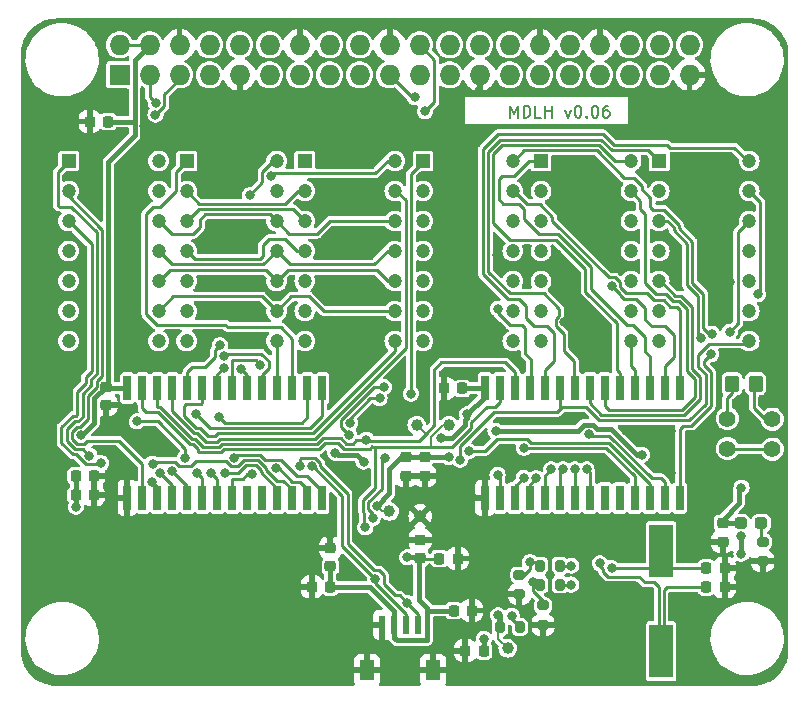
<source format=gtl>
%TF.GenerationSoftware,KiCad,Pcbnew,7.0.5*%
%TF.CreationDate,2023-08-04T21:05:34+03:00*%
%TF.ProjectId,ltp_kikad,6c74705f-6b69-46b6-9164-2e6b69636164,rev?*%
%TF.SameCoordinates,Original*%
%TF.FileFunction,Copper,L1,Top*%
%TF.FilePolarity,Positive*%
%FSLAX46Y46*%
G04 Gerber Fmt 4.6, Leading zero omitted, Abs format (unit mm)*
G04 Created by KiCad (PCBNEW 7.0.5) date 2023-08-04 21:05:34*
%MOMM*%
%LPD*%
G01*
G04 APERTURE LIST*
G04 Aperture macros list*
%AMRoundRect*
0 Rectangle with rounded corners*
0 $1 Rounding radius*
0 $2 $3 $4 $5 $6 $7 $8 $9 X,Y pos of 4 corners*
0 Add a 4 corners polygon primitive as box body*
4,1,4,$2,$3,$4,$5,$6,$7,$8,$9,$2,$3,0*
0 Add four circle primitives for the rounded corners*
1,1,$1+$1,$2,$3*
1,1,$1+$1,$4,$5*
1,1,$1+$1,$6,$7*
1,1,$1+$1,$8,$9*
0 Add four rect primitives between the rounded corners*
20,1,$1+$1,$2,$3,$4,$5,0*
20,1,$1+$1,$4,$5,$6,$7,0*
20,1,$1+$1,$6,$7,$8,$9,0*
20,1,$1+$1,$8,$9,$2,$3,0*%
G04 Aperture macros list end*
%ADD10C,0.187500*%
%TA.AperFunction,NonConductor*%
%ADD11C,0.187500*%
%TD*%
%TA.AperFunction,ComponentPad*%
%ADD12R,1.200000X1.200000*%
%TD*%
%TA.AperFunction,ComponentPad*%
%ADD13C,1.200000*%
%TD*%
%TA.AperFunction,SMDPad,CuDef*%
%ADD14RoundRect,0.225000X-0.225000X-0.250000X0.225000X-0.250000X0.225000X0.250000X-0.225000X0.250000X0*%
%TD*%
%TA.AperFunction,SMDPad,CuDef*%
%ADD15R,0.600000X1.550000*%
%TD*%
%TA.AperFunction,SMDPad,CuDef*%
%ADD16R,1.200000X1.800000*%
%TD*%
%TA.AperFunction,SMDPad,CuDef*%
%ADD17RoundRect,0.225000X0.250000X-0.225000X0.250000X0.225000X-0.250000X0.225000X-0.250000X-0.225000X0*%
%TD*%
%TA.AperFunction,SMDPad,CuDef*%
%ADD18RoundRect,0.225000X-0.250000X0.225000X-0.250000X-0.225000X0.250000X-0.225000X0.250000X0.225000X0*%
%TD*%
%TA.AperFunction,SMDPad,CuDef*%
%ADD19RoundRect,0.225000X0.225000X0.250000X-0.225000X0.250000X-0.225000X-0.250000X0.225000X-0.250000X0*%
%TD*%
%TA.AperFunction,SMDPad,CuDef*%
%ADD20R,0.650000X2.100000*%
%TD*%
%TA.AperFunction,SMDPad,CuDef*%
%ADD21RoundRect,0.200000X-0.275000X0.200000X-0.275000X-0.200000X0.275000X-0.200000X0.275000X0.200000X0*%
%TD*%
%TA.AperFunction,ComponentPad*%
%ADD22C,1.400000*%
%TD*%
%TA.AperFunction,SMDPad,CuDef*%
%ADD23RoundRect,0.200000X0.200000X0.275000X-0.200000X0.275000X-0.200000X-0.275000X0.200000X-0.275000X0*%
%TD*%
%TA.AperFunction,SMDPad,CuDef*%
%ADD24C,1.000000*%
%TD*%
%TA.AperFunction,SMDPad,CuDef*%
%ADD25RoundRect,0.200000X-0.200000X-0.275000X0.200000X-0.275000X0.200000X0.275000X-0.200000X0.275000X0*%
%TD*%
%TA.AperFunction,ComponentPad*%
%ADD26R,1.727200X1.727200*%
%TD*%
%TA.AperFunction,ComponentPad*%
%ADD27O,1.727200X1.727200*%
%TD*%
%TA.AperFunction,SMDPad,CuDef*%
%ADD28RoundRect,0.200000X0.275000X-0.200000X0.275000X0.200000X-0.275000X0.200000X-0.275000X-0.200000X0*%
%TD*%
%TA.AperFunction,SMDPad,CuDef*%
%ADD29R,2.000000X4.500000*%
%TD*%
%TA.AperFunction,SMDPad,CuDef*%
%ADD30RoundRect,0.250000X-0.350000X-0.450000X0.350000X-0.450000X0.350000X0.450000X-0.350000X0.450000X0*%
%TD*%
%TA.AperFunction,SMDPad,CuDef*%
%ADD31RoundRect,0.237500X0.287500X0.237500X-0.287500X0.237500X-0.287500X-0.237500X0.287500X-0.237500X0*%
%TD*%
%TA.AperFunction,ViaPad*%
%ADD32C,0.800000*%
%TD*%
%TA.AperFunction,Conductor*%
%ADD33C,0.250000*%
%TD*%
%TA.AperFunction,Conductor*%
%ADD34C,0.400000*%
%TD*%
%TA.AperFunction,Conductor*%
%ADD35C,0.150000*%
%TD*%
G04 APERTURE END LIST*
D10*
D11*
X160396070Y-61467869D02*
X160396070Y-60467869D01*
X160396070Y-60467869D02*
X160729403Y-61182154D01*
X160729403Y-61182154D02*
X161062736Y-60467869D01*
X161062736Y-60467869D02*
X161062736Y-61467869D01*
X161538927Y-61467869D02*
X161538927Y-60467869D01*
X161538927Y-60467869D02*
X161777022Y-60467869D01*
X161777022Y-60467869D02*
X161919879Y-60515488D01*
X161919879Y-60515488D02*
X162015117Y-60610726D01*
X162015117Y-60610726D02*
X162062736Y-60705964D01*
X162062736Y-60705964D02*
X162110355Y-60896440D01*
X162110355Y-60896440D02*
X162110355Y-61039297D01*
X162110355Y-61039297D02*
X162062736Y-61229773D01*
X162062736Y-61229773D02*
X162015117Y-61325011D01*
X162015117Y-61325011D02*
X161919879Y-61420250D01*
X161919879Y-61420250D02*
X161777022Y-61467869D01*
X161777022Y-61467869D02*
X161538927Y-61467869D01*
X163015117Y-61467869D02*
X162538927Y-61467869D01*
X162538927Y-61467869D02*
X162538927Y-60467869D01*
X163348451Y-61467869D02*
X163348451Y-60467869D01*
X163348451Y-60944059D02*
X163919879Y-60944059D01*
X163919879Y-61467869D02*
X163919879Y-60467869D01*
X165062737Y-60801202D02*
X165300832Y-61467869D01*
X165300832Y-61467869D02*
X165538927Y-60801202D01*
X166110356Y-60467869D02*
X166205594Y-60467869D01*
X166205594Y-60467869D02*
X166300832Y-60515488D01*
X166300832Y-60515488D02*
X166348451Y-60563107D01*
X166348451Y-60563107D02*
X166396070Y-60658345D01*
X166396070Y-60658345D02*
X166443689Y-60848821D01*
X166443689Y-60848821D02*
X166443689Y-61086916D01*
X166443689Y-61086916D02*
X166396070Y-61277392D01*
X166396070Y-61277392D02*
X166348451Y-61372630D01*
X166348451Y-61372630D02*
X166300832Y-61420250D01*
X166300832Y-61420250D02*
X166205594Y-61467869D01*
X166205594Y-61467869D02*
X166110356Y-61467869D01*
X166110356Y-61467869D02*
X166015118Y-61420250D01*
X166015118Y-61420250D02*
X165967499Y-61372630D01*
X165967499Y-61372630D02*
X165919880Y-61277392D01*
X165919880Y-61277392D02*
X165872261Y-61086916D01*
X165872261Y-61086916D02*
X165872261Y-60848821D01*
X165872261Y-60848821D02*
X165919880Y-60658345D01*
X165919880Y-60658345D02*
X165967499Y-60563107D01*
X165967499Y-60563107D02*
X166015118Y-60515488D01*
X166015118Y-60515488D02*
X166110356Y-60467869D01*
X166872261Y-61372630D02*
X166919880Y-61420250D01*
X166919880Y-61420250D02*
X166872261Y-61467869D01*
X166872261Y-61467869D02*
X166824642Y-61420250D01*
X166824642Y-61420250D02*
X166872261Y-61372630D01*
X166872261Y-61372630D02*
X166872261Y-61467869D01*
X167538927Y-60467869D02*
X167634165Y-60467869D01*
X167634165Y-60467869D02*
X167729403Y-60515488D01*
X167729403Y-60515488D02*
X167777022Y-60563107D01*
X167777022Y-60563107D02*
X167824641Y-60658345D01*
X167824641Y-60658345D02*
X167872260Y-60848821D01*
X167872260Y-60848821D02*
X167872260Y-61086916D01*
X167872260Y-61086916D02*
X167824641Y-61277392D01*
X167824641Y-61277392D02*
X167777022Y-61372630D01*
X167777022Y-61372630D02*
X167729403Y-61420250D01*
X167729403Y-61420250D02*
X167634165Y-61467869D01*
X167634165Y-61467869D02*
X167538927Y-61467869D01*
X167538927Y-61467869D02*
X167443689Y-61420250D01*
X167443689Y-61420250D02*
X167396070Y-61372630D01*
X167396070Y-61372630D02*
X167348451Y-61277392D01*
X167348451Y-61277392D02*
X167300832Y-61086916D01*
X167300832Y-61086916D02*
X167300832Y-60848821D01*
X167300832Y-60848821D02*
X167348451Y-60658345D01*
X167348451Y-60658345D02*
X167396070Y-60563107D01*
X167396070Y-60563107D02*
X167443689Y-60515488D01*
X167443689Y-60515488D02*
X167538927Y-60467869D01*
X168729403Y-60467869D02*
X168538927Y-60467869D01*
X168538927Y-60467869D02*
X168443689Y-60515488D01*
X168443689Y-60515488D02*
X168396070Y-60563107D01*
X168396070Y-60563107D02*
X168300832Y-60705964D01*
X168300832Y-60705964D02*
X168253213Y-60896440D01*
X168253213Y-60896440D02*
X168253213Y-61277392D01*
X168253213Y-61277392D02*
X168300832Y-61372630D01*
X168300832Y-61372630D02*
X168348451Y-61420250D01*
X168348451Y-61420250D02*
X168443689Y-61467869D01*
X168443689Y-61467869D02*
X168634165Y-61467869D01*
X168634165Y-61467869D02*
X168729403Y-61420250D01*
X168729403Y-61420250D02*
X168777022Y-61372630D01*
X168777022Y-61372630D02*
X168824641Y-61277392D01*
X168824641Y-61277392D02*
X168824641Y-61039297D01*
X168824641Y-61039297D02*
X168777022Y-60944059D01*
X168777022Y-60944059D02*
X168729403Y-60896440D01*
X168729403Y-60896440D02*
X168634165Y-60848821D01*
X168634165Y-60848821D02*
X168443689Y-60848821D01*
X168443689Y-60848821D02*
X168348451Y-60896440D01*
X168348451Y-60896440D02*
X168300832Y-60944059D01*
X168300832Y-60944059D02*
X168253213Y-61039297D01*
D12*
%TO.P,DS6,1,ANODE_COLUMN_2*%
%TO.N,2_an3*%
X173017000Y-65150000D03*
D13*
%TO.P,DS6,2,CATHODE_ROW_1*%
%TO.N,2_ca0*%
X173017000Y-67690000D03*
%TO.P,DS6,3,CATHODE_ROW_3*%
%TO.N,2_ca2*%
X173017000Y-70230000D03*
%TO.P,DS6,4,CATHODE_ROW_4*%
%TO.N,2_ca3*%
X173017000Y-72770000D03*
%TO.P,DS6,5,ANODE_COLUMN_1*%
%TO.N,2_an4*%
X173017000Y-75310000D03*
%TO.P,DS6,6,NO_PIN*%
%TO.N,unconnected-(DS6-NO_PIN-Pad6)*%
X173017000Y-77850000D03*
%TO.P,DS6,7,ANODE_DECIMAL_POINT*%
%TO.N,unconnected-(DS6-ANODE_DECIMAL_POINT-Pad7)*%
X173017000Y-80390000D03*
%TO.P,DS6,8,ANODE_COLUMN_3*%
%TO.N,2_an2*%
X180637000Y-80390000D03*
%TO.P,DS6,9,CATHODE_ROW_7*%
%TO.N,2_ca6*%
X180637000Y-77850000D03*
%TO.P,DS6,10,CATHODE_ROW_6*%
%TO.N,2_ca5*%
X180637000Y-75310000D03*
%TO.P,DS6,11,CATHODE__ROW_5*%
%TO.N,2_ca4*%
X180637000Y-72770000D03*
%TO.P,DS6,12,CAATHODE_ROW_2*%
%TO.N,2_ca1*%
X180637000Y-70230000D03*
%TO.P,DS6,13,ANODE_COLUMN_5*%
%TO.N,2_an0*%
X180637000Y-67690000D03*
%TO.P,DS6,14,ANODE_COLUMN_4*%
%TO.N,2_an1*%
X180637000Y-65150000D03*
%TD*%
D12*
%TO.P,DS3,1,ANODE_COLUMN_2*%
%TO.N,an3*%
X143017000Y-65149600D03*
D13*
%TO.P,DS3,2,CATHODE_ROW_1*%
%TO.N,ca0*%
X143017000Y-67689600D03*
%TO.P,DS3,3,CATHODE_ROW_3*%
%TO.N,ca2*%
X143017000Y-70229600D03*
%TO.P,DS3,4,CATHODE_ROW_4*%
%TO.N,ca3*%
X143017000Y-72769600D03*
%TO.P,DS3,5,ANODE_COLUMN_1*%
%TO.N,an4*%
X143017000Y-75309600D03*
%TO.P,DS3,6,NO_PIN*%
%TO.N,unconnected-(DS3-NO_PIN-Pad6)*%
X143017000Y-77849600D03*
%TO.P,DS3,7,ANODE_DECIMAL_POINT*%
%TO.N,unconnected-(DS3-ANODE_DECIMAL_POINT-Pad7)*%
X143017000Y-80389600D03*
%TO.P,DS3,8,ANODE_COLUMN_3*%
%TO.N,an2*%
X150637000Y-80389600D03*
%TO.P,DS3,9,CATHODE_ROW_7*%
%TO.N,ca6*%
X150637000Y-77849600D03*
%TO.P,DS3,10,CATHODE_ROW_6*%
%TO.N,ca5*%
X150637000Y-75309600D03*
%TO.P,DS3,11,CATHODE__ROW_5*%
%TO.N,ca4*%
X150637000Y-72769600D03*
%TO.P,DS3,12,CAATHODE_ROW_2*%
%TO.N,ca1*%
X150637000Y-70229600D03*
%TO.P,DS3,13,ANODE_COLUMN_5*%
%TO.N,an0*%
X150637000Y-67689600D03*
%TO.P,DS3,14,ANODE_COLUMN_4*%
%TO.N,an1*%
X150637000Y-65149600D03*
%TD*%
D14*
%TO.P,C11,1*%
%TO.N,+5V*%
X155612000Y-103200000D03*
%TO.P,C11,2*%
%TO.N,GND*%
X157162000Y-103200000D03*
%TD*%
D15*
%TO.P,J1,1,1*%
%TO.N,GND*%
X149587000Y-104400000D03*
%TO.P,J1,2,2*%
%TO.N,+5V*%
X150587000Y-104400000D03*
%TO.P,J1,3,3*%
%TO.N,3.3_SDA*%
X151587000Y-104400000D03*
%TO.P,J1,4,4*%
%TO.N,3.3_SCL*%
X152587000Y-104400000D03*
D16*
%TO.P,J1,S1,SHIELD*%
%TO.N,GND*%
X148287000Y-108275000D03*
%TO.P,J1,S2,SHIELD*%
X153887000Y-108275000D03*
%TD*%
D17*
%TO.P,C9,1*%
%TO.N,+5V*%
X145187000Y-99450000D03*
%TO.P,C9,2*%
%TO.N,GND*%
X145187000Y-97900000D03*
%TD*%
D18*
%TO.P,C7,1*%
%TO.N,+5V*%
X153187000Y-90225000D03*
%TO.P,C7,2*%
%TO.N,GND*%
X153187000Y-91775000D03*
%TD*%
D19*
%TO.P,C5,1*%
%TO.N,GND*%
X125162000Y-93400000D03*
%TO.P,C5,2*%
%TO.N,+5V*%
X123612000Y-93400000D03*
%TD*%
D18*
%TO.P,C13,1*%
%TO.N,+5V*%
X126187000Y-84250000D03*
%TO.P,C13,2*%
%TO.N,GND*%
X126187000Y-85800000D03*
%TD*%
D20*
%TO.P,IC1,1,VSS*%
%TO.N,GND*%
X127988900Y-93661600D03*
%TO.P,IC1,2,COM0/AD*%
%TO.N,ca0*%
X129258900Y-93661600D03*
%TO.P,IC1,3,COM1/KS0*%
%TO.N,ca1*%
X130528900Y-93661600D03*
%TO.P,IC1,4,COM2/KS1*%
%TO.N,ca2*%
X131798900Y-93661600D03*
%TO.P,IC1,5,COM3/KS2*%
%TO.N,ca3*%
X133068900Y-93661600D03*
%TO.P,IC1,6,COM4*%
%TO.N,ca4*%
X134338900Y-93661600D03*
%TO.P,IC1,7,COM5*%
%TO.N,ca5*%
X135608900Y-93661600D03*
%TO.P,IC1,8,COM6*%
%TO.N,ca6*%
X136878900Y-93661600D03*
%TO.P,IC1,9,COM7*%
%TO.N,unconnected-(IC1-COM7-Pad9)*%
X138148900Y-93661600D03*
%TO.P,IC1,10,ROW15/K13/INT*%
%TO.N,unconnected-(IC1-ROW15{slash}K13{slash}INT-Pad10)*%
X139418900Y-93661600D03*
%TO.P,IC1,11,ROW14/K12*%
%TO.N,an14*%
X140688900Y-93661600D03*
%TO.P,IC1,12,ROW13/K11*%
%TO.N,an13*%
X141958900Y-93661600D03*
%TO.P,IC1,13,ROW12/K10*%
%TO.N,an12*%
X143228900Y-93661600D03*
%TO.P,IC1,14,ROW11/K9*%
%TO.N,an11*%
X144498900Y-93661600D03*
%TO.P,IC1,15,ROW10/K8*%
%TO.N,an10*%
X144498900Y-84361600D03*
%TO.P,IC1,16,ROW9/K7*%
%TO.N,an9*%
X143228900Y-84361600D03*
%TO.P,IC1,17,ROW8/K6*%
%TO.N,an8*%
X141958900Y-84361600D03*
%TO.P,IC1,18,ROW7/K5*%
%TO.N,an7*%
X140688900Y-84361600D03*
%TO.P,IC1,19,ROW6/K4*%
%TO.N,an6*%
X139418900Y-84361600D03*
%TO.P,IC1,20,ROW5/K3*%
%TO.N,an5*%
X138148900Y-84361600D03*
%TO.P,IC1,21,ROW4/K2*%
%TO.N,an4*%
X136878900Y-84361600D03*
%TO.P,IC1,22,ROW3/K1*%
%TO.N,an3*%
X135608900Y-84361600D03*
%TO.P,IC1,23,ROW2/A0*%
%TO.N,an2*%
X134338900Y-84361600D03*
%TO.P,IC1,24,ROW1/A1*%
%TO.N,an1*%
X133068900Y-84361600D03*
%TO.P,IC1,25,ROW0/A2*%
%TO.N,an0*%
X131798900Y-84361600D03*
%TO.P,IC1,26,SCL*%
%TO.N,SCL*%
X130528900Y-84361600D03*
%TO.P,IC1,27,SDA*%
%TO.N,SDA*%
X129258900Y-84361600D03*
%TO.P,IC1,28,VDD*%
%TO.N,+5V*%
X127988900Y-84361600D03*
%TD*%
D18*
%TO.P,C2,1*%
%TO.N,+5V*%
X151587000Y-90225000D03*
%TO.P,C2,2*%
%TO.N,GND*%
X151587000Y-91775000D03*
%TD*%
D21*
%TO.P,R13,1*%
%TO.N,Net-(U1-RXCAN)*%
X161187000Y-100175000D03*
%TO.P,R13,2*%
%TO.N,GND*%
X161187000Y-101825000D03*
%TD*%
D22*
%TO.P,JP1,1,A*%
%TO.N,Net-(JP1-A)*%
X178787000Y-86950000D03*
%TO.P,JP1,2,B*%
%TO.N,Net-(CAN1-A)*%
X178787000Y-89490000D03*
%TD*%
D23*
%TO.P,R10,1*%
%TO.N,Net-(U1-~{RESET})*%
X161212000Y-104600000D03*
%TO.P,R10,2*%
%TO.N,+3.3V*%
X159562000Y-104600000D03*
%TD*%
D24*
%TO.P,SDA1,1,1*%
%TO.N,SDA*%
X155237000Y-87500000D03*
%TD*%
D12*
%TO.P,DS5,1,ANODE_COLUMN_2*%
%TO.N,2_an8*%
X163017000Y-65150000D03*
D13*
%TO.P,DS5,2,CATHODE_ROW_1*%
%TO.N,2_ca0*%
X163017000Y-67690000D03*
%TO.P,DS5,3,CATHODE_ROW_3*%
%TO.N,2_ca2*%
X163017000Y-70230000D03*
%TO.P,DS5,4,CATHODE_ROW_4*%
%TO.N,2_ca3*%
X163017000Y-72770000D03*
%TO.P,DS5,5,ANODE_COLUMN_1*%
%TO.N,2_an9*%
X163017000Y-75310000D03*
%TO.P,DS5,6,NO_PIN*%
%TO.N,unconnected-(DS5-NO_PIN-Pad6)*%
X163017000Y-77850000D03*
%TO.P,DS5,7,ANODE_DECIMAL_POINT*%
%TO.N,unconnected-(DS5-ANODE_DECIMAL_POINT-Pad7)*%
X163017000Y-80390000D03*
%TO.P,DS5,8,ANODE_COLUMN_3*%
%TO.N,2_an7*%
X170637000Y-80390000D03*
%TO.P,DS5,9,CATHODE_ROW_7*%
%TO.N,2_ca6*%
X170637000Y-77850000D03*
%TO.P,DS5,10,CATHODE_ROW_6*%
%TO.N,2_ca5*%
X170637000Y-75310000D03*
%TO.P,DS5,11,CATHODE__ROW_5*%
%TO.N,2_ca4*%
X170637000Y-72770000D03*
%TO.P,DS5,12,CAATHODE_ROW_2*%
%TO.N,2_ca1*%
X170637000Y-70230000D03*
%TO.P,DS5,13,ANODE_COLUMN_5*%
%TO.N,2_an5*%
X170637000Y-67690000D03*
%TO.P,DS5,14,ANODE_COLUMN_4*%
%TO.N,2_an6*%
X170637000Y-65150000D03*
%TD*%
D12*
%TO.P,DS2,1,ANODE_COLUMN_2*%
%TO.N,an8*%
X133017000Y-65150000D03*
D13*
%TO.P,DS2,2,CATHODE_ROW_1*%
%TO.N,ca0*%
X133017000Y-67690000D03*
%TO.P,DS2,3,CATHODE_ROW_3*%
%TO.N,ca2*%
X133017000Y-70230000D03*
%TO.P,DS2,4,CATHODE_ROW_4*%
%TO.N,ca3*%
X133017000Y-72770000D03*
%TO.P,DS2,5,ANODE_COLUMN_1*%
%TO.N,an9*%
X133017000Y-75310000D03*
%TO.P,DS2,6,NO_PIN*%
%TO.N,unconnected-(DS2-NO_PIN-Pad6)*%
X133017000Y-77850000D03*
%TO.P,DS2,7,ANODE_DECIMAL_POINT*%
%TO.N,unconnected-(DS2-ANODE_DECIMAL_POINT-Pad7)*%
X133017000Y-80390000D03*
%TO.P,DS2,8,ANODE_COLUMN_3*%
%TO.N,an7*%
X140637000Y-80390000D03*
%TO.P,DS2,9,CATHODE_ROW_7*%
%TO.N,ca6*%
X140637000Y-77850000D03*
%TO.P,DS2,10,CATHODE_ROW_6*%
%TO.N,ca5*%
X140637000Y-75310000D03*
%TO.P,DS2,11,CATHODE__ROW_5*%
%TO.N,ca4*%
X140637000Y-72770000D03*
%TO.P,DS2,12,CAATHODE_ROW_2*%
%TO.N,ca1*%
X140637000Y-70230000D03*
%TO.P,DS2,13,ANODE_COLUMN_5*%
%TO.N,an6*%
X140637000Y-67690000D03*
%TO.P,DS2,14,ANODE_COLUMN_4*%
%TO.N,an5*%
X140637000Y-65150000D03*
%TD*%
D12*
%TO.P,DS1,1,ANODE_COLUMN_2*%
%TO.N,an13*%
X123017000Y-65150000D03*
D13*
%TO.P,DS1,2,CATHODE_ROW_1*%
%TO.N,ca0*%
X123017000Y-67690000D03*
%TO.P,DS1,3,CATHODE_ROW_3*%
%TO.N,ca2*%
X123017000Y-70230000D03*
%TO.P,DS1,4,CATHODE_ROW_4*%
%TO.N,ca3*%
X123017000Y-72770000D03*
%TO.P,DS1,5,ANODE_COLUMN_1*%
%TO.N,an14*%
X123017000Y-75310000D03*
%TO.P,DS1,6,NO_PIN*%
%TO.N,unconnected-(DS1-NO_PIN-Pad6)*%
X123017000Y-77850000D03*
%TO.P,DS1,7,ANODE_DECIMAL_POINT*%
%TO.N,unconnected-(DS1-ANODE_DECIMAL_POINT-Pad7)*%
X123017000Y-80390000D03*
%TO.P,DS1,8,ANODE_COLUMN_3*%
%TO.N,an12*%
X130637000Y-80390000D03*
%TO.P,DS1,9,CATHODE_ROW_7*%
%TO.N,ca6*%
X130637000Y-77850000D03*
%TO.P,DS1,10,CATHODE_ROW_6*%
%TO.N,ca5*%
X130637000Y-75310000D03*
%TO.P,DS1,11,CATHODE__ROW_5*%
%TO.N,ca4*%
X130637000Y-72770000D03*
%TO.P,DS1,12,CAATHODE_ROW_2*%
%TO.N,ca1*%
X130637000Y-70230000D03*
%TO.P,DS1,13,ANODE_COLUMN_5*%
%TO.N,an10*%
X130637000Y-67690000D03*
%TO.P,DS1,14,ANODE_COLUMN_4*%
%TO.N,an11*%
X130637000Y-65150000D03*
%TD*%
D25*
%TO.P,R12,1*%
%TO.N,Net-(U1-TXCAN)*%
X162962000Y-101000000D03*
%TO.P,R12,2*%
%TO.N,Net-(U2-RXD)*%
X164612000Y-101000000D03*
%TD*%
D24*
%TO.P,+5v1,1,1*%
%TO.N,+5V*%
X150187000Y-94800000D03*
%TD*%
D14*
%TO.P,C1,1*%
%TO.N,+5V*%
X123612000Y-91800000D03*
%TO.P,C1,2*%
%TO.N,GND*%
X125162000Y-91800000D03*
%TD*%
%TO.P,C19,1*%
%TO.N,GND*%
X156612000Y-106600000D03*
%TO.P,C19,2*%
%TO.N,+3.3V*%
X158162000Y-106600000D03*
%TD*%
D24*
%TO.P,SCL1,1,1*%
%TO.N,SCL*%
X152487000Y-87500000D03*
%TD*%
D26*
%TO.P,J2,1,3.3V*%
%TO.N,+3.3V*%
X127330000Y-57840000D03*
D27*
%TO.P,J2,2,5V*%
%TO.N,+5V*%
X127330000Y-55300000D03*
%TO.P,J2,3,BCM2_SDA*%
%TO.N,3.3_SDA*%
X129870000Y-57840000D03*
%TO.P,J2,4,5V*%
%TO.N,+5V*%
X129870000Y-55300000D03*
%TO.P,J2,5,BCM3_SCL*%
%TO.N,3.3_SCL*%
X132410000Y-57840000D03*
%TO.P,J2,6,GND*%
%TO.N,GND*%
X132410000Y-55300000D03*
%TO.P,J2,7,BCM4_GPCLK0*%
%TO.N,unconnected-(J2-BCM4_GPCLK0-Pad7)*%
X134950000Y-57840000D03*
%TO.P,J2,8,BCM14_TXD*%
%TO.N,unconnected-(J2-BCM14_TXD-Pad8)*%
X134950000Y-55300000D03*
%TO.P,J2,9,GND*%
%TO.N,GND*%
X137490000Y-57840000D03*
%TO.P,J2,10,BCM15_RXD*%
%TO.N,unconnected-(J2-BCM15_RXD-Pad10)*%
X137490000Y-55300000D03*
%TO.P,J2,11,BCM17*%
%TO.N,unconnected-(J2-BCM17-Pad11)*%
X140030000Y-57840000D03*
%TO.P,J2,12,BCM18_PCM_C*%
%TO.N,unconnected-(J2-BCM18_PCM_C-Pad12)*%
X140030000Y-55300000D03*
%TO.P,J2,13,BCM27*%
%TO.N,unconnected-(J2-BCM27-Pad13)*%
X142570000Y-57840000D03*
%TO.P,J2,14,GND*%
%TO.N,GND*%
X142570000Y-55300000D03*
%TO.P,J2,15,BCM22*%
%TO.N,unconnected-(J2-BCM22-Pad15)*%
X145110000Y-57840000D03*
%TO.P,J2,16,BCM23*%
%TO.N,unconnected-(J2-BCM23-Pad16)*%
X145110000Y-55300000D03*
%TO.P,J2,17,3.3V*%
%TO.N,+3.3V*%
X147650000Y-57840000D03*
%TO.P,J2,18,BCM24*%
%TO.N,unconnected-(J2-BCM24-Pad18)*%
X147650000Y-55300000D03*
%TO.P,J2,19,BCM10_MOSI*%
%TO.N,MOSI*%
X150190000Y-57840000D03*
%TO.P,J2,20,GND*%
%TO.N,GND*%
X150190000Y-55300000D03*
%TO.P,J2,21,BCM9_MISO*%
%TO.N,MISO*%
X152730000Y-57840000D03*
%TO.P,J2,22,BCM25*%
%TO.N,INIT*%
X152730000Y-55300000D03*
%TO.P,J2,23,BCM11_SCLK*%
%TO.N,SCLK*%
X155270000Y-57840000D03*
%TO.P,J2,24,BCM8_CE0*%
%TO.N,CE0*%
X155270000Y-55300000D03*
%TO.P,J2,25,GND*%
%TO.N,GND*%
X157810000Y-57840000D03*
%TO.P,J2,26,BCM7_CE1*%
%TO.N,unconnected-(J2-BCM7_CE1-Pad26)*%
X157810000Y-55300000D03*
%TO.P,J2,27,BCM0_ID_SD*%
%TO.N,unconnected-(J2-BCM0_ID_SD-Pad27)*%
X160350000Y-57840000D03*
%TO.P,J2,28,BCM1_ID_SC*%
%TO.N,unconnected-(J2-BCM1_ID_SC-Pad28)*%
X160350000Y-55300000D03*
%TO.P,J2,29,BCM5*%
%TO.N,unconnected-(J2-BCM5-Pad29)*%
X162890000Y-57840000D03*
%TO.P,J2,30,GND*%
%TO.N,GND*%
X162890000Y-55300000D03*
%TO.P,J2,31,BCM6*%
%TO.N,unconnected-(J2-BCM6-Pad31)*%
X165430000Y-57840000D03*
%TO.P,J2,32,BCM12_PWM0*%
%TO.N,unconnected-(J2-BCM12_PWM0-Pad32)*%
X165430000Y-55300000D03*
%TO.P,J2,33,BCM13_PWM1*%
%TO.N,unconnected-(J2-BCM13_PWM1-Pad33)*%
X167970000Y-57840000D03*
%TO.P,J2,34,GND*%
%TO.N,GND*%
X167970000Y-55300000D03*
%TO.P,J2,35,BCM19_MISO_PCM_FS*%
%TO.N,unconnected-(J2-BCM19_MISO_PCM_FS-Pad35)*%
X170510000Y-57840000D03*
%TO.P,J2,36,BCM16*%
%TO.N,unconnected-(J2-BCM16-Pad36)*%
X170510000Y-55300000D03*
%TO.P,J2,37,BCM26*%
%TO.N,unconnected-(J2-BCM26-Pad37)*%
X173050000Y-57840000D03*
%TO.P,J2,38,BCM20_MOSI_PCM_DI*%
%TO.N,unconnected-(J2-BCM20_MOSI_PCM_DI-Pad38)*%
X173050000Y-55300000D03*
%TO.P,J2,39,GND*%
%TO.N,GND*%
X175590000Y-57840000D03*
%TO.P,J2,40,BCM21_SCLK_PCM_DO*%
%TO.N,unconnected-(J2-BCM21_SCLK_PCM_DO-Pad40)*%
X175590000Y-55300000D03*
%TD*%
D22*
%TO.P,CAN1,1,A*%
%TO.N,Net-(CAN1-A)*%
X182587000Y-89540000D03*
%TO.P,CAN1,2,B*%
%TO.N,Net-(CAN1-B)*%
X182587000Y-87000000D03*
%TD*%
D24*
%TO.P,GND2,1,1*%
%TO.N,GND*%
X152787000Y-95200000D03*
%TD*%
D17*
%TO.P,C17,1*%
%TO.N,+5V*%
X152787000Y-98750000D03*
%TO.P,C17,2*%
%TO.N,GND*%
X152787000Y-97200000D03*
%TD*%
D28*
%TO.P,R14,1*%
%TO.N,GND*%
X163187000Y-104425000D03*
%TO.P,R14,2*%
%TO.N,Net-(U1-TXCAN)*%
X163187000Y-102775000D03*
%TD*%
D14*
%TO.P,C6,1*%
%TO.N,GND*%
X124812000Y-61800000D03*
%TO.P,C6,2*%
%TO.N,+5V*%
X126362000Y-61800000D03*
%TD*%
D19*
%TO.P,C8,1*%
%TO.N,+5V*%
X145162000Y-101200000D03*
%TO.P,C8,2*%
%TO.N,GND*%
X143612000Y-101200000D03*
%TD*%
D12*
%TO.P,DS4,1,ANODE_COLUMN_2*%
%TO.N,2_an13*%
X153017000Y-65149600D03*
D13*
%TO.P,DS4,2,CATHODE_ROW_1*%
%TO.N,2_ca0*%
X153017000Y-67689600D03*
%TO.P,DS4,3,CATHODE_ROW_3*%
%TO.N,2_ca2*%
X153017000Y-70229600D03*
%TO.P,DS4,4,CATHODE_ROW_4*%
%TO.N,2_ca3*%
X153017000Y-72769600D03*
%TO.P,DS4,5,ANODE_COLUMN_1*%
%TO.N,2_an14*%
X153017000Y-75309600D03*
%TO.P,DS4,6,NO_PIN*%
%TO.N,unconnected-(DS4-NO_PIN-Pad6)*%
X153017000Y-77849600D03*
%TO.P,DS4,7,ANODE_DECIMAL_POINT*%
%TO.N,unconnected-(DS4-ANODE_DECIMAL_POINT-Pad7)*%
X153017000Y-80389600D03*
%TO.P,DS4,8,ANODE_COLUMN_3*%
%TO.N,2_an12*%
X160637000Y-80389600D03*
%TO.P,DS4,9,CATHODE_ROW_7*%
%TO.N,2_ca6*%
X160637000Y-77849600D03*
%TO.P,DS4,10,CATHODE_ROW_6*%
%TO.N,2_ca5*%
X160637000Y-75309600D03*
%TO.P,DS4,11,CATHODE__ROW_5*%
%TO.N,2_ca4*%
X160637000Y-72769600D03*
%TO.P,DS4,12,CAATHODE_ROW_2*%
%TO.N,2_ca1*%
X160637000Y-70229600D03*
%TO.P,DS4,13,ANODE_COLUMN_5*%
%TO.N,2_an10*%
X160637000Y-67689600D03*
%TO.P,DS4,14,ANODE_COLUMN_4*%
%TO.N,2_an11*%
X160637000Y-65149600D03*
%TD*%
D19*
%TO.P,C12,1*%
%TO.N,+5V*%
X156362000Y-84400000D03*
%TO.P,C12,2*%
%TO.N,GND*%
X154812000Y-84400000D03*
%TD*%
D28*
%TO.P,R15,1*%
%TO.N,GND*%
X181787000Y-99025000D03*
%TO.P,R15,2*%
%TO.N,Net-(PWR1-K)*%
X181787000Y-97375000D03*
%TD*%
D24*
%TO.P,+3.3v1,1,1*%
%TO.N,+3.3V*%
X160187000Y-106400000D03*
%TD*%
D14*
%TO.P,C24,1*%
%TO.N,Net-(U1-OSC1)*%
X177012000Y-99600000D03*
%TO.P,C24,2*%
%TO.N,GND*%
X178562000Y-99600000D03*
%TD*%
D17*
%TO.P,C22,1*%
%TO.N,GND*%
X178387000Y-97375000D03*
%TO.P,C22,2*%
%TO.N,+5V*%
X178387000Y-95825000D03*
%TD*%
D25*
%TO.P,R11,1*%
%TO.N,Net-(U1-RXCAN)*%
X162962000Y-99400000D03*
%TO.P,R11,2*%
%TO.N,Net-(U2-TXD)*%
X164612000Y-99400000D03*
%TD*%
D14*
%TO.P,C23,1*%
%TO.N,Net-(U1-OSC2)*%
X177012000Y-101200000D03*
%TO.P,C23,2*%
%TO.N,GND*%
X178562000Y-101200000D03*
%TD*%
D29*
%TO.P,Y1,1,1*%
%TO.N,Net-(U1-OSC1)*%
X173187000Y-98150000D03*
%TO.P,Y1,2,2*%
%TO.N,Net-(U1-OSC2)*%
X173187000Y-106650000D03*
%TD*%
D20*
%TO.P,IC2,1,VSS*%
%TO.N,GND*%
X158258900Y-93661600D03*
%TO.P,IC2,2,COM0/AD*%
%TO.N,2_ca0*%
X159528900Y-93661600D03*
%TO.P,IC2,3,COM1/KS0*%
%TO.N,2_ca1*%
X160798900Y-93661600D03*
%TO.P,IC2,4,COM2/KS1*%
%TO.N,2_ca2*%
X162068900Y-93661600D03*
%TO.P,IC2,5,COM3/KS2*%
%TO.N,2_ca3*%
X163338900Y-93661600D03*
%TO.P,IC2,6,COM4*%
%TO.N,2_ca4*%
X164608900Y-93661600D03*
%TO.P,IC2,7,COM5*%
%TO.N,2_ca5*%
X165878900Y-93661600D03*
%TO.P,IC2,8,COM6*%
%TO.N,2_ca6*%
X167148900Y-93661600D03*
%TO.P,IC2,9,COM7*%
%TO.N,unconnected-(IC2-COM7-Pad9)*%
X168418900Y-93661600D03*
%TO.P,IC2,10,ROW15/K13/INT*%
%TO.N,unconnected-(IC2-ROW15{slash}K13{slash}INT-Pad10)*%
X169688900Y-93661600D03*
%TO.P,IC2,11,ROW14/K12*%
%TO.N,2_an14*%
X170958900Y-93661600D03*
%TO.P,IC2,12,ROW13/K11*%
%TO.N,2_an13*%
X172228900Y-93661600D03*
%TO.P,IC2,13,ROW12/K10*%
%TO.N,2_an12*%
X173498900Y-93661600D03*
%TO.P,IC2,14,ROW11/K9*%
%TO.N,2_an11*%
X174768900Y-93661600D03*
%TO.P,IC2,15,ROW10/K8*%
%TO.N,2_an10*%
X174768900Y-84361600D03*
%TO.P,IC2,16,ROW9/K7*%
%TO.N,2_an9*%
X173498900Y-84361600D03*
%TO.P,IC2,17,ROW8/K6*%
%TO.N,2_an8*%
X172228900Y-84361600D03*
%TO.P,IC2,18,ROW7/K5*%
%TO.N,2_an7*%
X170958900Y-84361600D03*
%TO.P,IC2,19,ROW6/K4*%
%TO.N,2_an6*%
X169688900Y-84361600D03*
%TO.P,IC2,20,ROW5/K3*%
%TO.N,2_an5*%
X168418900Y-84361600D03*
%TO.P,IC2,21,ROW4/K2*%
%TO.N,2_an4*%
X167148900Y-84361600D03*
%TO.P,IC2,22,ROW3/K1*%
%TO.N,2_an3*%
X165878900Y-84361600D03*
%TO.P,IC2,23,ROW2/A0*%
%TO.N,2_an2*%
X164608900Y-84361600D03*
%TO.P,IC2,24,ROW1/A1*%
%TO.N,2_an1*%
X163338900Y-84361600D03*
%TO.P,IC2,25,ROW0/A2*%
%TO.N,2_an0*%
X162068900Y-84361600D03*
%TO.P,IC2,26,SCL*%
%TO.N,SCL*%
X160798900Y-84361600D03*
%TO.P,IC2,27,SDA*%
%TO.N,SDA*%
X159528900Y-84361600D03*
%TO.P,IC2,28,VDD*%
%TO.N,+5V*%
X158258900Y-84361600D03*
%TD*%
D14*
%TO.P,C10,1*%
%TO.N,+5V*%
X154412000Y-98800000D03*
%TO.P,C10,2*%
%TO.N,GND*%
X155962000Y-98800000D03*
%TD*%
D30*
%TO.P,R9,1*%
%TO.N,Net-(JP1-A)*%
X179187000Y-84000000D03*
%TO.P,R9,2*%
%TO.N,Net-(CAN1-B)*%
X181187000Y-84000000D03*
%TD*%
D31*
%TO.P,PWR1,1,K*%
%TO.N,Net-(PWR1-K)*%
X181662000Y-95800000D03*
%TO.P,PWR1,2,A*%
%TO.N,+5V*%
X179912000Y-95800000D03*
%TD*%
D32*
%TO.N,2_an13*%
X152005604Y-84831202D03*
X156880700Y-89706300D03*
%TO.N,2_ca0*%
X159338900Y-91694000D03*
%TO.N,2_ca2*%
X162614400Y-91988419D03*
X176561500Y-80156739D03*
%TO.N,2_ca3*%
X163879894Y-91261100D03*
%TO.N,2_an14*%
X161556503Y-89430497D03*
%TO.N,2_an12*%
X167049312Y-88255497D03*
%TO.N,2_ca6*%
X166878403Y-91261100D03*
%TO.N,2_ca5*%
X165878900Y-91261100D03*
%TO.N,2_ca4*%
X164879397Y-91261100D03*
%TO.N,2_ca1*%
X178987000Y-79600000D03*
X161544000Y-91948000D03*
%TO.N,2_an11*%
X177402000Y-81500923D03*
X177485483Y-79775607D03*
%TO.N,2_an9*%
X168987000Y-75727100D03*
%TO.N,2_an2*%
X156156802Y-90442345D03*
%TO.N,2_an0*%
X159381049Y-77644049D03*
X181387000Y-76400000D03*
%TO.N,+5V*%
X156765602Y-86578602D03*
X159167997Y-87980997D03*
X171587000Y-90000000D03*
X154583857Y-88603143D03*
X155187000Y-90200500D03*
X124026653Y-88360347D03*
X151687000Y-98700000D03*
X149130150Y-94343149D03*
X123626653Y-94400000D03*
X179987000Y-92800000D03*
%TO.N,GND*%
X147187000Y-91400000D03*
X131787000Y-89800000D03*
X175587000Y-53600000D03*
X178187000Y-62400000D03*
X132387000Y-53500000D03*
X129405900Y-62200000D03*
X152987000Y-83600000D03*
X168487000Y-72800000D03*
X181987000Y-79050000D03*
X128187000Y-91300000D03*
X175587000Y-60400000D03*
X119587000Y-100200000D03*
X173987000Y-88000000D03*
X128587000Y-99200000D03*
X127987000Y-67650000D03*
X170225563Y-87961437D03*
X157187000Y-93600000D03*
X138187000Y-97600000D03*
X144437000Y-79100000D03*
X154787000Y-101000000D03*
X149187000Y-81600000D03*
X150487000Y-97750000D03*
X132287000Y-102400000D03*
X135587000Y-97600000D03*
X136587000Y-77800000D03*
X140787000Y-109000000D03*
X155787000Y-83200000D03*
X163787000Y-100200000D03*
X149387000Y-71600000D03*
X160387000Y-91400000D03*
X178187000Y-60700000D03*
X182037000Y-81600000D03*
X169387000Y-104800000D03*
X119587000Y-89400000D03*
X164387000Y-73000000D03*
X176577143Y-88310061D03*
X134587000Y-77800000D03*
X182387000Y-91600000D03*
X145187000Y-96800000D03*
X154987000Y-79800000D03*
X135487000Y-62400000D03*
X151787000Y-64400000D03*
X155387000Y-75100000D03*
X156887000Y-62400000D03*
X134487000Y-72500000D03*
X126987000Y-109000000D03*
X127787000Y-86200000D03*
X147387000Y-104400000D03*
X155387000Y-64800000D03*
X166187000Y-102600000D03*
X128237000Y-80250000D03*
X119387000Y-71200000D03*
X144487000Y-68450000D03*
X138987000Y-80600000D03*
X167987000Y-53600000D03*
X177787000Y-78500000D03*
X171987000Y-62400000D03*
X182987000Y-100000000D03*
X165987000Y-86800000D03*
X162987000Y-53600000D03*
X158187000Y-88600000D03*
X141987000Y-62400000D03*
X169387000Y-108800000D03*
X178787000Y-92400000D03*
X133587000Y-56600000D03*
X147237000Y-100274500D03*
X155587000Y-85600000D03*
X119587000Y-94400000D03*
X173987000Y-91600000D03*
X174537000Y-75350000D03*
X138987000Y-62400000D03*
X156387000Y-95000000D03*
X128237000Y-71850000D03*
X125537000Y-69250000D03*
X182387000Y-92800000D03*
X145487000Y-108800000D03*
X178987000Y-75400000D03*
X159261500Y-73121047D03*
X176987000Y-97400000D03*
X168587000Y-82400000D03*
X148737000Y-76250000D03*
X150787000Y-83200000D03*
X183287000Y-71500000D03*
X122187000Y-92600000D03*
X157787000Y-59200000D03*
X164987000Y-78800000D03*
X155437000Y-67200000D03*
X119587000Y-83000000D03*
X169187000Y-91800000D03*
X176587000Y-109000000D03*
X128187000Y-76500000D03*
X150737000Y-86000000D03*
X134487000Y-75750000D03*
X137587000Y-60600000D03*
X156287000Y-108800000D03*
X174487000Y-72600000D03*
X142587000Y-53600000D03*
X144737000Y-75500000D03*
X150187000Y-53600000D03*
X126387000Y-92800000D03*
X155387000Y-70600000D03*
X166287000Y-67700000D03*
%TO.N,SCL*%
X149811024Y-90321414D03*
X148753150Y-95364925D03*
X148238305Y-88748695D03*
%TO.N,SDA*%
X148143769Y-96159557D03*
%TO.N,ca1*%
X130105037Y-92295356D03*
X146780534Y-88336576D03*
X149695139Y-84281905D03*
%TO.N,ca2*%
X125779008Y-90724500D03*
X130756553Y-91537378D03*
%TO.N,ca3*%
X131740990Y-91364493D03*
%TO.N,ca4*%
X149345712Y-85241288D03*
X133876150Y-91548850D03*
X146827802Y-87338192D03*
%TO.N,ca5*%
X132900748Y-90275500D03*
X135040699Y-91526899D03*
X128787000Y-87187100D03*
%TO.N,ca6*%
X138557000Y-91620500D03*
%TO.N,an13*%
X124787000Y-90101483D03*
X130125200Y-90762524D03*
%TO.N,an14*%
X136271000Y-91584366D03*
%TO.N,an12*%
X140617497Y-91169503D03*
%TO.N,an10*%
X133842220Y-86600000D03*
%TO.N,an11*%
X137033000Y-90270500D03*
%TO.N,an9*%
X135741220Y-86800000D03*
%TO.N,an6*%
X136158317Y-81664571D03*
%TO.N,an5*%
X138352307Y-68034000D03*
X137603400Y-82724500D03*
%TO.N,an4*%
X139262500Y-82400000D03*
%TO.N,an3*%
X136154299Y-82664066D03*
%TO.N,an1*%
X140157451Y-66370451D03*
X135812500Y-80726799D03*
%TO.N,+3.3V*%
X145583639Y-89825980D03*
X159387000Y-103600000D03*
X158187000Y-105600000D03*
X147987000Y-90600000D03*
%TO.N,Net-(U1-OSC2)*%
X167987000Y-99200000D03*
%TO.N,Net-(U1-OSC1)*%
X168987000Y-99600000D03*
%TO.N,Net-(U1-~{RESET})*%
X160545932Y-103641068D03*
%TO.N,Net-(U1-RXCAN)*%
X162081101Y-99105899D03*
%TO.N,Net-(U2-TXD)*%
X165587000Y-99400000D03*
%TO.N,Net-(U1-TXCAN)*%
X162326914Y-100827269D03*
%TO.N,Net-(U2-RXD)*%
X165587000Y-101000000D03*
%TO.N,MOSI*%
X152336201Y-59749201D03*
%TO.N,INIT*%
X153198699Y-60935900D03*
%TO.N,Net-(CAN1-B)*%
X179987000Y-98400000D03*
X179987000Y-96875500D03*
%TO.N,3.3_SDA*%
X130387000Y-60200000D03*
X148986472Y-100525500D03*
X143598724Y-91000146D03*
%TO.N,3.3_SCL*%
X151658030Y-102528970D03*
X130374701Y-61212299D03*
X142599299Y-90987701D03*
%TD*%
D33*
%TO.N,2_an13*%
X168735101Y-88980497D02*
X172204604Y-92450000D01*
X162131808Y-88980497D02*
X168735101Y-88980497D01*
X156880700Y-89706300D02*
X158280700Y-89706300D01*
X172228900Y-92450000D02*
X172228900Y-93661600D01*
X159281503Y-88705497D02*
X161856808Y-88705497D01*
X152005604Y-84831202D02*
X152019000Y-84817806D01*
X152019000Y-66201500D02*
X153071900Y-65148600D01*
X161856808Y-88705497D02*
X162131808Y-88980497D01*
X172204604Y-92450000D02*
X172228900Y-92450000D01*
X152019000Y-84817806D02*
X152019000Y-66201500D01*
X158280700Y-89706300D02*
X159281503Y-88705497D01*
%TO.N,2_ca0*%
X159528900Y-91884000D02*
X159528900Y-93661600D01*
X159338900Y-91694000D02*
X159528900Y-91884000D01*
%TO.N,2_ca2*%
X176561500Y-80156739D02*
X176286500Y-79881739D01*
X175387000Y-75653704D02*
X175387000Y-72150000D01*
X174237000Y-70750000D02*
X173717000Y-70230000D01*
X174237000Y-71000000D02*
X174237000Y-70750000D01*
X162614400Y-91988419D02*
X162068900Y-92533919D01*
X162068900Y-92533919D02*
X162068900Y-93661600D01*
X175387000Y-72150000D02*
X174237000Y-71000000D01*
X176286500Y-76553204D02*
X175387000Y-75653704D01*
X173717000Y-70230000D02*
X173017000Y-70230000D01*
X176286500Y-79881739D02*
X176286500Y-76553204D01*
%TO.N,2_ca3*%
X163338900Y-91802094D02*
X163338900Y-93661600D01*
X163879894Y-91261100D02*
X163338900Y-91802094D01*
%TO.N,2_an14*%
X170958900Y-91840692D02*
X168548705Y-89430497D01*
X170958900Y-93661600D02*
X170958900Y-91840692D01*
X168548705Y-89430497D02*
X161556503Y-89430497D01*
%TO.N,2_an12*%
X168791000Y-88400000D02*
X172391000Y-92000000D01*
X167193815Y-88400000D02*
X168791000Y-88400000D01*
X167049312Y-88255497D02*
X167193815Y-88400000D01*
X173498900Y-92311900D02*
X173498900Y-93661600D01*
X172391000Y-92000000D02*
X173187000Y-92000000D01*
X173187000Y-92000000D02*
X173498900Y-92311900D01*
%TO.N,2_ca6*%
X166878403Y-91261100D02*
X167148900Y-91531597D01*
X167148900Y-91531597D02*
X167148900Y-93661600D01*
%TO.N,2_ca5*%
X165878900Y-91261100D02*
X165878900Y-93661600D01*
%TO.N,2_ca4*%
X164608900Y-91531597D02*
X164608900Y-93661600D01*
X164879397Y-91261100D02*
X164608900Y-91531597D01*
%TO.N,2_ca1*%
X161544000Y-91948000D02*
X160798900Y-92693100D01*
X179712000Y-78875000D02*
X178987000Y-79600000D01*
X180637000Y-70230000D02*
X179712000Y-71155000D01*
X179712000Y-71155000D02*
X179712000Y-78875000D01*
X160798900Y-92693100D02*
X160798900Y-93661600D01*
%TO.N,2_an10*%
X173942000Y-77466852D02*
X173400148Y-76925000D01*
X172548396Y-76925000D02*
X171973396Y-76350000D01*
X170246296Y-76350000D02*
X169712000Y-75815704D01*
X174768900Y-84361600D02*
X174768900Y-77731900D01*
X174503852Y-77466852D02*
X173942000Y-77466852D01*
X169712000Y-75426795D02*
X169287305Y-75002100D01*
X163942000Y-70205000D02*
X163942000Y-69846852D01*
X161803300Y-68800000D02*
X160691900Y-67688600D01*
X173400148Y-76925000D02*
X172548396Y-76925000D01*
X171973396Y-76350000D02*
X170246296Y-76350000D01*
X162895148Y-68800000D02*
X161803300Y-68800000D01*
X169287305Y-75002100D02*
X168739100Y-75002100D01*
X163942000Y-69846852D02*
X162895148Y-68800000D01*
X168739100Y-75002100D02*
X163942000Y-70205000D01*
X174768900Y-77731900D02*
X174503852Y-77466852D01*
X169712000Y-75815704D02*
X169712000Y-75426795D01*
%TO.N,2_an11*%
X171562000Y-67225000D02*
X170887000Y-66550000D01*
X170055000Y-66550000D02*
X167728600Y-64223600D01*
X172284900Y-69047900D02*
X172284900Y-68266048D01*
X177402000Y-81500923D02*
X176787000Y-82115923D01*
X173387000Y-69250000D02*
X172487000Y-69250000D01*
X174768900Y-87818100D02*
X174768900Y-93661600D01*
X175837000Y-71963604D02*
X174687000Y-70813604D01*
X176736500Y-79288062D02*
X176736500Y-76366808D01*
X177224045Y-79775607D02*
X176736500Y-79288062D01*
X176736500Y-76366808D02*
X175837000Y-75467308D01*
X177485483Y-79775607D02*
X177224045Y-79775607D01*
X175722396Y-87550000D02*
X175037000Y-87550000D01*
X175037000Y-87550000D02*
X174768900Y-87818100D01*
X170887000Y-66550000D02*
X170055000Y-66550000D01*
X171562000Y-67543148D02*
X171562000Y-67225000D01*
X177393750Y-83029958D02*
X177393750Y-85878646D01*
X174687000Y-70550000D02*
X173387000Y-69250000D01*
X167728600Y-64223600D02*
X161616900Y-64223600D01*
X177393750Y-85878646D02*
X175722396Y-87550000D01*
X176787000Y-82423208D02*
X177393750Y-83029958D01*
X172487000Y-69250000D02*
X172284900Y-69047900D01*
X174687000Y-70813604D02*
X174687000Y-70550000D01*
X172284900Y-68266048D02*
X171562000Y-67543148D01*
X175837000Y-75467308D02*
X175837000Y-71963604D01*
X161616900Y-64223600D02*
X160691900Y-65148600D01*
X176787000Y-82115923D02*
X176787000Y-82423208D01*
%TO.N,2_an8*%
X171787000Y-81200000D02*
X172284900Y-81697900D01*
X162039800Y-65150000D02*
X162038400Y-65148600D01*
X170287000Y-79050000D02*
X170787000Y-79050000D01*
X163017000Y-65150000D02*
X162039800Y-65150000D01*
X162828852Y-71350000D02*
X164450604Y-71350000D01*
X159698804Y-66421000D02*
X159437000Y-66682804D01*
X162038400Y-65148600D02*
X160766000Y-66421000D01*
X172284900Y-81697900D02*
X172284900Y-84305600D01*
X171787000Y-80050000D02*
X171787000Y-81200000D01*
X160766000Y-66421000D02*
X159698804Y-66421000D01*
X161116904Y-68750000D02*
X161562000Y-69195096D01*
X161562000Y-70083148D02*
X162828852Y-71350000D01*
X167230198Y-74129594D02*
X167230198Y-75993198D01*
X167230198Y-75993198D02*
X170287000Y-79050000D01*
X159437000Y-68378000D02*
X159809000Y-68750000D01*
X172284900Y-84305600D02*
X172228900Y-84361600D01*
X164450604Y-71350000D02*
X167230198Y-74129594D01*
X159437000Y-66682804D02*
X159437000Y-68378000D01*
X170787000Y-79050000D02*
X171787000Y-80050000D01*
X161562000Y-69195096D02*
X161562000Y-70083148D01*
X159809000Y-68750000D02*
X161116904Y-68750000D01*
%TO.N,2_an9*%
X173498900Y-82511900D02*
X173498900Y-84361600D01*
X170037000Y-76800000D02*
X171037000Y-76800000D01*
X169687000Y-76450000D02*
X170037000Y-76800000D01*
X171837000Y-77600000D02*
X171837000Y-78600000D01*
X168987000Y-75727100D02*
X169687000Y-76427100D01*
X171837000Y-78600000D02*
X172387000Y-79150000D01*
X174287000Y-81723800D02*
X173498900Y-82511900D01*
X169687000Y-76427100D02*
X169687000Y-76450000D01*
X174287000Y-79900000D02*
X174287000Y-81723800D01*
X171037000Y-76800000D02*
X171837000Y-77600000D01*
X173537000Y-79150000D02*
X174287000Y-79900000D01*
X172387000Y-79150000D02*
X173537000Y-79150000D01*
%TO.N,2_an7*%
X170637000Y-82482100D02*
X170958900Y-82804000D01*
X170637000Y-80390000D02*
X170637000Y-82482100D01*
X170958900Y-82804000D02*
X170958900Y-84361600D01*
%TO.N,2_an5*%
X171437000Y-69200000D02*
X171437000Y-68490000D01*
X171837000Y-69600000D02*
X171437000Y-69200000D01*
X176043750Y-85111750D02*
X176043750Y-83589146D01*
X168418900Y-85868900D02*
X168750000Y-86200000D01*
X172737000Y-76400000D02*
X171837000Y-75500000D01*
X171437000Y-68490000D02*
X170637000Y-67690000D01*
X175386500Y-82931896D02*
X175386500Y-77713104D01*
X173587000Y-76400000D02*
X172737000Y-76400000D01*
X168750000Y-86200000D02*
X174955500Y-86200000D01*
X168418900Y-84361600D02*
X168418900Y-85868900D01*
X171837000Y-75500000D02*
X171837000Y-69600000D01*
X174203852Y-77016852D02*
X173587000Y-76400000D01*
X176043750Y-83589146D02*
X175386500Y-82931896D01*
X174955500Y-86200000D02*
X176043750Y-85111750D01*
X175386500Y-77713104D02*
X174690248Y-77016852D01*
X174690248Y-77016852D02*
X174203852Y-77016852D01*
%TO.N,2_an6*%
X169437000Y-78850000D02*
X169437000Y-82846200D01*
X167914996Y-63773600D02*
X159749192Y-63773600D01*
X164264208Y-71800000D02*
X166780198Y-74315990D01*
X169688900Y-83098100D02*
X169688900Y-84361600D01*
X170637000Y-65150000D02*
X169291396Y-65150000D01*
X158987000Y-70400000D02*
X160387000Y-71800000D01*
X169291396Y-65150000D02*
X167914996Y-63773600D01*
X166780198Y-76193198D02*
X169437000Y-78850000D01*
X166780198Y-74315990D02*
X166780198Y-76193198D01*
X160387000Y-71800000D02*
X164264208Y-71800000D01*
X159749192Y-63773600D02*
X158987000Y-64535792D01*
X169437000Y-82846200D02*
X169688900Y-83098100D01*
X158987000Y-64535792D02*
X158987000Y-70400000D01*
%TO.N,2_an3*%
X164262000Y-79100305D02*
X164262000Y-78499695D01*
X164262000Y-78499695D02*
X164537000Y-78224695D01*
X164937000Y-79775305D02*
X164262000Y-79100305D01*
X160369000Y-76350000D02*
X158537000Y-74518000D01*
X158537000Y-64349396D02*
X159562796Y-63323600D01*
X168110600Y-63323600D02*
X169012000Y-64225000D01*
X165787000Y-84269700D02*
X165787000Y-82050000D01*
X172092000Y-64225000D02*
X173017000Y-65150000D01*
X164537000Y-77655926D02*
X163231074Y-76350000D01*
X164537000Y-78224695D02*
X164537000Y-77655926D01*
X165878900Y-84361600D02*
X165787000Y-84269700D01*
X163231074Y-76350000D02*
X160369000Y-76350000D01*
X165787000Y-82050000D02*
X164937000Y-81200000D01*
X169012000Y-64225000D02*
X172092000Y-64225000D01*
X158537000Y-74518000D02*
X158537000Y-64349396D01*
X159562796Y-63323600D02*
X168110600Y-63323600D01*
X164937000Y-81200000D02*
X164937000Y-79775305D01*
%TO.N,2_an4*%
X176493750Y-83402750D02*
X175836500Y-82745500D01*
X175141896Y-86650000D02*
X176493750Y-85298146D01*
X168137300Y-86650000D02*
X175141896Y-86650000D01*
X167148900Y-85661900D02*
X167148900Y-84361600D01*
X176493750Y-85298146D02*
X176493750Y-83402750D01*
X175836500Y-77526708D02*
X174876644Y-76566852D01*
X174390248Y-76566852D02*
X173133396Y-75310000D01*
X175836500Y-82745500D02*
X175836500Y-77526708D01*
X167148900Y-84361600D02*
X167148900Y-85661600D01*
X174876644Y-76566852D02*
X174390248Y-76566852D01*
X173133396Y-75310000D02*
X173017000Y-75310000D01*
X167148900Y-85661600D02*
X168137300Y-86650000D01*
%TO.N,2_an2*%
X164613000Y-86000000D02*
X164608900Y-85995900D01*
X156155700Y-90441243D02*
X156155700Y-89313440D01*
X180637000Y-80390000D02*
X180427000Y-80600000D01*
X164608900Y-85995900D02*
X164608900Y-84361600D01*
X167950904Y-87100000D02*
X166850904Y-86000000D01*
X166850904Y-86000000D02*
X164787000Y-86000000D01*
X177249902Y-80600000D02*
X176286500Y-81563402D01*
X156156802Y-90442345D02*
X156155700Y-90441243D01*
X176943750Y-85692250D02*
X175536000Y-87100000D01*
X180427000Y-80600000D02*
X177249902Y-80600000D01*
X176286500Y-82559104D02*
X176943750Y-83216354D01*
X164387000Y-86400000D02*
X164787000Y-86000000D01*
X176943750Y-83216354D02*
X176943750Y-85692250D01*
X176286500Y-81563402D02*
X176286500Y-82559104D01*
X164787000Y-86000000D02*
X164613000Y-86000000D01*
X175536000Y-87100000D02*
X167950904Y-87100000D01*
X159069140Y-86400000D02*
X164387000Y-86400000D01*
X156155700Y-89313440D02*
X159069140Y-86400000D01*
%TO.N,2_an0*%
X162187000Y-84243500D02*
X162068900Y-84361600D01*
X159381049Y-77644049D02*
X159381049Y-78019973D01*
X181587000Y-76200000D02*
X181587000Y-68640000D01*
X161687000Y-79300000D02*
X161687000Y-81442492D01*
X181387000Y-76400000D02*
X181587000Y-76200000D01*
X160361076Y-79000000D02*
X161387000Y-79000000D01*
X162187000Y-81942492D02*
X162187000Y-84243500D01*
X161387000Y-79000000D02*
X161687000Y-79300000D01*
X181587000Y-68640000D02*
X180637000Y-67690000D01*
X159381049Y-78019973D02*
X160361076Y-79000000D01*
X161687000Y-81442492D02*
X162187000Y-81942492D01*
%TO.N,2_an1*%
X162433044Y-79096044D02*
X163483044Y-79096044D01*
X173895696Y-64000000D02*
X173695696Y-63800000D01*
X173695696Y-63800000D02*
X172303396Y-63800000D01*
X158087000Y-64163000D02*
X158087000Y-74704396D01*
X163483044Y-79096044D02*
X164087000Y-79700000D01*
X172303396Y-63800000D02*
X172278396Y-63775000D01*
X161787000Y-78450000D02*
X162433044Y-79096044D01*
X164087000Y-79700000D02*
X164087000Y-82100000D01*
X164087000Y-82100000D02*
X163338900Y-82848100D01*
X180535600Y-65148600D02*
X179387000Y-64000000D01*
X179387000Y-64000000D02*
X173895696Y-64000000D01*
X163338900Y-82848100D02*
X163338900Y-84361600D01*
X158087000Y-74704396D02*
X160182604Y-76800000D01*
X172278396Y-63775000D02*
X169198396Y-63775000D01*
X168296996Y-62873600D02*
X159376400Y-62873600D01*
X161187000Y-76800000D02*
X161787000Y-77400000D01*
X169198396Y-63775000D02*
X168296996Y-62873600D01*
X159376400Y-62873600D02*
X158087000Y-64163000D01*
X160182604Y-76800000D02*
X161187000Y-76800000D01*
X161787000Y-77400000D02*
X161787000Y-78450000D01*
D34*
%TO.N,+5V*%
X128556400Y-61800000D02*
X128606400Y-61850000D01*
X153187000Y-90225000D02*
X155162500Y-90225000D01*
X129870000Y-55300000D02*
X128606400Y-56563600D01*
X152687000Y-99400000D02*
X152687000Y-98700000D01*
X152687000Y-102300000D02*
X153387000Y-103000000D01*
D33*
X129870000Y-55300000D02*
X127330000Y-55300000D01*
D34*
X124126653Y-88360347D02*
X125187000Y-87300000D01*
X125187000Y-87300000D02*
X125187000Y-85250000D01*
X167787000Y-87800000D02*
X168933462Y-87800000D01*
X153387000Y-105700000D02*
X151187000Y-105700000D01*
X150187000Y-91200000D02*
X151187000Y-90200000D01*
X145162000Y-101200000D02*
X145162000Y-99625000D01*
X168933462Y-87800000D02*
X171133462Y-90000000D01*
X166111626Y-88000000D02*
X166655629Y-87455997D01*
X156765602Y-86578602D02*
X158258900Y-85085304D01*
X150187000Y-93286299D02*
X150187000Y-91200000D01*
X124026653Y-88360347D02*
X124126653Y-88360347D01*
X149130150Y-94343149D02*
X150187000Y-93286299D01*
D33*
X125962000Y-84400000D02*
X125987000Y-84425000D01*
D34*
X179912000Y-95800000D02*
X178412000Y-95800000D01*
X179787000Y-94125000D02*
X178387000Y-95525000D01*
X150787000Y-105700000D02*
X150587000Y-105500000D01*
X152687000Y-98850000D02*
X152687000Y-99400000D01*
X152687000Y-98700000D02*
X151687000Y-98700000D01*
X126385000Y-83977000D02*
X125962000Y-84400000D01*
X126385000Y-65202000D02*
X126385000Y-83977000D01*
X128606400Y-62980600D02*
X126385000Y-65202000D01*
D35*
X149587001Y-94800000D02*
X149130150Y-94343149D01*
D34*
X145162000Y-101200000D02*
X148538840Y-101200000D01*
X179787000Y-93000000D02*
X179787000Y-94125000D01*
X123626653Y-91814653D02*
X123612000Y-91800000D01*
D33*
X178387000Y-95525000D02*
X178387000Y-95825000D01*
D34*
X156765602Y-86578602D02*
X156765602Y-86860738D01*
X151562000Y-90200000D02*
X151587000Y-90225000D01*
X159167997Y-87980997D02*
X159187000Y-88000000D01*
X156765602Y-86860738D02*
X156587000Y-87039340D01*
X151187000Y-90200000D02*
X151562000Y-90200000D01*
D33*
X178412000Y-95800000D02*
X178387000Y-95825000D01*
D34*
X123626653Y-94400000D02*
X123626653Y-91814653D01*
D33*
X152837000Y-98800000D02*
X152787000Y-98750000D01*
D34*
X148538840Y-101200000D02*
X150587000Y-103248160D01*
D33*
X179987000Y-92800000D02*
X179787000Y-93000000D01*
D34*
X158258900Y-84361600D02*
X156523600Y-84361600D01*
X150587000Y-105500000D02*
X150587000Y-104400000D01*
X128606400Y-56563600D02*
X128606400Y-61850000D01*
X158258900Y-85085304D02*
X158258900Y-84361600D01*
X151587000Y-90225000D02*
X153187000Y-90225000D01*
X156587000Y-87503282D02*
X155487139Y-88603143D01*
X156587000Y-87039340D02*
X156587000Y-87503282D01*
X155162500Y-90225000D02*
X155187000Y-90200500D01*
X153387000Y-103200000D02*
X153387000Y-105700000D01*
X152687000Y-99400000D02*
X152687000Y-102300000D01*
X159187000Y-88000000D02*
X166111626Y-88000000D01*
X166655629Y-87455997D02*
X167442997Y-87455997D01*
X125187000Y-85250000D02*
X126187000Y-84250000D01*
D33*
X152787000Y-98750000D02*
X152687000Y-98850000D01*
D34*
X150587000Y-103248160D02*
X150587000Y-104400000D01*
X167442997Y-87455997D02*
X167787000Y-87800000D01*
D35*
X150187000Y-94800000D02*
X149587001Y-94800000D01*
D34*
X128606400Y-61850000D02*
X128606400Y-62980600D01*
X171133462Y-90000000D02*
X171587000Y-90000000D01*
D33*
X154412000Y-98800000D02*
X152837000Y-98800000D01*
D34*
X151187000Y-105700000D02*
X150787000Y-105700000D01*
X155487139Y-88603143D02*
X154583857Y-88603143D01*
X126362000Y-61800000D02*
X128556400Y-61800000D01*
X155612000Y-103200000D02*
X153387000Y-103200000D01*
X127988900Y-84361600D02*
X126400400Y-84361600D01*
D33*
X153387000Y-103000000D02*
X153387000Y-103200000D01*
D34*
%TO.N,GND*%
X167970000Y-55300000D02*
X167970000Y-53617000D01*
X137490000Y-60503000D02*
X137587000Y-60600000D01*
X162890000Y-53697000D02*
X162987000Y-53600000D01*
X157810000Y-59177000D02*
X157787000Y-59200000D01*
X157810000Y-57840000D02*
X157810000Y-59177000D01*
X150190000Y-55300000D02*
X150190000Y-53603000D01*
X142570000Y-55300000D02*
X142570000Y-53617000D01*
X142570000Y-53617000D02*
X142587000Y-53600000D01*
X137490000Y-57840000D02*
X137490000Y-60503000D01*
X150190000Y-53603000D02*
X150187000Y-53600000D01*
X167970000Y-53617000D02*
X167987000Y-53600000D01*
X162890000Y-55300000D02*
X162890000Y-53697000D01*
D33*
%TO.N,SCL*%
X134420449Y-89337399D02*
X133732150Y-88649100D01*
D35*
X152487000Y-87500000D02*
X153237000Y-88250000D01*
D33*
X146055534Y-88600000D02*
X144541396Y-88600000D01*
X148238305Y-88748695D02*
X147393720Y-88748695D01*
X130773396Y-85950000D02*
X130528900Y-85950000D01*
X149537000Y-92911701D02*
X149537000Y-90595438D01*
X134420449Y-89344703D02*
X134420449Y-89337399D01*
X148405150Y-94643454D02*
X148405150Y-94043551D01*
X153237000Y-88250000D02*
X153987000Y-87500000D01*
X133472496Y-88649100D02*
X130773396Y-85950000D01*
X136022497Y-89096000D02*
X135773794Y-89344703D01*
X130528900Y-85950000D02*
X130528900Y-84361600D01*
X148753150Y-95364925D02*
X148753150Y-94991454D01*
X146480229Y-89061576D02*
X146055534Y-88636881D01*
X153987000Y-82800000D02*
X154587000Y-82200000D01*
X144045396Y-89096000D02*
X136022497Y-89096000D01*
X133732150Y-88649100D02*
X133472496Y-88649100D01*
X148311110Y-88821500D02*
X148238305Y-88748695D01*
X153237000Y-88250000D02*
X152665500Y-88821500D01*
X147080839Y-89061576D02*
X146480229Y-89061576D01*
X148405150Y-94043551D02*
X149537000Y-92911701D01*
X154587000Y-82200000D02*
X159987000Y-82200000D01*
X144541396Y-88600000D02*
X144045396Y-89096000D01*
X135773794Y-89344703D02*
X134420449Y-89344703D01*
X147393720Y-88748695D02*
X147080839Y-89061576D01*
X159987000Y-82200000D02*
X160798900Y-83011900D01*
X153987000Y-87500000D02*
X153987000Y-82800000D01*
X146055534Y-88636881D02*
X146055534Y-88600000D01*
X160798900Y-83011900D02*
X160798900Y-84361600D01*
X149537000Y-90595438D02*
X149811024Y-90321414D01*
X152665500Y-88821500D02*
X148311110Y-88821500D01*
X148753150Y-94991454D02*
X148405150Y-94643454D01*
%TO.N,SDA*%
X148143769Y-96159557D02*
X148028150Y-96043938D01*
X129258900Y-86071900D02*
X129258900Y-84361600D01*
X159146144Y-85950000D02*
X158418802Y-85950000D01*
X135960190Y-89794703D02*
X133981703Y-89794703D01*
X148028150Y-94902850D02*
X147955150Y-94829850D01*
X159528900Y-84361600D02*
X159528900Y-85567244D01*
X155504601Y-89328143D02*
X153737000Y-89328143D01*
X144727792Y-89050000D02*
X144231792Y-89546000D01*
X159528900Y-85567244D02*
X159146144Y-85950000D01*
X133286100Y-89099100D02*
X130587000Y-86400000D01*
D35*
X155237000Y-87500000D02*
X154732405Y-87500000D01*
D33*
X157112000Y-87720744D02*
X155504601Y-89328143D01*
X129587000Y-86400000D02*
X129258900Y-86071900D01*
X147955150Y-93857155D02*
X148987000Y-92825305D01*
D35*
X153737000Y-88495405D02*
X153737000Y-89328143D01*
D33*
X133970449Y-89783449D02*
X133970449Y-89523795D01*
X148987000Y-89328143D02*
X148715143Y-89328143D01*
X136208893Y-89546000D02*
X135960190Y-89794703D01*
X148500728Y-89511576D02*
X146293833Y-89511576D01*
X148987000Y-92825305D02*
X148987000Y-89328143D01*
X157112000Y-87256802D02*
X157112000Y-87720744D01*
X148028150Y-96043938D02*
X148028150Y-94902850D01*
X133981703Y-89794703D02*
X133970449Y-89783449D01*
X133970449Y-89523795D02*
X133545754Y-89099100D01*
X130587000Y-86400000D02*
X129587000Y-86400000D01*
X153737000Y-89328143D02*
X148987000Y-89328143D01*
X133545754Y-89099100D02*
X133286100Y-89099100D01*
X158418802Y-85950000D02*
X157112000Y-87256802D01*
X147955150Y-94829850D02*
X147955150Y-93857155D01*
X146293833Y-89511576D02*
X145832257Y-89050000D01*
D35*
X154732405Y-87500000D02*
X153737000Y-88495405D01*
D33*
X145832257Y-89050000D02*
X144727792Y-89050000D01*
X148699652Y-89312652D02*
X148500728Y-89511576D01*
X144231792Y-89546000D02*
X136208893Y-89546000D01*
X148715143Y-89328143D02*
X148699652Y-89312652D01*
%TO.N,ca0*%
X141333500Y-68759000D02*
X142403900Y-67688600D01*
X123017000Y-67690000D02*
X123017000Y-68130000D01*
X124326958Y-89085347D02*
X124599653Y-88812653D01*
X133017000Y-67690000D02*
X134086000Y-68759000D01*
X123301653Y-88060042D02*
X123301653Y-88660652D01*
X125860000Y-70973000D02*
X125860000Y-83324183D01*
X125387000Y-84307538D02*
X124662000Y-85032538D01*
X129258900Y-90823196D02*
X129258900Y-93661600D01*
X123726348Y-87635347D02*
X123301653Y-88060042D01*
X124662000Y-85032538D02*
X124662000Y-86982538D01*
X124009191Y-87635347D02*
X123726348Y-87635347D01*
X123726348Y-89085347D02*
X124326958Y-89085347D01*
X127248357Y-88812653D02*
X129258900Y-90823196D01*
X124599653Y-88812653D02*
X127248357Y-88812653D01*
X134086000Y-68759000D02*
X141333500Y-68759000D01*
X123301653Y-88660652D02*
X123726348Y-89085347D01*
X125860000Y-83324183D02*
X125387000Y-83797183D01*
X123017000Y-68130000D02*
X125860000Y-70973000D01*
X124662000Y-86982538D02*
X124009191Y-87635347D01*
X125387000Y-83797183D02*
X125387000Y-84307538D01*
%TO.N,ca1*%
X146102802Y-87038594D02*
X146102802Y-87638497D01*
X144037000Y-71300000D02*
X145108400Y-70228600D01*
X146187000Y-87722695D02*
X146187000Y-87743042D01*
X130105037Y-92295356D02*
X130528900Y-92719219D01*
X134137000Y-70750000D02*
X134137000Y-70100000D01*
X146102802Y-87638497D02*
X146187000Y-87722695D01*
X145108400Y-70228600D02*
X150023900Y-70228600D01*
X149695139Y-84281905D02*
X148859491Y-84281905D01*
X141707000Y-71300000D02*
X144037000Y-71300000D01*
X130528900Y-92719219D02*
X130528900Y-93661600D01*
X140066000Y-69659000D02*
X141707000Y-71300000D01*
X130635600Y-70228600D02*
X131757000Y-71350000D01*
X134578000Y-69659000D02*
X140066000Y-69659000D01*
X131757000Y-71350000D02*
X133537000Y-71350000D01*
X148859491Y-84281905D02*
X146102802Y-87038594D01*
X146187000Y-87743042D02*
X146780534Y-88336576D01*
X134137000Y-70100000D02*
X134578000Y-69659000D01*
X133537000Y-71350000D02*
X134137000Y-70750000D01*
%TO.N,ca2*%
X123353556Y-89985347D02*
X123645558Y-89985347D01*
X123017000Y-70230000D02*
X124960000Y-72173000D01*
X123636399Y-86735347D02*
X123353556Y-86735347D01*
X122401653Y-87687250D02*
X122401653Y-89033444D01*
X131798900Y-92579725D02*
X131798900Y-93661600D01*
X124487000Y-83424391D02*
X124487000Y-83934746D01*
X124486695Y-90826483D02*
X125677025Y-90826483D01*
X134038000Y-69209000D02*
X133017000Y-70230000D01*
X123762000Y-86609746D02*
X123636399Y-86735347D01*
X141996400Y-69209000D02*
X134038000Y-69209000D01*
X130756553Y-91537378D02*
X131798900Y-92579725D01*
X125677025Y-90826483D02*
X125779008Y-90724500D01*
X124960000Y-72173000D02*
X124960000Y-82951391D01*
X124960000Y-82951391D02*
X124487000Y-83424391D01*
X143017000Y-70229600D02*
X141996400Y-69209000D01*
X122401653Y-89033444D02*
X123353556Y-89985347D01*
X124487000Y-83934746D02*
X123762000Y-84659746D01*
X123353556Y-86735347D02*
X122401653Y-87687250D01*
X123645558Y-89985347D02*
X124486695Y-90826483D01*
X123762000Y-84659746D02*
X123762000Y-86609746D01*
%TO.N,ca3*%
X139487000Y-72250000D02*
X139987000Y-71750000D01*
X139250604Y-73450000D02*
X139487000Y-73213604D01*
X139987000Y-71750000D02*
X141337000Y-71750000D01*
X142356600Y-72769600D02*
X143017000Y-72769600D01*
X133017000Y-72770000D02*
X133697000Y-73450000D01*
X133068900Y-92692403D02*
X133068900Y-93661600D01*
X131740990Y-91364493D02*
X133068900Y-92692403D01*
X139487000Y-73213604D02*
X139487000Y-72250000D01*
X141337000Y-71750000D02*
X142356600Y-72769600D01*
X133697000Y-73450000D02*
X139250604Y-73450000D01*
%TO.N,ca4*%
X148892500Y-73900000D02*
X141767000Y-73900000D01*
X134338900Y-92011600D02*
X134338900Y-93661600D01*
X148536504Y-85241288D02*
X146827802Y-86949990D01*
X140637000Y-72770000D02*
X139507000Y-73900000D01*
X133876150Y-91548850D02*
X134338900Y-92011600D01*
X139507000Y-73900000D02*
X131767000Y-73900000D01*
X146827802Y-86949990D02*
X146827802Y-87338192D01*
X131767000Y-73900000D02*
X130637000Y-72770000D01*
X141767000Y-73900000D02*
X140637000Y-72770000D01*
X149345712Y-85241288D02*
X148536504Y-85241288D01*
X150023900Y-72768600D02*
X148892500Y-73900000D01*
%TO.N,ca5*%
X149099900Y-74384600D02*
X141562400Y-74384600D01*
X140637000Y-75310000D02*
X139711600Y-74384600D01*
X139711600Y-74384600D02*
X131562400Y-74384600D01*
X141562400Y-74384600D02*
X140637000Y-75310000D01*
X132900748Y-89524835D02*
X130563013Y-87187100D01*
X132900748Y-90275500D02*
X132900748Y-89524835D01*
X130563013Y-87187100D02*
X128787000Y-87187100D01*
X135608900Y-92095100D02*
X135040699Y-91526899D01*
X135608900Y-93661600D02*
X135608900Y-92095100D01*
X150023900Y-75308600D02*
X149099900Y-74384600D01*
X131562400Y-74384600D02*
X130637000Y-75310000D01*
%TO.N,ca6*%
X140637000Y-77850000D02*
X139387000Y-76600000D01*
X143387000Y-76600000D02*
X144636600Y-77849600D01*
X138165000Y-91620500D02*
X137751134Y-92034366D01*
X137751134Y-92034366D02*
X136906000Y-92034366D01*
X136906000Y-92034366D02*
X136878900Y-92061466D01*
X138557000Y-91620500D02*
X138165000Y-91620500D01*
X139387000Y-76600000D02*
X131887000Y-76600000D01*
X144636600Y-77849600D02*
X150536600Y-77849600D01*
X136878900Y-92061466D02*
X136878900Y-93661600D01*
X130637000Y-77850000D02*
X131887000Y-76600000D01*
X141887000Y-76600000D02*
X143387000Y-76600000D01*
X140637000Y-77850000D02*
X141887000Y-76600000D01*
%TO.N,an13*%
X123539952Y-89535347D02*
X124220864Y-89535347D01*
X139732000Y-91133799D02*
X139732000Y-91308604D01*
X123822795Y-87185347D02*
X123539952Y-87185347D01*
X123017000Y-65150000D02*
X122092000Y-66075000D01*
X136308000Y-90570805D02*
X136732695Y-90995500D01*
X123539952Y-87185347D02*
X122851653Y-87873646D01*
X122092000Y-66075000D02*
X122092000Y-68905000D01*
X123250604Y-69000000D02*
X125410000Y-71159396D01*
X133828890Y-90570805D02*
X136308000Y-90570805D01*
X124212000Y-86796142D02*
X123822795Y-87185347D01*
X139732000Y-91308604D02*
X140623396Y-92200000D01*
X140623396Y-92200000D02*
X141204650Y-92200000D01*
X125410000Y-83137787D02*
X124937000Y-83610787D01*
X125410000Y-71159396D02*
X125410000Y-83137787D01*
X122187000Y-69000000D02*
X123250604Y-69000000D01*
X132041295Y-90639493D02*
X132401802Y-91000000D01*
X141204650Y-92200000D02*
X141958900Y-92954250D01*
X136732695Y-90995500D02*
X137333305Y-90995500D01*
X139044201Y-90446000D02*
X139732000Y-91133799D01*
X130125200Y-90762524D02*
X130248231Y-90639493D01*
X124937000Y-83610787D02*
X124937000Y-84121142D01*
X122092000Y-68905000D02*
X122187000Y-69000000D01*
X133399695Y-91000000D02*
X133828890Y-90570805D01*
X124212000Y-84846142D02*
X124212000Y-86796142D01*
X124937000Y-84121142D02*
X124212000Y-84846142D01*
X122851653Y-88847048D02*
X123539952Y-89535347D01*
X130248231Y-90639493D02*
X132041295Y-90639493D01*
X137333305Y-90995500D02*
X137882805Y-90446000D01*
X122851653Y-87873646D02*
X122851653Y-88847048D01*
X124220864Y-89535347D02*
X124787000Y-90101483D01*
X141958900Y-92954250D02*
X141958900Y-93661600D01*
X137882805Y-90446000D02*
X139044201Y-90446000D01*
X132401802Y-91000000D02*
X133399695Y-91000000D01*
%TO.N,an14*%
X139282000Y-91495000D02*
X140688900Y-92901900D01*
X140688900Y-92901900D02*
X140688900Y-93661600D01*
X136271000Y-91584366D02*
X137380835Y-91584366D01*
X138069201Y-90896000D02*
X138857805Y-90896000D01*
X139282000Y-91320195D02*
X139282000Y-91495000D01*
X138857805Y-90896000D02*
X139282000Y-91320195D01*
X137380835Y-91584366D02*
X138069201Y-90896000D01*
%TO.N,an12*%
X140617497Y-91169503D02*
X140828199Y-91169503D01*
X142608900Y-92286600D02*
X143228900Y-92906600D01*
X143228900Y-92906600D02*
X143228900Y-93661600D01*
X141945296Y-92286600D02*
X142608900Y-92286600D01*
X140828199Y-91169503D02*
X141945296Y-92286600D01*
%TO.N,an10*%
X133842220Y-86600000D02*
X134988220Y-87746000D01*
X134988220Y-87746000D02*
X143486208Y-87746000D01*
X143486208Y-87746000D02*
X144498900Y-86733308D01*
X144498900Y-86733308D02*
X144498900Y-84361600D01*
%TO.N,an11*%
X143188195Y-91774695D02*
X144498900Y-93085400D01*
X139230597Y-89996000D02*
X139679100Y-90444503D01*
X137033000Y-90270500D02*
X137307500Y-89996000D01*
X144498900Y-93085400D02*
X144498900Y-93661600D01*
X141030796Y-90444503D02*
X142360988Y-91774695D01*
X137307500Y-89996000D02*
X139230597Y-89996000D01*
X142360988Y-91774695D02*
X143188195Y-91774695D01*
X139679100Y-90444503D02*
X141030796Y-90444503D01*
%TO.N,an9*%
X143228900Y-86858100D02*
X143228900Y-84361600D01*
X142791000Y-87296000D02*
X143228900Y-86858100D01*
X135741220Y-86800000D02*
X136237220Y-87296000D01*
X136237220Y-87296000D02*
X142791000Y-87296000D01*
%TO.N,an8*%
X130187000Y-69000000D02*
X129587000Y-69600000D01*
X140987000Y-79200000D02*
X136487805Y-79200000D01*
X132092000Y-67695000D02*
X130787000Y-69000000D01*
X141958900Y-80171900D02*
X140987000Y-79200000D01*
X132092000Y-66075000D02*
X132092000Y-67695000D01*
X133017000Y-65150000D02*
X132092000Y-66075000D01*
X136487805Y-79200000D02*
X136287805Y-79000000D01*
X130478852Y-79000000D02*
X134387000Y-79000000D01*
X129587000Y-78108148D02*
X130478852Y-79000000D01*
X136287805Y-79000000D02*
X134187000Y-79000000D01*
X129587000Y-69600000D02*
X129587000Y-78108148D01*
X130787000Y-69000000D02*
X130187000Y-69000000D01*
X141958900Y-84361600D02*
X141958900Y-80171900D01*
%TO.N,an7*%
X140688900Y-84361600D02*
X140688900Y-81721600D01*
X140637000Y-81669700D02*
X140688900Y-81721600D01*
X140637000Y-80390000D02*
X140637000Y-81669700D01*
%TO.N,an6*%
X139987500Y-82700305D02*
X139418900Y-83268905D01*
X139987500Y-82099695D02*
X139987500Y-82700305D01*
X136158317Y-81664571D02*
X136371589Y-81451299D01*
X136371589Y-81451299D02*
X139339104Y-81451299D01*
X139418900Y-83268905D02*
X139418900Y-84361600D01*
X139339104Y-81451299D02*
X139987500Y-82099695D01*
%TO.N,an5*%
X138353000Y-68034000D02*
X139432451Y-66954549D01*
X139432451Y-66070146D02*
X140352597Y-65150000D01*
X139432451Y-66954549D02*
X139432451Y-66070146D01*
X138352307Y-68034000D02*
X138353000Y-68034000D01*
X138148900Y-83270000D02*
X138148900Y-84361600D01*
X140352597Y-65150000D02*
X140637000Y-65150000D01*
X137603400Y-82724500D02*
X138148900Y-83270000D01*
%TO.N,an4*%
X138862500Y-82000000D02*
X136878900Y-82000000D01*
X136878900Y-82000000D02*
X136878900Y-84361600D01*
X139262500Y-82400000D02*
X138862500Y-82000000D01*
%TO.N,an3*%
X135608900Y-83209465D02*
X135608900Y-84361600D01*
X136154299Y-82664066D02*
X135608900Y-83209465D01*
%TO.N,an2*%
X134104942Y-87749100D02*
X133845288Y-87749100D01*
X134338900Y-85648100D02*
X134338900Y-84361600D01*
X150637000Y-80389600D02*
X150637000Y-81231604D01*
X133845288Y-87749100D02*
X132787000Y-86690812D01*
X150637000Y-81231604D02*
X143672604Y-88196000D01*
X135401002Y-88444703D02*
X134800545Y-88444703D01*
X143672604Y-88196000D02*
X135649705Y-88196000D01*
X132787000Y-85913500D02*
X132963900Y-85736600D01*
X132787000Y-86690812D02*
X132787000Y-85913500D01*
X134250400Y-85736600D02*
X134338900Y-85648100D01*
X135649705Y-88196000D02*
X135401002Y-88444703D01*
X134800545Y-88444703D02*
X134104942Y-87749100D01*
X132963900Y-85736600D02*
X134250400Y-85736600D01*
%TO.N,an1*%
X134587000Y-82600000D02*
X133487000Y-82600000D01*
X150023900Y-65148600D02*
X148972500Y-66200000D01*
X135433317Y-81105982D02*
X135433317Y-81753683D01*
X135812500Y-80726799D02*
X135433317Y-81105982D01*
X140327902Y-66200000D02*
X140157451Y-66370451D01*
X135433317Y-81753683D02*
X134587000Y-82600000D01*
X148787000Y-66200000D02*
X140327902Y-66200000D01*
X133068900Y-83018100D02*
X133068900Y-84361600D01*
X133487000Y-82600000D02*
X133068900Y-83018100D01*
X148972500Y-66200000D02*
X148787000Y-66200000D01*
%TO.N,an0*%
X135587398Y-88894703D02*
X134614149Y-88894703D01*
X151569000Y-68482000D02*
X151569000Y-80936000D01*
X135836101Y-88646000D02*
X135587398Y-88894703D01*
X143859000Y-88646000D02*
X135836101Y-88646000D01*
X150775600Y-67688600D02*
X151569000Y-68482000D01*
X151569000Y-80936000D02*
X143859000Y-88646000D01*
X131798900Y-86339108D02*
X131798900Y-84361600D01*
X133658892Y-88199100D02*
X131798900Y-86339108D01*
X134614149Y-88894703D02*
X133918546Y-88199100D01*
X133918546Y-88199100D02*
X133658892Y-88199100D01*
D34*
%TO.N,+3.3V*%
X147987000Y-90600000D02*
X147423576Y-90036576D01*
D35*
X159387000Y-105600000D02*
X160187000Y-106400000D01*
D34*
X159387000Y-103600000D02*
X159562000Y-103775000D01*
D35*
X159387000Y-103600000D02*
X159387000Y-105600000D01*
D34*
X158187000Y-105600000D02*
X158187000Y-106575000D01*
X159562000Y-103775000D02*
X159562000Y-104600000D01*
X145794235Y-90036576D02*
X145583639Y-89825980D01*
X147423576Y-90036576D02*
X145794235Y-90036576D01*
X158187000Y-106575000D02*
X158162000Y-106600000D01*
D33*
%TO.N,Net-(U1-OSC2)*%
X168262000Y-99675000D02*
X168262000Y-99900305D01*
X171787000Y-100800000D02*
X172587000Y-100800000D01*
X173387000Y-106450000D02*
X173387000Y-101500000D01*
X173387000Y-101500000D02*
X173687000Y-101200000D01*
X172987000Y-101200000D02*
X172987000Y-106450000D01*
X173687000Y-101200000D02*
X177012000Y-101200000D01*
X173187000Y-106650000D02*
X173387000Y-106450000D01*
X168262000Y-99900305D02*
X168686695Y-100325000D01*
X167987000Y-99200000D02*
X167987000Y-99400000D01*
X172987000Y-106450000D02*
X173187000Y-106650000D01*
X167987000Y-99400000D02*
X168262000Y-99675000D01*
X168686695Y-100325000D02*
X171312000Y-100325000D01*
X171312000Y-100325000D02*
X171787000Y-100800000D01*
X172587000Y-100800000D02*
X172987000Y-101200000D01*
%TO.N,Net-(U1-OSC1)*%
X168987000Y-99600000D02*
X177012000Y-99600000D01*
%TO.N,Net-(U1-~{RESET})*%
X160545932Y-103933932D02*
X161212000Y-104600000D01*
X160545932Y-103641068D02*
X160545932Y-103933932D01*
%TO.N,Net-(JP1-A)*%
X178787000Y-86950000D02*
X178787000Y-85175000D01*
X179187000Y-84000000D02*
X179187000Y-84775000D01*
X179187000Y-84775000D02*
X178787000Y-85175000D01*
%TO.N,Net-(U1-RXCAN)*%
X161612000Y-100175000D02*
X161187000Y-100175000D01*
X162081101Y-99105899D02*
X162667899Y-99105899D01*
X162081101Y-99105899D02*
X162081101Y-99705899D01*
X162081101Y-99705899D02*
X161612000Y-100175000D01*
X162667899Y-99105899D02*
X162962000Y-99400000D01*
%TO.N,Net-(U2-TXD)*%
X165587000Y-99400000D02*
X164612000Y-99400000D01*
%TO.N,Net-(U1-TXCAN)*%
X162789269Y-100827269D02*
X162962000Y-101000000D01*
X162326914Y-100827269D02*
X162789269Y-100827269D01*
X162326914Y-100827269D02*
X162326914Y-101539914D01*
X162326914Y-101539914D02*
X163187000Y-102400000D01*
X163187000Y-102400000D02*
X163187000Y-102775000D01*
%TO.N,Net-(U2-RXD)*%
X164612000Y-101000000D02*
X165587000Y-101000000D01*
%TO.N,MOSI*%
X152336201Y-59749201D02*
X152099201Y-59749201D01*
X152099201Y-59749201D02*
X150190000Y-57840000D01*
%TO.N,INIT*%
X153987000Y-60147599D02*
X153198699Y-60935900D01*
X152730000Y-55300000D02*
X153987000Y-56557000D01*
X153987000Y-56557000D02*
X153987000Y-60147599D01*
%TO.N,Net-(CAN1-A)*%
X178837000Y-89540000D02*
X178787000Y-89490000D01*
X182587000Y-89540000D02*
X178837000Y-89540000D01*
%TO.N,Net-(CAN1-B)*%
X181987000Y-87000000D02*
X182987000Y-87000000D01*
X181012000Y-86025000D02*
X181012000Y-84600000D01*
X181987000Y-87000000D02*
X181012000Y-86025000D01*
D34*
X179987000Y-96875500D02*
X179987000Y-98400000D01*
D33*
%TO.N,Net-(PWR1-K)*%
X181662000Y-97250000D02*
X181787000Y-97375000D01*
X181662000Y-95800000D02*
X181662000Y-97250000D01*
%TO.N,3.3_SDA*%
X146187000Y-97726028D02*
X148986472Y-100525500D01*
X151587000Y-103482538D02*
X151587000Y-104400000D01*
X146187000Y-93486600D02*
X146187000Y-97726028D01*
X150479462Y-102375000D02*
X151587000Y-103482538D01*
X143700546Y-91000146D02*
X146187000Y-93486600D01*
X143598724Y-91000146D02*
X143700546Y-91000146D01*
X129870000Y-59683000D02*
X129870000Y-57840000D01*
X150456302Y-102375000D02*
X150479462Y-102375000D01*
X148986472Y-100905170D02*
X150456302Y-102375000D01*
X130387000Y-60200000D02*
X129870000Y-59683000D01*
X148986472Y-100525500D02*
X148986472Y-100905170D01*
%TO.N,3.3_SCL*%
X131112000Y-59475000D02*
X132410000Y-58177000D01*
X148897868Y-99800500D02*
X149286777Y-99800500D01*
X130687305Y-60925000D02*
X131112000Y-60500305D01*
X143899029Y-90275146D02*
X144323724Y-90699841D01*
X144323724Y-90986928D02*
X146637000Y-93300204D01*
X149286777Y-99800500D02*
X149711472Y-100225195D01*
X149711472Y-100959123D02*
X150677349Y-101925000D01*
X142599299Y-90387701D02*
X142711854Y-90275146D01*
X132410000Y-58177000D02*
X132410000Y-57840000D01*
X130662000Y-60925000D02*
X130687305Y-60925000D01*
X130374701Y-61212299D02*
X130662000Y-60925000D01*
X152587000Y-103457940D02*
X152587000Y-104400000D01*
X144323724Y-90699841D02*
X144323724Y-90986928D01*
X146637000Y-97539632D02*
X148897868Y-99800500D01*
X131112000Y-60500305D02*
X131112000Y-59475000D01*
X150677349Y-101925000D02*
X151054060Y-101925000D01*
X142599299Y-90987701D02*
X142599299Y-90387701D01*
X142711854Y-90275146D02*
X143899029Y-90275146D01*
X149711472Y-100225195D02*
X149711472Y-100959123D01*
X151054060Y-101925000D02*
X151658030Y-102528970D01*
X146637000Y-93300204D02*
X146637000Y-97539632D01*
X151658030Y-102528970D02*
X152587000Y-103457940D01*
%TD*%
%TA.AperFunction,Conductor*%
%TO.N,GND*%
G36*
X146286073Y-98399273D02*
G01*
X146294300Y-98406792D01*
X148270411Y-100382903D01*
X148303896Y-100444226D01*
X148305826Y-100485527D01*
X148300974Y-100525496D01*
X148300974Y-100525500D01*
X148307149Y-100576358D01*
X148307659Y-100580553D01*
X148296199Y-100649476D01*
X148249295Y-100701263D01*
X148184563Y-100719500D01*
X145907967Y-100719500D01*
X145840928Y-100699815D01*
X145808700Y-100669810D01*
X145762165Y-100607647D01*
X145748118Y-100588882D01*
X145748117Y-100588881D01*
X145748116Y-100588880D01*
X145692189Y-100547013D01*
X145650318Y-100491080D01*
X145642500Y-100447747D01*
X145642500Y-100214681D01*
X145662185Y-100147642D01*
X145692188Y-100115415D01*
X145798118Y-100036118D01*
X145885229Y-99919751D01*
X145936027Y-99783557D01*
X145940457Y-99742352D01*
X145942499Y-99723365D01*
X145942499Y-99723358D01*
X145942500Y-99723349D01*
X145942499Y-99176652D01*
X145936027Y-99116443D01*
X145885229Y-98980249D01*
X145823196Y-98897382D01*
X145798780Y-98831921D01*
X145813631Y-98763648D01*
X145857368Y-98717535D01*
X145889731Y-98697573D01*
X146009572Y-98577732D01*
X146009575Y-98577728D01*
X146101081Y-98429376D01*
X146153029Y-98382651D01*
X146221991Y-98371430D01*
X146286073Y-98399273D01*
G37*
%TD.AperFunction*%
%TA.AperFunction,Conductor*%
G36*
X174337763Y-87525185D02*
G01*
X174383518Y-87577989D01*
X174393462Y-87647147D01*
X174381211Y-87685791D01*
X174378439Y-87691231D01*
X174378438Y-87691234D01*
X174374910Y-87713507D01*
X174370370Y-87732418D01*
X174363401Y-87753869D01*
X174363400Y-87753877D01*
X174363400Y-92259719D01*
X174343715Y-92326758D01*
X174290911Y-92372513D01*
X174289489Y-92373152D01*
X174282633Y-92376179D01*
X174282631Y-92376180D01*
X174221581Y-92437231D01*
X174160258Y-92470716D01*
X174090566Y-92465732D01*
X174046219Y-92437231D01*
X173985168Y-92376180D01*
X173985166Y-92376179D01*
X173978311Y-92373152D01*
X173924936Y-92328064D01*
X173904410Y-92261278D01*
X173904400Y-92259719D01*
X173904400Y-92247678D01*
X173904400Y-92247675D01*
X173897430Y-92226224D01*
X173892889Y-92207313D01*
X173889361Y-92185032D01*
X173879121Y-92164936D01*
X173871676Y-92146961D01*
X173869388Y-92139919D01*
X173864707Y-92125511D01*
X173851444Y-92107257D01*
X173841282Y-92090672D01*
X173841243Y-92090596D01*
X173831046Y-92070582D01*
X173740218Y-91979754D01*
X173468605Y-91708141D01*
X173468601Y-91708135D01*
X173428317Y-91667853D01*
X173408224Y-91657615D01*
X173391636Y-91647450D01*
X173373389Y-91634193D01*
X173373388Y-91634192D01*
X173351933Y-91627221D01*
X173333963Y-91619778D01*
X173313868Y-91609539D01*
X173313867Y-91609538D01*
X173313864Y-91609537D01*
X173291592Y-91606010D01*
X173272675Y-91601469D01*
X173251225Y-91594500D01*
X173251224Y-91594500D01*
X172610326Y-91594500D01*
X172543287Y-91574815D01*
X172522645Y-91558181D01*
X171801906Y-90837442D01*
X171768421Y-90776119D01*
X171773405Y-90706427D01*
X171815277Y-90650494D01*
X171831954Y-90639968D01*
X171976407Y-90564154D01*
X172100103Y-90454569D01*
X172193978Y-90318567D01*
X172252579Y-90164050D01*
X172272498Y-90000000D01*
X172271287Y-89990030D01*
X172252579Y-89835950D01*
X172241270Y-89806132D01*
X172193978Y-89681433D01*
X172100103Y-89545431D01*
X172100100Y-89545428D01*
X172100098Y-89545426D01*
X171976409Y-89435847D01*
X171927631Y-89410246D01*
X171830081Y-89359048D01*
X171830080Y-89359047D01*
X171830077Y-89359046D01*
X171669628Y-89319500D01*
X171504372Y-89319500D01*
X171343917Y-89359048D01*
X171311984Y-89375807D01*
X171243475Y-89389529D01*
X171178423Y-89364035D01*
X171166681Y-89353689D01*
X169530173Y-87717181D01*
X169496688Y-87655858D01*
X169501672Y-87586166D01*
X169543544Y-87530233D01*
X169609008Y-87505816D01*
X169617854Y-87505500D01*
X174270724Y-87505500D01*
X174337763Y-87525185D01*
G37*
%TD.AperFunction*%
%TA.AperFunction,Conductor*%
G36*
X127326439Y-84861785D02*
G01*
X127372194Y-84914589D01*
X127383400Y-84966100D01*
X127383400Y-85357722D01*
X127363715Y-85424761D01*
X127335675Y-85449057D01*
X127367202Y-85463455D01*
X127399433Y-85507082D01*
X127428479Y-85572866D01*
X127428480Y-85572867D01*
X127502633Y-85647020D01*
X127598567Y-85689379D01*
X127622020Y-85692100D01*
X127622021Y-85692100D01*
X128355779Y-85692100D01*
X128355780Y-85692100D01*
X128379233Y-85689379D01*
X128475167Y-85647020D01*
X128536218Y-85585967D01*
X128597542Y-85552483D01*
X128667234Y-85557467D01*
X128711581Y-85585968D01*
X128772633Y-85647020D01*
X128778074Y-85649422D01*
X128779486Y-85650046D01*
X128832863Y-85695132D01*
X128853390Y-85761918D01*
X128853400Y-85763479D01*
X128853400Y-86007674D01*
X128853400Y-86007675D01*
X128853400Y-86136125D01*
X128856424Y-86145431D01*
X128860369Y-86157573D01*
X128864910Y-86176492D01*
X128868437Y-86198764D01*
X128868438Y-86198767D01*
X128868439Y-86198768D01*
X128878202Y-86217930D01*
X128878677Y-86218861D01*
X128886121Y-86236833D01*
X128893092Y-86258287D01*
X128906349Y-86276533D01*
X128916517Y-86293126D01*
X128931185Y-86321915D01*
X128928964Y-86323046D01*
X128947688Y-86375521D01*
X128931863Y-86443574D01*
X128881757Y-86492269D01*
X128823890Y-86506600D01*
X128704372Y-86506600D01*
X128543922Y-86546146D01*
X128397590Y-86622947D01*
X128273901Y-86732526D01*
X128273895Y-86732533D01*
X128180023Y-86868530D01*
X128121420Y-87023050D01*
X128101501Y-87187099D01*
X128101501Y-87187100D01*
X128121420Y-87351149D01*
X128157367Y-87445932D01*
X128178200Y-87500864D01*
X128180023Y-87505669D01*
X128227376Y-87574271D01*
X128273897Y-87641669D01*
X128273899Y-87641671D01*
X128273901Y-87641673D01*
X128397590Y-87751252D01*
X128397591Y-87751252D01*
X128397593Y-87751254D01*
X128543919Y-87828052D01*
X128543921Y-87828052D01*
X128543922Y-87828053D01*
X128704372Y-87867600D01*
X128869628Y-87867600D01*
X129030077Y-87828053D01*
X129030077Y-87828052D01*
X129030081Y-87828052D01*
X129176407Y-87751254D01*
X129300103Y-87641669D01*
X129300106Y-87641663D01*
X129305077Y-87636055D01*
X129307176Y-87637915D01*
X129351286Y-87602170D01*
X129399053Y-87592600D01*
X130343687Y-87592600D01*
X130410726Y-87612285D01*
X130431368Y-87628919D01*
X131432203Y-88629754D01*
X132419497Y-89617047D01*
X132452982Y-89678370D01*
X132447998Y-89748062D01*
X132414045Y-89797542D01*
X132387646Y-89820929D01*
X132387643Y-89820933D01*
X132293771Y-89956930D01*
X132235169Y-90111449D01*
X132235168Y-90111452D01*
X132233531Y-90124939D01*
X132205909Y-90189117D01*
X132147976Y-90228174D01*
X132110435Y-90233993D01*
X130601844Y-90233993D01*
X130534805Y-90214308D01*
X130519621Y-90202812D01*
X130514607Y-90198370D01*
X130368281Y-90121572D01*
X130368280Y-90121571D01*
X130368277Y-90121570D01*
X130207828Y-90082024D01*
X130042572Y-90082024D01*
X129882122Y-90121570D01*
X129735790Y-90198371D01*
X129612101Y-90307950D01*
X129612093Y-90307959D01*
X129576158Y-90360020D01*
X129521875Y-90404010D01*
X129452426Y-90411669D01*
X129389862Y-90380565D01*
X129386428Y-90377260D01*
X127489674Y-88480506D01*
X127469583Y-88470270D01*
X127452990Y-88460102D01*
X127434744Y-88446845D01*
X127413290Y-88439874D01*
X127395320Y-88432431D01*
X127375225Y-88422192D01*
X127375224Y-88422191D01*
X127375221Y-88422190D01*
X127352949Y-88418663D01*
X127334032Y-88414122D01*
X127312582Y-88407153D01*
X127312581Y-88407153D01*
X125058739Y-88407153D01*
X124991700Y-88387468D01*
X124945945Y-88334664D01*
X124936001Y-88265506D01*
X124965026Y-88201950D01*
X124971058Y-88195472D01*
X125098335Y-88068195D01*
X125480811Y-87685717D01*
X125501448Y-87669087D01*
X125504896Y-87666872D01*
X125537463Y-87629285D01*
X125540463Y-87626065D01*
X125543509Y-87623019D01*
X125551064Y-87615465D01*
X125560049Y-87603460D01*
X125562799Y-87600046D01*
X125595379Y-87562449D01*
X125597079Y-87558725D01*
X125610611Y-87535918D01*
X125613061Y-87532647D01*
X125630430Y-87486075D01*
X125632122Y-87481991D01*
X125635442Y-87474721D01*
X125652777Y-87436765D01*
X125653359Y-87432715D01*
X125659919Y-87407016D01*
X125661347Y-87403188D01*
X125664893Y-87353600D01*
X125665365Y-87349209D01*
X125667500Y-87334365D01*
X125667500Y-87319371D01*
X125667658Y-87314946D01*
X125671204Y-87265369D01*
X125671204Y-87265367D01*
X125670333Y-87261361D01*
X125667500Y-87235007D01*
X125667500Y-86864716D01*
X125687185Y-86797677D01*
X125739989Y-86751922D01*
X125804104Y-86741358D01*
X125888684Y-86749999D01*
X125936999Y-86749998D01*
X125937000Y-86749998D01*
X125937000Y-86050000D01*
X126436999Y-86050000D01*
X126436999Y-86749998D01*
X126437000Y-86749999D01*
X126485308Y-86749999D01*
X126485322Y-86749998D01*
X126584607Y-86739855D01*
X126745481Y-86686547D01*
X126745492Y-86686542D01*
X126889728Y-86597575D01*
X126889732Y-86597572D01*
X127009572Y-86477732D01*
X127009575Y-86477728D01*
X127098542Y-86333492D01*
X127098547Y-86333481D01*
X127151855Y-86172606D01*
X127161999Y-86073322D01*
X127162000Y-86073309D01*
X127162000Y-86050000D01*
X126436999Y-86050000D01*
X125937000Y-86050000D01*
X125937000Y-85674000D01*
X125956685Y-85606961D01*
X126009489Y-85561206D01*
X126061000Y-85550000D01*
X127161999Y-85550000D01*
X127164978Y-85547020D01*
X127181684Y-85490129D01*
X127209723Y-85465832D01*
X127178197Y-85451435D01*
X127141694Y-85396726D01*
X127098547Y-85266518D01*
X127098542Y-85266507D01*
X127009575Y-85122271D01*
X127009572Y-85122267D01*
X126941086Y-85053781D01*
X126907601Y-84992458D01*
X126912585Y-84922766D01*
X126954457Y-84866833D01*
X127019921Y-84842416D01*
X127028767Y-84842100D01*
X127259400Y-84842100D01*
X127326439Y-84861785D01*
G37*
%TD.AperFunction*%
%TA.AperFunction,Conductor*%
G36*
X158417591Y-87727525D02*
G01*
X158473524Y-87769397D01*
X158497941Y-87834861D01*
X158497353Y-87858652D01*
X158482498Y-87980995D01*
X158482499Y-87980997D01*
X158502417Y-88145046D01*
X158561020Y-88299566D01*
X158586566Y-88336576D01*
X158654894Y-88435566D01*
X158654896Y-88435568D01*
X158654898Y-88435570D01*
X158727603Y-88499981D01*
X158764730Y-88559170D01*
X158763962Y-88629036D01*
X158733057Y-88680477D01*
X158149055Y-89264481D01*
X158087732Y-89297966D01*
X158061374Y-89300800D01*
X157492753Y-89300800D01*
X157425714Y-89281115D01*
X157400014Y-89256249D01*
X157398777Y-89257345D01*
X157393802Y-89251730D01*
X157270107Y-89142146D01*
X157270105Y-89142144D01*
X157176905Y-89093229D01*
X157126693Y-89044645D01*
X157110718Y-88976626D01*
X157134053Y-88910768D01*
X157146843Y-88895759D01*
X158286579Y-87756024D01*
X158347899Y-87722541D01*
X158417591Y-87727525D01*
G37*
%TD.AperFunction*%
%TA.AperFunction,Conductor*%
G36*
X166698617Y-86425185D02*
G01*
X166719259Y-86441819D01*
X167041256Y-86763816D01*
X167074741Y-86825139D01*
X167069757Y-86894831D01*
X167027885Y-86950764D01*
X166962421Y-86975181D01*
X166953575Y-86975497D01*
X166720617Y-86975497D01*
X166694260Y-86972663D01*
X166690263Y-86971793D01*
X166690256Y-86971793D01*
X166656405Y-86974214D01*
X166640678Y-86975339D01*
X166636257Y-86975497D01*
X166621258Y-86975497D01*
X166606418Y-86977630D01*
X166602021Y-86978103D01*
X166552440Y-86981650D01*
X166552436Y-86981651D01*
X166548594Y-86983084D01*
X166522930Y-86989634D01*
X166518867Y-86990218D01*
X166518866Y-86990218D01*
X166473640Y-87010872D01*
X166469559Y-87012563D01*
X166422981Y-87029936D01*
X166422982Y-87029936D01*
X166422975Y-87029940D01*
X166419697Y-87032394D01*
X166396911Y-87045913D01*
X166393182Y-87047615D01*
X166393178Y-87047618D01*
X166355600Y-87080179D01*
X166352158Y-87082953D01*
X166340159Y-87091936D01*
X166329560Y-87102534D01*
X166326325Y-87105546D01*
X166288759Y-87138099D01*
X166288755Y-87138103D01*
X166286536Y-87141556D01*
X166269908Y-87162187D01*
X165948915Y-87483181D01*
X165887592Y-87516666D01*
X165861234Y-87519500D01*
X159720306Y-87519500D01*
X159653267Y-87499815D01*
X159638087Y-87488322D01*
X159557404Y-87416843D01*
X159411078Y-87340045D01*
X159411077Y-87340044D01*
X159411074Y-87340043D01*
X159250625Y-87300497D01*
X159085369Y-87300497D01*
X159085362Y-87300497D01*
X159061706Y-87306328D01*
X158991904Y-87303258D01*
X158934843Y-87262937D01*
X158908639Y-87198167D01*
X158921612Y-87129512D01*
X158944350Y-87098253D01*
X159200784Y-86841819D01*
X159262108Y-86808334D01*
X159288466Y-86805500D01*
X164451223Y-86805500D01*
X164451225Y-86805500D01*
X164472675Y-86798529D01*
X164491587Y-86793989D01*
X164513868Y-86790461D01*
X164533965Y-86780220D01*
X164551935Y-86772776D01*
X164573388Y-86765807D01*
X164591635Y-86752548D01*
X164608220Y-86742385D01*
X164628318Y-86732146D01*
X164719146Y-86641318D01*
X164719146Y-86641317D01*
X164918646Y-86441816D01*
X164979969Y-86408334D01*
X165006326Y-86405500D01*
X166631578Y-86405500D01*
X166698617Y-86425185D01*
G37*
%TD.AperFunction*%
%TA.AperFunction,Conductor*%
G36*
X159834713Y-82625185D02*
G01*
X159855355Y-82641819D01*
X160040233Y-82826697D01*
X160073718Y-82888020D01*
X160068734Y-82957712D01*
X160026862Y-83013645D01*
X159961398Y-83038062D01*
X159928500Y-83034857D01*
X159928496Y-83034896D01*
X159926410Y-83034654D01*
X159920004Y-83034030D01*
X159919239Y-83033821D01*
X159895781Y-83031100D01*
X159895780Y-83031100D01*
X159162020Y-83031100D01*
X159162018Y-83031100D01*
X159138566Y-83033821D01*
X159138564Y-83033821D01*
X159042632Y-83076180D01*
X158981581Y-83137232D01*
X158920258Y-83170717D01*
X158850566Y-83165733D01*
X158806219Y-83137232D01*
X158745167Y-83076180D01*
X158649234Y-83033821D01*
X158625781Y-83031100D01*
X158625780Y-83031100D01*
X157892020Y-83031100D01*
X157892018Y-83031100D01*
X157868566Y-83033821D01*
X157868564Y-83033821D01*
X157772632Y-83076180D01*
X157698480Y-83150332D01*
X157656121Y-83246264D01*
X157656121Y-83246266D01*
X157653400Y-83269718D01*
X157653400Y-83757100D01*
X157633715Y-83824139D01*
X157580911Y-83869894D01*
X157529400Y-83881100D01*
X157079221Y-83881100D01*
X157012182Y-83861415D01*
X156979953Y-83831409D01*
X156948121Y-83788886D01*
X156948120Y-83788885D01*
X156948118Y-83788882D01*
X156831751Y-83701771D01*
X156831749Y-83701770D01*
X156831751Y-83701770D01*
X156695565Y-83650975D01*
X156695554Y-83650972D01*
X156635357Y-83644500D01*
X156088654Y-83644500D01*
X156088648Y-83644501D01*
X156028444Y-83650972D01*
X155951080Y-83679828D01*
X155899923Y-83698909D01*
X155892244Y-83701773D01*
X155809384Y-83763802D01*
X155743920Y-83788219D01*
X155675647Y-83773367D01*
X155629536Y-83729632D01*
X155609575Y-83697271D01*
X155609572Y-83697267D01*
X155489732Y-83577427D01*
X155489728Y-83577424D01*
X155345492Y-83488457D01*
X155345481Y-83488452D01*
X155184606Y-83435144D01*
X155085322Y-83425000D01*
X155062000Y-83425000D01*
X155062000Y-85374999D01*
X155085308Y-85374999D01*
X155085322Y-85374998D01*
X155184607Y-85364855D01*
X155345481Y-85311547D01*
X155345492Y-85311542D01*
X155489728Y-85222575D01*
X155489732Y-85222572D01*
X155609573Y-85102731D01*
X155629535Y-85070368D01*
X155681482Y-85023643D01*
X155750445Y-85012420D01*
X155809382Y-85036195D01*
X155892249Y-85098229D01*
X155892248Y-85098229D01*
X156028434Y-85149024D01*
X156028437Y-85149024D01*
X156028443Y-85149027D01*
X156088651Y-85155500D01*
X156635348Y-85155499D01*
X156695557Y-85149027D01*
X156831751Y-85098229D01*
X156948118Y-85011118D01*
X157035229Y-84894751D01*
X157035229Y-84894750D01*
X157037446Y-84891789D01*
X157093380Y-84849918D01*
X157136713Y-84842100D01*
X157523212Y-84842100D01*
X157590251Y-84861785D01*
X157636006Y-84914589D01*
X157645950Y-84983747D01*
X157616925Y-85047303D01*
X157610893Y-85053781D01*
X156802891Y-85861783D01*
X156741568Y-85895268D01*
X156715210Y-85898102D01*
X156682974Y-85898102D01*
X156522524Y-85937648D01*
X156376192Y-86014449D01*
X156252503Y-86124028D01*
X156252497Y-86124035D01*
X156158625Y-86260032D01*
X156100022Y-86414552D01*
X156080104Y-86578601D01*
X156080104Y-86578602D01*
X156100022Y-86742648D01*
X156100024Y-86742657D01*
X156124420Y-86806984D01*
X156129787Y-86876647D01*
X156121277Y-86902456D01*
X156121224Y-86902570D01*
X156121222Y-86902577D01*
X156120638Y-86906641D01*
X156114088Y-86932303D01*
X156112653Y-86936149D01*
X156109106Y-86985734D01*
X156108633Y-86990136D01*
X156106376Y-87005831D01*
X156077349Y-87069387D01*
X156018570Y-87107160D01*
X155948701Y-87107158D01*
X155889923Y-87069383D01*
X155878644Y-87054154D01*
X155874537Y-87047618D01*
X155851081Y-87010287D01*
X155726713Y-86885919D01*
X155678112Y-86855381D01*
X155577790Y-86792344D01*
X155435614Y-86742595D01*
X155411777Y-86734254D01*
X155411776Y-86734253D01*
X155411771Y-86734252D01*
X155237003Y-86714561D01*
X155236997Y-86714561D01*
X155062228Y-86734252D01*
X154896209Y-86792344D01*
X154747286Y-86885919D01*
X154622920Y-87010285D01*
X154621493Y-87012557D01*
X154620189Y-87013710D01*
X154618576Y-87015733D01*
X154618221Y-87015450D01*
X154569157Y-87058847D01*
X154500103Y-87069494D01*
X154436256Y-87041118D01*
X154397885Y-86982727D01*
X154392500Y-86946583D01*
X154392500Y-85497379D01*
X154412185Y-85430340D01*
X154464989Y-85384585D01*
X154529103Y-85374021D01*
X154538683Y-85374999D01*
X154562000Y-85374998D01*
X154562000Y-83424999D01*
X154538693Y-83425000D01*
X154538676Y-83425001D01*
X154529095Y-83425980D01*
X154460403Y-83413206D01*
X154409521Y-83365323D01*
X154392500Y-83302621D01*
X154392500Y-83019325D01*
X154412185Y-82952286D01*
X154428814Y-82931649D01*
X154718644Y-82641818D01*
X154779968Y-82608334D01*
X154806326Y-82605500D01*
X159767674Y-82605500D01*
X159834713Y-82625185D01*
G37*
%TD.AperFunction*%
%TA.AperFunction,Conductor*%
G36*
X142380731Y-77025185D02*
G01*
X142426486Y-77077989D01*
X142436430Y-77147147D01*
X142407405Y-77210703D01*
X142405842Y-77212472D01*
X142300736Y-77329205D01*
X142300733Y-77329208D01*
X142208195Y-77489490D01*
X142208190Y-77489502D01*
X142150998Y-77665520D01*
X142150997Y-77665522D01*
X142131650Y-77849600D01*
X142150997Y-78033677D01*
X142150998Y-78033679D01*
X142208190Y-78209697D01*
X142208195Y-78209709D01*
X142300733Y-78369991D01*
X142300735Y-78369994D01*
X142424579Y-78507538D01*
X142424582Y-78507540D01*
X142424585Y-78507543D01*
X142574325Y-78616336D01*
X142743412Y-78691618D01*
X142924456Y-78730100D01*
X142924457Y-78730100D01*
X143109542Y-78730100D01*
X143109544Y-78730100D01*
X143290588Y-78691618D01*
X143459675Y-78616336D01*
X143609415Y-78507543D01*
X143619350Y-78496510D01*
X143696268Y-78411083D01*
X143733263Y-78369996D01*
X143745117Y-78349465D01*
X143788233Y-78274785D01*
X143825807Y-78209704D01*
X143883003Y-78033675D01*
X143890467Y-77962650D01*
X143917051Y-77898038D01*
X143974349Y-77858053D01*
X144044168Y-77855393D01*
X144101467Y-77887932D01*
X144304453Y-78090918D01*
X144321889Y-78108354D01*
X144321895Y-78108359D01*
X144395282Y-78181746D01*
X144415372Y-78191982D01*
X144431957Y-78202144D01*
X144450211Y-78215407D01*
X144471666Y-78222378D01*
X144489636Y-78229821D01*
X144509730Y-78240060D01*
X144509732Y-78240061D01*
X144532013Y-78243589D01*
X144550924Y-78248130D01*
X144572375Y-78255100D01*
X144604684Y-78255100D01*
X149782810Y-78255100D01*
X149849849Y-78274785D01*
X149890197Y-78317100D01*
X149920736Y-78369994D01*
X149920735Y-78369994D01*
X150044579Y-78507538D01*
X150044582Y-78507540D01*
X150044585Y-78507543D01*
X150194325Y-78616336D01*
X150363412Y-78691618D01*
X150544456Y-78730100D01*
X150544457Y-78730100D01*
X150729542Y-78730100D01*
X150729544Y-78730100D01*
X150910588Y-78691618D01*
X150989065Y-78656677D01*
X151058314Y-78647393D01*
X151121591Y-78677021D01*
X151158804Y-78736156D01*
X151163500Y-78769957D01*
X151163500Y-79469242D01*
X151143815Y-79536281D01*
X151091011Y-79582036D01*
X151021853Y-79591980D01*
X150989065Y-79582522D01*
X150967175Y-79572776D01*
X150910588Y-79547582D01*
X150910586Y-79547581D01*
X150761098Y-79515807D01*
X150729544Y-79509100D01*
X150544456Y-79509100D01*
X150512902Y-79515807D01*
X150363414Y-79547581D01*
X150311557Y-79570669D01*
X150209464Y-79616124D01*
X150194323Y-79622865D01*
X150044582Y-79731659D01*
X150044579Y-79731661D01*
X149920735Y-79869205D01*
X149920733Y-79869208D01*
X149828195Y-80029490D01*
X149828190Y-80029502D01*
X149770998Y-80205520D01*
X149770997Y-80205522D01*
X149751650Y-80389600D01*
X149770997Y-80573677D01*
X149770998Y-80573679D01*
X149828190Y-80749697D01*
X149828195Y-80749709D01*
X149920733Y-80909991D01*
X149920735Y-80909994D01*
X150044579Y-81047538D01*
X150044593Y-81047550D01*
X150044718Y-81047641D01*
X150044772Y-81047711D01*
X150049409Y-81051886D01*
X150048645Y-81052734D01*
X150087379Y-81102974D01*
X150093352Y-81172588D01*
X150060740Y-81234380D01*
X150059505Y-81235633D01*
X145116081Y-86179058D01*
X145054758Y-86212543D01*
X144985066Y-86207559D01*
X144929133Y-86165687D01*
X144904716Y-86100223D01*
X144904400Y-86091377D01*
X144904400Y-85763480D01*
X144924085Y-85696441D01*
X144976889Y-85650686D01*
X144978314Y-85650046D01*
X144979100Y-85649698D01*
X144985167Y-85647020D01*
X145059320Y-85572867D01*
X145101679Y-85476933D01*
X145104400Y-85453480D01*
X145104400Y-83269720D01*
X145101679Y-83246267D01*
X145059320Y-83150333D01*
X144985167Y-83076180D01*
X144961840Y-83065880D01*
X144889234Y-83033821D01*
X144865781Y-83031100D01*
X144865780Y-83031100D01*
X144132020Y-83031100D01*
X144132018Y-83031100D01*
X144108566Y-83033821D01*
X144108564Y-83033821D01*
X144012632Y-83076180D01*
X143951581Y-83137232D01*
X143890258Y-83170717D01*
X143820566Y-83165733D01*
X143776219Y-83137232D01*
X143715167Y-83076180D01*
X143619234Y-83033821D01*
X143595781Y-83031100D01*
X143595780Y-83031100D01*
X142862020Y-83031100D01*
X142862018Y-83031100D01*
X142838566Y-83033821D01*
X142838564Y-83033821D01*
X142742634Y-83076179D01*
X142681581Y-83137232D01*
X142620257Y-83170716D01*
X142550566Y-83165731D01*
X142506219Y-83137231D01*
X142445168Y-83076180D01*
X142445166Y-83076179D01*
X142438311Y-83073152D01*
X142384936Y-83028064D01*
X142364410Y-82961278D01*
X142364400Y-82959719D01*
X142364400Y-81247180D01*
X142384085Y-81180141D01*
X142436889Y-81134386D01*
X142506047Y-81124442D01*
X142561286Y-81146862D01*
X142574325Y-81156336D01*
X142743412Y-81231618D01*
X142924456Y-81270100D01*
X142924457Y-81270100D01*
X143109542Y-81270100D01*
X143109544Y-81270100D01*
X143290588Y-81231618D01*
X143459675Y-81156336D01*
X143609415Y-81047543D01*
X143610986Y-81045799D01*
X143696952Y-80950323D01*
X143733263Y-80909996D01*
X143743579Y-80892129D01*
X143811269Y-80774884D01*
X143825807Y-80749704D01*
X143883003Y-80573675D01*
X143902350Y-80389600D01*
X143883003Y-80205525D01*
X143825807Y-80029496D01*
X143811731Y-80005115D01*
X143733266Y-79869208D01*
X143733264Y-79869205D01*
X143609420Y-79731661D01*
X143609417Y-79731659D01*
X143609416Y-79731658D01*
X143609415Y-79731657D01*
X143459675Y-79622864D01*
X143290588Y-79547582D01*
X143290586Y-79547581D01*
X143141098Y-79515807D01*
X143109544Y-79509100D01*
X142924456Y-79509100D01*
X142892902Y-79515807D01*
X142743414Y-79547581D01*
X142691557Y-79570669D01*
X142589464Y-79616124D01*
X142574323Y-79622865D01*
X142424582Y-79731659D01*
X142424578Y-79731662D01*
X142354497Y-79809495D01*
X142295010Y-79846143D01*
X142225153Y-79844812D01*
X142174667Y-79814203D01*
X141268605Y-78908141D01*
X141268601Y-78908135D01*
X141228317Y-78867853D01*
X141208224Y-78857615D01*
X141191636Y-78847450D01*
X141173389Y-78834193D01*
X141173388Y-78834192D01*
X141151933Y-78827221D01*
X141133960Y-78819776D01*
X141118084Y-78811687D01*
X141067288Y-78763714D01*
X141050492Y-78695893D01*
X141073029Y-78629758D01*
X141101493Y-78600884D01*
X141107373Y-78596612D01*
X141229415Y-78507943D01*
X141229776Y-78507543D01*
X141285266Y-78445914D01*
X141353263Y-78370396D01*
X141365348Y-78349465D01*
X141409447Y-78273081D01*
X141445807Y-78210104D01*
X141503003Y-78034075D01*
X141522350Y-77850000D01*
X141503003Y-77665925D01*
X141499884Y-77656328D01*
X141497888Y-77586489D01*
X141530132Y-77530330D01*
X142018644Y-77041819D01*
X142079968Y-77008334D01*
X142106326Y-77005500D01*
X142313692Y-77005500D01*
X142380731Y-77025185D01*
G37*
%TD.AperFunction*%
%TA.AperFunction,Conductor*%
G36*
X159147703Y-71134611D02*
G01*
X159154166Y-71140629D01*
X159585637Y-71572100D01*
X159999570Y-71986033D01*
X160033055Y-72047356D01*
X160028071Y-72117048D01*
X160004040Y-72156685D01*
X159920735Y-72249205D01*
X159920733Y-72249208D01*
X159828195Y-72409490D01*
X159828190Y-72409502D01*
X159770998Y-72585520D01*
X159770997Y-72585522D01*
X159751650Y-72769600D01*
X159770997Y-72953677D01*
X159770998Y-72953679D01*
X159828190Y-73129697D01*
X159828195Y-73129709D01*
X159920733Y-73289991D01*
X159920735Y-73289994D01*
X160044579Y-73427538D01*
X160044582Y-73427540D01*
X160044585Y-73427543D01*
X160194325Y-73536336D01*
X160363412Y-73611618D01*
X160544456Y-73650100D01*
X160544457Y-73650100D01*
X160729542Y-73650100D01*
X160729544Y-73650100D01*
X160910588Y-73611618D01*
X161079675Y-73536336D01*
X161229415Y-73427543D01*
X161230607Y-73426220D01*
X161346957Y-73296999D01*
X161353263Y-73289996D01*
X161445807Y-73129704D01*
X161503003Y-72953675D01*
X161522350Y-72769600D01*
X161503003Y-72585525D01*
X161445807Y-72409496D01*
X161435415Y-72391497D01*
X161418945Y-72323599D01*
X161441797Y-72257572D01*
X161496719Y-72214382D01*
X161542804Y-72205500D01*
X162111427Y-72205500D01*
X162178466Y-72225185D01*
X162224221Y-72277989D01*
X162234165Y-72347147D01*
X162218815Y-72391496D01*
X162208193Y-72409896D01*
X162208192Y-72409898D01*
X162208190Y-72409902D01*
X162150998Y-72585920D01*
X162150997Y-72585922D01*
X162131650Y-72769999D01*
X162150997Y-72954077D01*
X162150998Y-72954079D01*
X162208190Y-73130097D01*
X162208195Y-73130109D01*
X162300733Y-73290391D01*
X162300735Y-73290394D01*
X162424579Y-73427938D01*
X162424582Y-73427940D01*
X162424585Y-73427943D01*
X162574325Y-73536736D01*
X162743412Y-73612018D01*
X162924456Y-73650500D01*
X162924457Y-73650500D01*
X163109542Y-73650500D01*
X163109544Y-73650500D01*
X163290588Y-73612018D01*
X163459675Y-73536736D01*
X163609415Y-73427943D01*
X163609776Y-73427543D01*
X163677026Y-73352853D01*
X163733263Y-73290396D01*
X163825807Y-73130104D01*
X163883003Y-72954075D01*
X163902350Y-72770000D01*
X163883003Y-72585925D01*
X163825807Y-72409896D01*
X163815184Y-72391497D01*
X163798713Y-72323599D01*
X163821566Y-72257572D01*
X163876488Y-72214382D01*
X163922573Y-72205500D01*
X164044882Y-72205500D01*
X164111921Y-72225185D01*
X164132563Y-72241819D01*
X166338380Y-74447636D01*
X166371864Y-74508957D01*
X166374698Y-74535314D01*
X166374698Y-76128973D01*
X166374698Y-76257423D01*
X166378087Y-76267853D01*
X166381667Y-76278871D01*
X166386208Y-76297790D01*
X166389735Y-76320062D01*
X166399975Y-76340159D01*
X166407419Y-76358131D01*
X166414390Y-76379585D01*
X166427647Y-76397831D01*
X166437815Y-76414424D01*
X166448051Y-76434515D01*
X166470898Y-76457362D01*
X168995181Y-78981644D01*
X169028666Y-79042967D01*
X169031500Y-79069325D01*
X169031500Y-82910422D01*
X169033027Y-82920064D01*
X169030265Y-82920501D01*
X169031821Y-82975138D01*
X168995734Y-83034967D01*
X168933030Y-83065788D01*
X168863616Y-83057816D01*
X168861812Y-83057037D01*
X168809233Y-83033821D01*
X168797506Y-83032460D01*
X168785781Y-83031100D01*
X168785780Y-83031100D01*
X168052020Y-83031100D01*
X168052018Y-83031100D01*
X168028566Y-83033821D01*
X168028564Y-83033821D01*
X167932632Y-83076180D01*
X167871581Y-83137232D01*
X167810258Y-83170717D01*
X167740566Y-83165733D01*
X167696219Y-83137232D01*
X167635167Y-83076180D01*
X167539234Y-83033821D01*
X167515781Y-83031100D01*
X167515780Y-83031100D01*
X166782020Y-83031100D01*
X166782018Y-83031100D01*
X166758566Y-83033821D01*
X166758564Y-83033821D01*
X166662632Y-83076180D01*
X166601581Y-83137232D01*
X166540258Y-83170717D01*
X166470566Y-83165733D01*
X166426219Y-83137232D01*
X166365167Y-83076180D01*
X166266413Y-83032575D01*
X166213037Y-82987489D01*
X166192510Y-82920702D01*
X166192500Y-82919141D01*
X166192500Y-82124227D01*
X166192501Y-82124214D01*
X166192501Y-81985776D01*
X166192500Y-81985772D01*
X166185530Y-81964322D01*
X166180988Y-81945405D01*
X166177461Y-81923132D01*
X166167219Y-81903031D01*
X166159776Y-81885061D01*
X166152807Y-81863612D01*
X166139550Y-81845366D01*
X166129385Y-81828777D01*
X166119146Y-81808682D01*
X166028318Y-81717854D01*
X166021253Y-81710789D01*
X166021246Y-81710783D01*
X165378819Y-81068355D01*
X165345334Y-81007032D01*
X165342500Y-80980674D01*
X165342500Y-79711082D01*
X165342500Y-79711080D01*
X165335530Y-79689629D01*
X165330989Y-79670718D01*
X165327461Y-79648437D01*
X165317221Y-79628341D01*
X165309776Y-79610366D01*
X165308195Y-79605500D01*
X165302807Y-79588916D01*
X165289544Y-79570662D01*
X165279382Y-79554077D01*
X165278604Y-79552551D01*
X165269146Y-79533987D01*
X165178318Y-79443159D01*
X165160878Y-79425719D01*
X165160875Y-79425717D01*
X164703819Y-78968659D01*
X164670334Y-78907336D01*
X164667500Y-78880978D01*
X164667500Y-78719021D01*
X164687185Y-78651982D01*
X164703819Y-78631340D01*
X164873300Y-78461859D01*
X164877277Y-78450053D01*
X164879386Y-78445914D01*
X164889548Y-78429330D01*
X164902807Y-78411083D01*
X164909776Y-78389630D01*
X164917220Y-78371660D01*
X164927461Y-78351563D01*
X164930989Y-78329282D01*
X164935529Y-78310370D01*
X164942500Y-78288920D01*
X164942500Y-78160470D01*
X164942500Y-77624010D01*
X164942500Y-77591701D01*
X164935530Y-77570250D01*
X164930989Y-77551339D01*
X164927461Y-77529058D01*
X164917221Y-77508962D01*
X164909776Y-77490987D01*
X164902807Y-77469537D01*
X164889544Y-77451283D01*
X164879382Y-77434698D01*
X164877149Y-77430316D01*
X164869146Y-77414608D01*
X164795759Y-77341221D01*
X164795757Y-77341218D01*
X164206703Y-76752164D01*
X163603445Y-76148907D01*
X163569961Y-76087585D01*
X163574945Y-76017893D01*
X163605423Y-75973094D01*
X163605066Y-75972773D01*
X163607421Y-75970156D01*
X163608159Y-75969073D01*
X163609407Y-75967948D01*
X163609415Y-75967943D01*
X163733263Y-75830396D01*
X163735570Y-75826401D01*
X163825804Y-75670109D01*
X163825803Y-75670109D01*
X163825807Y-75670104D01*
X163883003Y-75494075D01*
X163902350Y-75310000D01*
X163883003Y-75125925D01*
X163830620Y-74964710D01*
X163825809Y-74949902D01*
X163825804Y-74949890D01*
X163733266Y-74789608D01*
X163733264Y-74789605D01*
X163609420Y-74652061D01*
X163609417Y-74652059D01*
X163609416Y-74652058D01*
X163609415Y-74652057D01*
X163459675Y-74543264D01*
X163290588Y-74467982D01*
X163290586Y-74467981D01*
X163158412Y-74439887D01*
X163109544Y-74429500D01*
X162924456Y-74429500D01*
X162875587Y-74439887D01*
X162743414Y-74467981D01*
X162717632Y-74479460D01*
X162575224Y-74542864D01*
X162574323Y-74543265D01*
X162424582Y-74652059D01*
X162424579Y-74652061D01*
X162300735Y-74789605D01*
X162300733Y-74789608D01*
X162208195Y-74949890D01*
X162208190Y-74949902D01*
X162150998Y-75125920D01*
X162150997Y-75125922D01*
X162131650Y-75309999D01*
X162150997Y-75494077D01*
X162150998Y-75494079D01*
X162208190Y-75670097D01*
X162208192Y-75670101D01*
X162208193Y-75670104D01*
X162259229Y-75758501D01*
X162275701Y-75826401D01*
X162252848Y-75892428D01*
X162197926Y-75935618D01*
X162151841Y-75944500D01*
X161501928Y-75944500D01*
X161434889Y-75924815D01*
X161389134Y-75872011D01*
X161379190Y-75802853D01*
X161394540Y-75758501D01*
X161445807Y-75669704D01*
X161503003Y-75493675D01*
X161522350Y-75309600D01*
X161503003Y-75125525D01*
X161445807Y-74949496D01*
X161445804Y-74949490D01*
X161353266Y-74789208D01*
X161353264Y-74789205D01*
X161229420Y-74651661D01*
X161229417Y-74651659D01*
X161229416Y-74651658D01*
X161229415Y-74651657D01*
X161079675Y-74542864D01*
X160910588Y-74467582D01*
X160910586Y-74467581D01*
X160778412Y-74439487D01*
X160729544Y-74429100D01*
X160544456Y-74429100D01*
X160495587Y-74439487D01*
X160363414Y-74467581D01*
X160353125Y-74472162D01*
X160198546Y-74540985D01*
X160194323Y-74542865D01*
X160044582Y-74651659D01*
X160044579Y-74651661D01*
X159920735Y-74789205D01*
X159920733Y-74789208D01*
X159828195Y-74949490D01*
X159828189Y-74949505D01*
X159820526Y-74973089D01*
X159781088Y-75030764D01*
X159716729Y-75057961D01*
X159647883Y-75046046D01*
X159614915Y-75022450D01*
X158978819Y-74386354D01*
X158945334Y-74325031D01*
X158942500Y-74298673D01*
X158942500Y-71228324D01*
X158962185Y-71161285D01*
X159014989Y-71115530D01*
X159084147Y-71105586D01*
X159147703Y-71134611D01*
G37*
%TD.AperFunction*%
%TA.AperFunction,Conductor*%
G36*
X139234713Y-77025185D02*
G01*
X139255355Y-77041819D01*
X139743865Y-77530329D01*
X139777350Y-77591652D01*
X139774116Y-77656324D01*
X139770999Y-77665917D01*
X139770997Y-77665923D01*
X139751650Y-77850000D01*
X139770997Y-78034077D01*
X139770998Y-78034079D01*
X139828190Y-78210097D01*
X139828195Y-78210109D01*
X139920733Y-78370391D01*
X139920735Y-78370394D01*
X140044579Y-78507938D01*
X140044582Y-78507940D01*
X140044585Y-78507943D01*
X140130250Y-78570183D01*
X140172915Y-78625512D01*
X140178894Y-78695125D01*
X140146288Y-78756920D01*
X140085449Y-78791278D01*
X140057364Y-78794500D01*
X136707131Y-78794500D01*
X136640092Y-78774815D01*
X136619450Y-78758181D01*
X136569410Y-78708141D01*
X136569406Y-78708135D01*
X136529122Y-78667853D01*
X136509029Y-78657615D01*
X136492441Y-78647450D01*
X136474194Y-78634193D01*
X136474193Y-78634192D01*
X136452738Y-78627221D01*
X136434768Y-78619778D01*
X136414673Y-78609539D01*
X136414672Y-78609538D01*
X136414669Y-78609537D01*
X136392397Y-78606010D01*
X136373480Y-78601469D01*
X136352030Y-78594500D01*
X136352029Y-78594500D01*
X133809987Y-78594500D01*
X133742948Y-78574815D01*
X133697193Y-78522011D01*
X133687249Y-78452853D01*
X133716274Y-78389297D01*
X133717838Y-78387527D01*
X133733263Y-78370396D01*
X133745348Y-78349465D01*
X133789447Y-78273081D01*
X133825807Y-78210104D01*
X133883003Y-78034075D01*
X133902350Y-77850000D01*
X133883003Y-77665925D01*
X133829177Y-77500268D01*
X133825809Y-77489902D01*
X133825808Y-77489901D01*
X133825807Y-77489896D01*
X133825580Y-77489502D01*
X133733266Y-77329608D01*
X133733264Y-77329606D01*
X133733263Y-77329604D01*
X133677662Y-77267853D01*
X133627798Y-77212472D01*
X133597568Y-77149480D01*
X133606194Y-77080145D01*
X133650935Y-77026479D01*
X133717588Y-77005522D01*
X133719948Y-77005500D01*
X139167674Y-77005500D01*
X139234713Y-77025185D01*
G37*
%TD.AperFunction*%
%TA.AperFunction,Conductor*%
G36*
X148947613Y-74809785D02*
G01*
X148968255Y-74826419D01*
X149759736Y-75617900D01*
X149804814Y-75650652D01*
X149839314Y-75688969D01*
X149920735Y-75829994D01*
X150044579Y-75967538D01*
X150044582Y-75967540D01*
X150044585Y-75967543D01*
X150194325Y-76076336D01*
X150363412Y-76151618D01*
X150544456Y-76190100D01*
X150544457Y-76190100D01*
X150729542Y-76190100D01*
X150729544Y-76190100D01*
X150910588Y-76151618D01*
X150989065Y-76116677D01*
X151058314Y-76107393D01*
X151121591Y-76137021D01*
X151158804Y-76196156D01*
X151163500Y-76229957D01*
X151163500Y-76929242D01*
X151143815Y-76996281D01*
X151091011Y-77042036D01*
X151021853Y-77051980D01*
X150989065Y-77042522D01*
X150981864Y-77039316D01*
X150910588Y-77007582D01*
X150910586Y-77007581D01*
X150778412Y-76979487D01*
X150729544Y-76969100D01*
X150544456Y-76969100D01*
X150495587Y-76979487D01*
X150363414Y-77007581D01*
X150361723Y-77008334D01*
X150205275Y-77077989D01*
X150194323Y-77082865D01*
X150044582Y-77191659D01*
X150044579Y-77191661D01*
X149920736Y-77329205D01*
X149890197Y-77382100D01*
X149839630Y-77430316D01*
X149782810Y-77444100D01*
X144855926Y-77444100D01*
X144788887Y-77424415D01*
X144768245Y-77407781D01*
X143668605Y-76308141D01*
X143668601Y-76308135D01*
X143628317Y-76267853D01*
X143608224Y-76257615D01*
X143591636Y-76247450D01*
X143573389Y-76234193D01*
X143564694Y-76229763D01*
X143565637Y-76227910D01*
X143518452Y-76195639D01*
X143491260Y-76131278D01*
X143503181Y-76062433D01*
X143541563Y-76016840D01*
X143609415Y-75967543D01*
X143638161Y-75935618D01*
X143677049Y-75892428D01*
X143733263Y-75829996D01*
X143825807Y-75669704D01*
X143883003Y-75493675D01*
X143902350Y-75309600D01*
X143883003Y-75125525D01*
X143852213Y-75030764D01*
X143826757Y-74952418D01*
X143824762Y-74882577D01*
X143860842Y-74822744D01*
X143923543Y-74791916D01*
X143944688Y-74790100D01*
X148880574Y-74790100D01*
X148947613Y-74809785D01*
G37*
%TD.AperFunction*%
%TA.AperFunction,Conductor*%
G36*
X139559313Y-74809785D02*
G01*
X139579955Y-74826419D01*
X139743865Y-74990329D01*
X139777350Y-75051652D01*
X139774116Y-75116324D01*
X139770999Y-75125917D01*
X139770997Y-75125923D01*
X139751650Y-75310000D01*
X139770997Y-75494077D01*
X139770998Y-75494079D01*
X139828190Y-75670097D01*
X139828195Y-75670109D01*
X139920733Y-75830391D01*
X139920735Y-75830394D01*
X140044579Y-75967938D01*
X140044582Y-75967940D01*
X140044585Y-75967943D01*
X140194325Y-76076736D01*
X140363412Y-76152018D01*
X140544456Y-76190500D01*
X140544457Y-76190500D01*
X140729542Y-76190500D01*
X140729544Y-76190500D01*
X140910588Y-76152018D01*
X141079675Y-76076736D01*
X141229415Y-75967943D01*
X141229776Y-75967543D01*
X141298560Y-75891150D01*
X141353263Y-75830396D01*
X141355570Y-75826401D01*
X141445804Y-75670109D01*
X141445803Y-75670109D01*
X141445807Y-75670104D01*
X141503003Y-75494075D01*
X141522350Y-75310000D01*
X141503003Y-75125925D01*
X141499884Y-75116328D01*
X141497888Y-75046489D01*
X141530131Y-74990332D01*
X141694046Y-74826416D01*
X141755369Y-74792934D01*
X141781726Y-74790100D01*
X142089312Y-74790100D01*
X142156351Y-74809785D01*
X142202106Y-74862589D01*
X142212050Y-74931747D01*
X142207243Y-74952418D01*
X142150998Y-75125520D01*
X142150997Y-75125522D01*
X142131650Y-75309600D01*
X142150997Y-75493677D01*
X142150998Y-75493679D01*
X142208190Y-75669697D01*
X142208195Y-75669709D01*
X142300733Y-75829991D01*
X142300735Y-75829994D01*
X142424579Y-75967538D01*
X142424582Y-75967540D01*
X142424585Y-75967543D01*
X142428218Y-75970183D01*
X142470883Y-76025512D01*
X142476862Y-76095126D01*
X142444256Y-76156921D01*
X142383417Y-76191278D01*
X142355332Y-76194500D01*
X141951225Y-76194500D01*
X141822775Y-76194500D01*
X141822773Y-76194500D01*
X141822769Y-76194501D01*
X141801318Y-76201470D01*
X141782407Y-76206010D01*
X141760134Y-76209538D01*
X141760127Y-76209540D01*
X141740026Y-76219781D01*
X141722061Y-76227222D01*
X141700614Y-76234191D01*
X141700613Y-76234192D01*
X141682363Y-76247451D01*
X141665777Y-76257615D01*
X141645680Y-76267855D01*
X141564275Y-76349256D01*
X141564249Y-76349286D01*
X140954042Y-76959492D01*
X140892719Y-76992977D01*
X140840581Y-76993101D01*
X140729544Y-76969500D01*
X140544456Y-76969500D01*
X140433415Y-76993101D01*
X140363750Y-76987785D01*
X140319956Y-76959492D01*
X139668605Y-76308141D01*
X139668601Y-76308135D01*
X139628317Y-76267853D01*
X139608224Y-76257615D01*
X139591636Y-76247450D01*
X139573389Y-76234193D01*
X139573388Y-76234192D01*
X139551933Y-76227221D01*
X139533963Y-76219778D01*
X139513868Y-76209539D01*
X139513867Y-76209538D01*
X139513864Y-76209537D01*
X139491592Y-76206010D01*
X139472675Y-76201469D01*
X139451225Y-76194500D01*
X139418916Y-76194500D01*
X133679219Y-76194500D01*
X133612180Y-76174815D01*
X133566425Y-76122011D01*
X133556481Y-76052853D01*
X133585506Y-75989297D01*
X133606331Y-75970184D01*
X133607860Y-75969073D01*
X133609415Y-75967943D01*
X133609776Y-75967543D01*
X133678560Y-75891150D01*
X133733263Y-75830396D01*
X133735570Y-75826401D01*
X133825804Y-75670109D01*
X133825803Y-75670109D01*
X133825807Y-75670104D01*
X133883003Y-75494075D01*
X133902350Y-75310000D01*
X133883003Y-75125925D01*
X133833343Y-74973089D01*
X133826627Y-74952418D01*
X133824632Y-74882577D01*
X133860712Y-74822744D01*
X133923413Y-74791916D01*
X133944558Y-74790100D01*
X139492274Y-74790100D01*
X139559313Y-74809785D01*
G37*
%TD.AperFunction*%
%TA.AperFunction,Conductor*%
G36*
X173742310Y-70848661D02*
G01*
X173792810Y-70879274D01*
X173795181Y-70881645D01*
X173828666Y-70942968D01*
X173831500Y-70969326D01*
X173831500Y-71064225D01*
X173834032Y-71072017D01*
X173838469Y-71085673D01*
X173843010Y-71104592D01*
X173846537Y-71126864D01*
X173856777Y-71146961D01*
X173864221Y-71164933D01*
X173871192Y-71186387D01*
X173884449Y-71204633D01*
X173894615Y-71221223D01*
X173904854Y-71241318D01*
X173927700Y-71264164D01*
X174449702Y-71786166D01*
X174945181Y-72281644D01*
X174978666Y-72342967D01*
X174981500Y-72369324D01*
X174981500Y-75589479D01*
X174981500Y-75717929D01*
X174984480Y-75727100D01*
X174988469Y-75739377D01*
X174993010Y-75758296D01*
X174996537Y-75780568D01*
X175006777Y-75800665D01*
X175014221Y-75818637D01*
X175021192Y-75840091D01*
X175034449Y-75858337D01*
X175044617Y-75874930D01*
X175054853Y-75895021D01*
X175131140Y-75971308D01*
X175164625Y-76032631D01*
X175159641Y-76102323D01*
X175117769Y-76158256D01*
X175052305Y-76182673D01*
X175013154Y-76177897D01*
X175013151Y-76177917D01*
X175012605Y-76177830D01*
X175005140Y-76176920D01*
X175003507Y-76176389D01*
X174981236Y-76172862D01*
X174962319Y-76168321D01*
X174940869Y-76161352D01*
X174940868Y-76161352D01*
X174609574Y-76161352D01*
X174542535Y-76141667D01*
X174521893Y-76125033D01*
X173925579Y-75528719D01*
X173892094Y-75467396D01*
X173889939Y-75428076D01*
X173902350Y-75310000D01*
X173883003Y-75125925D01*
X173830620Y-74964710D01*
X173825809Y-74949902D01*
X173825804Y-74949890D01*
X173733266Y-74789608D01*
X173733264Y-74789605D01*
X173609420Y-74652061D01*
X173609417Y-74652059D01*
X173609416Y-74652058D01*
X173609415Y-74652057D01*
X173459675Y-74543264D01*
X173290588Y-74467982D01*
X173290586Y-74467981D01*
X173158412Y-74439887D01*
X173109544Y-74429500D01*
X172924456Y-74429500D01*
X172875587Y-74439887D01*
X172743414Y-74467981D01*
X172574320Y-74543266D01*
X172439385Y-74641303D01*
X172373579Y-74664783D01*
X172305525Y-74648957D01*
X172256830Y-74598852D01*
X172242500Y-74540985D01*
X172242500Y-73539014D01*
X172262185Y-73471975D01*
X172314989Y-73426220D01*
X172384147Y-73416276D01*
X172439384Y-73438695D01*
X172574325Y-73536736D01*
X172743412Y-73612018D01*
X172924456Y-73650500D01*
X172924457Y-73650500D01*
X173109542Y-73650500D01*
X173109544Y-73650500D01*
X173290588Y-73612018D01*
X173459675Y-73536736D01*
X173609415Y-73427943D01*
X173609776Y-73427543D01*
X173677026Y-73352853D01*
X173733263Y-73290396D01*
X173825807Y-73130104D01*
X173883003Y-72954075D01*
X173902350Y-72770000D01*
X173883003Y-72585925D01*
X173825807Y-72409896D01*
X173825804Y-72409890D01*
X173733266Y-72249608D01*
X173733264Y-72249605D01*
X173609420Y-72112061D01*
X173609417Y-72112059D01*
X173609416Y-72112058D01*
X173609415Y-72112057D01*
X173459675Y-72003264D01*
X173290588Y-71927982D01*
X173290586Y-71927981D01*
X173156007Y-71899376D01*
X173109544Y-71889500D01*
X172924456Y-71889500D01*
X172877993Y-71899376D01*
X172743414Y-71927981D01*
X172574320Y-72003266D01*
X172439385Y-72101303D01*
X172373579Y-72124783D01*
X172305525Y-72108957D01*
X172256830Y-72058852D01*
X172242500Y-72000985D01*
X172242500Y-70999014D01*
X172262185Y-70931975D01*
X172314989Y-70886220D01*
X172384147Y-70876276D01*
X172439384Y-70898695D01*
X172574325Y-70996736D01*
X172743412Y-71072018D01*
X172924456Y-71110500D01*
X172924457Y-71110500D01*
X173109542Y-71110500D01*
X173109544Y-71110500D01*
X173290588Y-71072018D01*
X173459675Y-70996736D01*
X173609415Y-70887943D01*
X173612975Y-70883988D01*
X173672453Y-70847338D01*
X173742310Y-70848661D01*
G37*
%TD.AperFunction*%
%TA.AperFunction,Conductor*%
G36*
X167576313Y-64648785D02*
G01*
X167596955Y-64665419D01*
X169705412Y-66773875D01*
X169705413Y-66773877D01*
X169722854Y-66791318D01*
X169813682Y-66882146D01*
X169832162Y-66891562D01*
X169833772Y-66892382D01*
X169850357Y-66902544D01*
X169868611Y-66915807D01*
X169890066Y-66922778D01*
X169908036Y-66930221D01*
X169919248Y-66935934D01*
X169920511Y-66936578D01*
X169971307Y-66984553D01*
X169988101Y-67052374D01*
X169965563Y-67118509D01*
X169956366Y-67130033D01*
X169920735Y-67169605D01*
X169920733Y-67169608D01*
X169828195Y-67329890D01*
X169828190Y-67329902D01*
X169770998Y-67505920D01*
X169770997Y-67505922D01*
X169751650Y-67690000D01*
X169770997Y-67874077D01*
X169770998Y-67874079D01*
X169828190Y-68050097D01*
X169828195Y-68050109D01*
X169920733Y-68210391D01*
X169920735Y-68210394D01*
X170044579Y-68347938D01*
X170044582Y-68347940D01*
X170044585Y-68347943D01*
X170194325Y-68456736D01*
X170363412Y-68532018D01*
X170544456Y-68570500D01*
X170544457Y-68570500D01*
X170729544Y-68570500D01*
X170840581Y-68546898D01*
X170910248Y-68552214D01*
X170954043Y-68580507D01*
X170995181Y-68621645D01*
X171028666Y-68682968D01*
X171031500Y-68709326D01*
X171031500Y-69260555D01*
X171011815Y-69327594D01*
X170959011Y-69373349D01*
X170889853Y-69383293D01*
X170881720Y-69381845D01*
X170729545Y-69349500D01*
X170729544Y-69349500D01*
X170544456Y-69349500D01*
X170530112Y-69352549D01*
X170363414Y-69387981D01*
X170305846Y-69413612D01*
X170195224Y-69462864D01*
X170194323Y-69463265D01*
X170044582Y-69572059D01*
X170044579Y-69572061D01*
X169920735Y-69709605D01*
X169920733Y-69709608D01*
X169828195Y-69869890D01*
X169828190Y-69869902D01*
X169770998Y-70045920D01*
X169770997Y-70045922D01*
X169752213Y-70224647D01*
X169751650Y-70230000D01*
X169754537Y-70257468D01*
X169770997Y-70414077D01*
X169770998Y-70414079D01*
X169828190Y-70590097D01*
X169828195Y-70590109D01*
X169920733Y-70750391D01*
X169920735Y-70750394D01*
X170044579Y-70887938D01*
X170044582Y-70887940D01*
X170044585Y-70887943D01*
X170194325Y-70996736D01*
X170363412Y-71072018D01*
X170544456Y-71110500D01*
X170544457Y-71110500D01*
X170729542Y-71110500D01*
X170729544Y-71110500D01*
X170910588Y-71072018D01*
X171079675Y-70996736D01*
X171229415Y-70887943D01*
X171229416Y-70887940D01*
X171234614Y-70884165D01*
X171300420Y-70860685D01*
X171368474Y-70876510D01*
X171417169Y-70926616D01*
X171431500Y-70984483D01*
X171431500Y-72015516D01*
X171411815Y-72082555D01*
X171359011Y-72128310D01*
X171289853Y-72138254D01*
X171234615Y-72115834D01*
X171079679Y-72003266D01*
X171079675Y-72003264D01*
X170910588Y-71927982D01*
X170910586Y-71927981D01*
X170776007Y-71899376D01*
X170729544Y-71889500D01*
X170544456Y-71889500D01*
X170497993Y-71899376D01*
X170363414Y-71927981D01*
X170363411Y-71927982D01*
X170363412Y-71927982D01*
X170195224Y-72002864D01*
X170194323Y-72003265D01*
X170044582Y-72112059D01*
X170044579Y-72112061D01*
X169920735Y-72249605D01*
X169920733Y-72249608D01*
X169828195Y-72409890D01*
X169828190Y-72409902D01*
X169770998Y-72585920D01*
X169770997Y-72585922D01*
X169751650Y-72769999D01*
X169770997Y-72954077D01*
X169770998Y-72954079D01*
X169828190Y-73130097D01*
X169828195Y-73130109D01*
X169920733Y-73290391D01*
X169920735Y-73290394D01*
X170044579Y-73427938D01*
X170044582Y-73427940D01*
X170044585Y-73427943D01*
X170194325Y-73536736D01*
X170363412Y-73612018D01*
X170544456Y-73650500D01*
X170544457Y-73650500D01*
X170729542Y-73650500D01*
X170729544Y-73650500D01*
X170910588Y-73612018D01*
X171079675Y-73536736D01*
X171229415Y-73427943D01*
X171229416Y-73427940D01*
X171234614Y-73424165D01*
X171300420Y-73400685D01*
X171368474Y-73416510D01*
X171417169Y-73466616D01*
X171431500Y-73524483D01*
X171431500Y-74555516D01*
X171411815Y-74622555D01*
X171359011Y-74668310D01*
X171289853Y-74678254D01*
X171234615Y-74655834D01*
X171079679Y-74543266D01*
X171079675Y-74543264D01*
X170910588Y-74467982D01*
X170910586Y-74467981D01*
X170778412Y-74439887D01*
X170729544Y-74429500D01*
X170544456Y-74429500D01*
X170495587Y-74439887D01*
X170363414Y-74467981D01*
X170337632Y-74479460D01*
X170195224Y-74542864D01*
X170194323Y-74543265D01*
X170044582Y-74652059D01*
X170044579Y-74652061D01*
X169920737Y-74789603D01*
X169901806Y-74822392D01*
X169851237Y-74870606D01*
X169782630Y-74883827D01*
X169717766Y-74857858D01*
X169706739Y-74848070D01*
X169528622Y-74669953D01*
X169508531Y-74659717D01*
X169491938Y-74649549D01*
X169473692Y-74636292D01*
X169452238Y-74629321D01*
X169434268Y-74621878D01*
X169414173Y-74611639D01*
X169414172Y-74611638D01*
X169414169Y-74611637D01*
X169391897Y-74608110D01*
X169372980Y-74603569D01*
X169351530Y-74596600D01*
X169351529Y-74596600D01*
X168958426Y-74596600D01*
X168891387Y-74576915D01*
X168870745Y-74560281D01*
X164383819Y-70073355D01*
X164350334Y-70012032D01*
X164347500Y-69985674D01*
X164347500Y-69782630D01*
X164347500Y-69782627D01*
X164340530Y-69761176D01*
X164335989Y-69742265D01*
X164332461Y-69719984D01*
X164322221Y-69699888D01*
X164314776Y-69681913D01*
X164307807Y-69660463D01*
X164294544Y-69642209D01*
X164284382Y-69625624D01*
X164274146Y-69605534D01*
X163355920Y-68687308D01*
X163322435Y-68625985D01*
X163327419Y-68556293D01*
X163369291Y-68500360D01*
X163393162Y-68486349D01*
X163459675Y-68456736D01*
X163609415Y-68347943D01*
X163609776Y-68347543D01*
X163710748Y-68235401D01*
X163733263Y-68210396D01*
X163825807Y-68050104D01*
X163883003Y-67874075D01*
X163902350Y-67690000D01*
X163883003Y-67505925D01*
X163827738Y-67335839D01*
X163825809Y-67329902D01*
X163825804Y-67329890D01*
X163733266Y-67169608D01*
X163733264Y-67169605D01*
X163609420Y-67032061D01*
X163609417Y-67032059D01*
X163609416Y-67032058D01*
X163609415Y-67032057D01*
X163459675Y-66923264D01*
X163290588Y-66847982D01*
X163290586Y-66847981D01*
X163142547Y-66816515D01*
X163109544Y-66809500D01*
X162924456Y-66809500D01*
X162891453Y-66816515D01*
X162743414Y-66847981D01*
X162743411Y-66847982D01*
X162743412Y-66847982D01*
X162575224Y-66922864D01*
X162574323Y-66923265D01*
X162424582Y-67032059D01*
X162424579Y-67032061D01*
X162300735Y-67169605D01*
X162300733Y-67169608D01*
X162208195Y-67329890D01*
X162208190Y-67329902D01*
X162150998Y-67505920D01*
X162150997Y-67505922D01*
X162131650Y-67690000D01*
X162150997Y-67874077D01*
X162150998Y-67874079D01*
X162208190Y-68050097D01*
X162208192Y-68050101D01*
X162208193Y-68050104D01*
X162275972Y-68167501D01*
X162299643Y-68208501D01*
X162316115Y-68276401D01*
X162293262Y-68342428D01*
X162238340Y-68385618D01*
X162192255Y-68394500D01*
X162022626Y-68394500D01*
X161955587Y-68374815D01*
X161934945Y-68358181D01*
X161539825Y-67963061D01*
X161506340Y-67901738D01*
X161504185Y-67862425D01*
X161522350Y-67689600D01*
X161503003Y-67505525D01*
X161445807Y-67329496D01*
X161431500Y-67304715D01*
X161353266Y-67169208D01*
X161353264Y-67169205D01*
X161229420Y-67031661D01*
X161229417Y-67031659D01*
X161229416Y-67031658D01*
X161229415Y-67031657D01*
X161079675Y-66922864D01*
X161076997Y-66921671D01*
X161075701Y-66920570D01*
X161074052Y-66919618D01*
X161074226Y-66919316D01*
X161023762Y-66876424D01*
X161003439Y-66809576D01*
X161022483Y-66742352D01*
X161039748Y-66720715D01*
X161098146Y-66662318D01*
X161098145Y-66662318D01*
X161951774Y-65808688D01*
X162013095Y-65775205D01*
X162082787Y-65780189D01*
X162138720Y-65822061D01*
X162152887Y-65846284D01*
X162171577Y-65888612D01*
X162181580Y-65911267D01*
X162255733Y-65985420D01*
X162351667Y-66027779D01*
X162375120Y-66030500D01*
X162375121Y-66030500D01*
X163658879Y-66030500D01*
X163658880Y-66030500D01*
X163682333Y-66027779D01*
X163778267Y-65985420D01*
X163852420Y-65911267D01*
X163894779Y-65815333D01*
X163897500Y-65791880D01*
X163897500Y-64753099D01*
X163917185Y-64686061D01*
X163969989Y-64640306D01*
X164021500Y-64629100D01*
X167509274Y-64629100D01*
X167576313Y-64648785D01*
G37*
%TD.AperFunction*%
%TA.AperFunction,Conductor*%
G36*
X149849272Y-70653785D02*
G01*
X149889620Y-70696100D01*
X149920737Y-70749996D01*
X149948312Y-70780621D01*
X150044579Y-70887538D01*
X150044582Y-70887540D01*
X150044585Y-70887543D01*
X150194325Y-70996336D01*
X150363412Y-71071618D01*
X150544456Y-71110100D01*
X150544457Y-71110100D01*
X150729542Y-71110100D01*
X150729544Y-71110100D01*
X150910588Y-71071618D01*
X150989065Y-71036677D01*
X151058314Y-71027393D01*
X151121591Y-71057021D01*
X151158804Y-71116156D01*
X151163500Y-71149957D01*
X151163500Y-71849242D01*
X151143815Y-71916281D01*
X151091011Y-71962036D01*
X151021853Y-71971980D01*
X150989065Y-71962522D01*
X150944723Y-71942780D01*
X150910588Y-71927582D01*
X150910586Y-71927581D01*
X150767402Y-71897147D01*
X150729544Y-71889100D01*
X150544456Y-71889100D01*
X150506598Y-71897147D01*
X150363414Y-71927581D01*
X150318608Y-71947530D01*
X150198546Y-72000985D01*
X150194323Y-72002865D01*
X150044582Y-72111659D01*
X150044579Y-72111661D01*
X149920736Y-72249205D01*
X149841304Y-72386785D01*
X149806803Y-72425102D01*
X149759744Y-72459292D01*
X149759736Y-72459299D01*
X148760855Y-73458181D01*
X148699532Y-73491666D01*
X148673174Y-73494500D01*
X143827635Y-73494500D01*
X143760596Y-73474815D01*
X143714841Y-73422011D01*
X143704897Y-73352853D01*
X143730764Y-73296210D01*
X143729445Y-73295251D01*
X143733259Y-73289999D01*
X143733263Y-73289996D01*
X143825807Y-73129704D01*
X143883003Y-72953675D01*
X143902350Y-72769600D01*
X143883003Y-72585525D01*
X143825807Y-72409496D01*
X143825804Y-72409490D01*
X143733266Y-72249208D01*
X143733264Y-72249205D01*
X143609420Y-72111661D01*
X143609417Y-72111659D01*
X143609416Y-72111658D01*
X143609415Y-72111657D01*
X143459675Y-72002864D01*
X143324722Y-71942779D01*
X143271485Y-71897529D01*
X143251164Y-71830680D01*
X143270209Y-71763457D01*
X143322575Y-71717201D01*
X143375158Y-71705500D01*
X144101223Y-71705500D01*
X144101225Y-71705500D01*
X144122675Y-71698529D01*
X144141587Y-71693989D01*
X144163868Y-71690461D01*
X144183965Y-71680220D01*
X144201935Y-71672776D01*
X144223388Y-71665807D01*
X144241635Y-71652548D01*
X144258220Y-71642385D01*
X144278318Y-71632146D01*
X144369146Y-71541318D01*
X144369146Y-71541317D01*
X145240044Y-70670419D01*
X145301368Y-70636934D01*
X145327726Y-70634100D01*
X149782233Y-70634100D01*
X149849272Y-70653785D01*
G37*
%TD.AperFunction*%
%TA.AperFunction,Conductor*%
G36*
X139698368Y-70084185D02*
G01*
X139744123Y-70136989D01*
X139754649Y-70201460D01*
X139751650Y-70230000D01*
X139754537Y-70257468D01*
X139770997Y-70414077D01*
X139770998Y-70414079D01*
X139828190Y-70590097D01*
X139828195Y-70590109D01*
X139920733Y-70750391D01*
X139920735Y-70750394D01*
X140044579Y-70887938D01*
X140044582Y-70887940D01*
X140044585Y-70887943D01*
X140194325Y-70996736D01*
X140363412Y-71072018D01*
X140471313Y-71094953D01*
X140491341Y-71099210D01*
X140552823Y-71132402D01*
X140586599Y-71193565D01*
X140581947Y-71263280D01*
X140540342Y-71319412D01*
X140474995Y-71344141D01*
X140465560Y-71344500D01*
X140051225Y-71344500D01*
X139922775Y-71344500D01*
X139922773Y-71344500D01*
X139922769Y-71344501D01*
X139901318Y-71351470D01*
X139882407Y-71356010D01*
X139860134Y-71359538D01*
X139860127Y-71359540D01*
X139840026Y-71369781D01*
X139822061Y-71377222D01*
X139800614Y-71384191D01*
X139800613Y-71384192D01*
X139782363Y-71397451D01*
X139765777Y-71407615D01*
X139745680Y-71417855D01*
X139705398Y-71458135D01*
X139705394Y-71458141D01*
X139245682Y-71917854D01*
X139154853Y-72008682D01*
X139144614Y-72028778D01*
X139134450Y-72045363D01*
X139121193Y-72063609D01*
X139121191Y-72063614D01*
X139114222Y-72085061D01*
X139106781Y-72103026D01*
X139096540Y-72123127D01*
X139096538Y-72123134D01*
X139093010Y-72145407D01*
X139088470Y-72164318D01*
X139081501Y-72185769D01*
X139081500Y-72185777D01*
X139081500Y-72920500D01*
X139061815Y-72987539D01*
X139009011Y-73033294D01*
X138957500Y-73044500D01*
X134011215Y-73044500D01*
X133944176Y-73024815D01*
X133898421Y-72972011D01*
X133887894Y-72907539D01*
X133902350Y-72770000D01*
X133883003Y-72585925D01*
X133825807Y-72409896D01*
X133825804Y-72409890D01*
X133733266Y-72249608D01*
X133733264Y-72249605D01*
X133609420Y-72112061D01*
X133609417Y-72112059D01*
X133609416Y-72112058D01*
X133609415Y-72112057D01*
X133459675Y-72003264D01*
X133436124Y-71992778D01*
X133382889Y-71947530D01*
X133362567Y-71880681D01*
X133381612Y-71813457D01*
X133433978Y-71767201D01*
X133486561Y-71755500D01*
X133601223Y-71755500D01*
X133601225Y-71755500D01*
X133622675Y-71748529D01*
X133641587Y-71743989D01*
X133663868Y-71740461D01*
X133683965Y-71730220D01*
X133701935Y-71722776D01*
X133723388Y-71715807D01*
X133741635Y-71702548D01*
X133758223Y-71692384D01*
X133778318Y-71682146D01*
X133869146Y-71591318D01*
X133869146Y-71591317D01*
X134446300Y-71014164D01*
X134473300Y-70987164D01*
X134477277Y-70975358D01*
X134479386Y-70971219D01*
X134489548Y-70954635D01*
X134502807Y-70936388D01*
X134509776Y-70914935D01*
X134517220Y-70896965D01*
X134527461Y-70876868D01*
X134530989Y-70854587D01*
X134535529Y-70835675D01*
X134542500Y-70814225D01*
X134542500Y-70685775D01*
X134542500Y-70319326D01*
X134562185Y-70252287D01*
X134578819Y-70231645D01*
X134709645Y-70100819D01*
X134770968Y-70067334D01*
X134797326Y-70064500D01*
X139631329Y-70064500D01*
X139698368Y-70084185D01*
G37*
%TD.AperFunction*%
%TA.AperFunction,Conductor*%
G36*
X180968420Y-53072784D02*
G01*
X181100234Y-53079693D01*
X181283827Y-53090003D01*
X181290012Y-53090665D01*
X181442467Y-53114811D01*
X181604978Y-53142423D01*
X181610611Y-53143653D01*
X181763499Y-53184619D01*
X181865447Y-53213990D01*
X181918524Y-53229282D01*
X181923566Y-53230972D01*
X182072267Y-53288052D01*
X182073628Y-53288595D01*
X182220817Y-53349562D01*
X182225212Y-53351588D01*
X182300391Y-53389894D01*
X182367793Y-53424238D01*
X182369635Y-53425216D01*
X182436688Y-53462274D01*
X182508280Y-53501841D01*
X182512015Y-53504082D01*
X182646597Y-53591481D01*
X182648707Y-53592914D01*
X182719535Y-53643169D01*
X182777564Y-53684342D01*
X182780686Y-53686710D01*
X182905548Y-53787821D01*
X182907834Y-53789767D01*
X183025521Y-53894938D01*
X183028048Y-53897328D01*
X183141670Y-54010950D01*
X183144060Y-54013477D01*
X183249231Y-54131164D01*
X183251183Y-54133458D01*
X183300906Y-54194861D01*
X183352280Y-54258302D01*
X183354662Y-54261443D01*
X183446084Y-54390291D01*
X183447517Y-54392401D01*
X183488360Y-54455293D01*
X183534906Y-54526967D01*
X183537164Y-54530731D01*
X183613782Y-54669363D01*
X183614760Y-54671205D01*
X183687404Y-54813774D01*
X183689443Y-54818197D01*
X183750370Y-54965287D01*
X183750971Y-54966795D01*
X183808021Y-55115417D01*
X183809716Y-55120474D01*
X183854379Y-55275499D01*
X183895341Y-55428370D01*
X183896578Y-55434035D01*
X183924199Y-55596600D01*
X183948330Y-55748958D01*
X183948996Y-55755185D01*
X183959311Y-55938852D01*
X183966215Y-56070577D01*
X183966300Y-56073823D01*
X183966300Y-90572299D01*
X183967340Y-90577554D01*
X183969700Y-90601630D01*
X183969700Y-106516938D01*
X183966300Y-106528516D01*
X183966300Y-106570576D01*
X183966215Y-106573822D01*
X183951952Y-106845951D01*
X183949232Y-106888051D01*
X183948597Y-106893757D01*
X183924199Y-107047798D01*
X183896578Y-107210363D01*
X183895341Y-107216028D01*
X183854379Y-107368899D01*
X183809716Y-107523924D01*
X183808021Y-107528981D01*
X183750971Y-107677603D01*
X183750370Y-107679111D01*
X183689443Y-107826201D01*
X183687404Y-107830624D01*
X183614760Y-107973193D01*
X183613782Y-107975035D01*
X183537164Y-108113667D01*
X183534897Y-108117446D01*
X183447517Y-108251997D01*
X183446084Y-108254107D01*
X183354662Y-108382955D01*
X183352280Y-108386096D01*
X183251185Y-108510938D01*
X183249231Y-108513234D01*
X183144060Y-108630921D01*
X183141670Y-108633448D01*
X183028048Y-108747070D01*
X183025521Y-108749460D01*
X182907834Y-108854631D01*
X182905538Y-108856585D01*
X182780696Y-108957680D01*
X182777555Y-108960062D01*
X182648707Y-109051484D01*
X182646597Y-109052917D01*
X182512046Y-109140297D01*
X182508267Y-109142564D01*
X182369635Y-109219182D01*
X182367793Y-109220160D01*
X182225224Y-109292804D01*
X182220801Y-109294843D01*
X182073711Y-109355770D01*
X182072203Y-109356371D01*
X181923581Y-109413421D01*
X181918524Y-109415116D01*
X181763499Y-109459779D01*
X181610628Y-109500741D01*
X181604963Y-109501978D01*
X181442398Y-109529599D01*
X181290040Y-109553730D01*
X181283813Y-109554396D01*
X181100146Y-109564711D01*
X180968422Y-109571615D01*
X180965176Y-109571700D01*
X155051280Y-109571700D01*
X154984241Y-109552015D01*
X154938486Y-109499211D01*
X154928542Y-109430053D01*
X154935098Y-109404367D01*
X154980596Y-109282379D01*
X154980598Y-109282372D01*
X154986999Y-109222844D01*
X154987000Y-109222827D01*
X154987000Y-108525000D01*
X152787000Y-108525000D01*
X152787000Y-109222844D01*
X152793401Y-109282372D01*
X152793403Y-109282379D01*
X152838902Y-109404367D01*
X152843886Y-109474058D01*
X152810401Y-109535381D01*
X152749078Y-109568866D01*
X152722720Y-109571700D01*
X149451280Y-109571700D01*
X149384241Y-109552015D01*
X149338486Y-109499211D01*
X149328542Y-109430053D01*
X149335098Y-109404367D01*
X149380596Y-109282379D01*
X149380598Y-109282372D01*
X149386999Y-109222844D01*
X149387000Y-109222827D01*
X149387000Y-108525000D01*
X147187000Y-108525000D01*
X147187000Y-109222844D01*
X147193401Y-109282372D01*
X147193403Y-109282379D01*
X147238902Y-109404367D01*
X147243886Y-109474058D01*
X147210401Y-109535381D01*
X147149078Y-109568866D01*
X147122720Y-109571700D01*
X121968424Y-109571700D01*
X121965178Y-109571615D01*
X121833452Y-109564711D01*
X121649785Y-109554396D01*
X121643558Y-109553730D01*
X121491200Y-109529599D01*
X121328635Y-109501978D01*
X121322970Y-109500741D01*
X121170099Y-109459779D01*
X121015074Y-109415116D01*
X121010017Y-109413421D01*
X120861395Y-109356371D01*
X120859887Y-109355770D01*
X120712797Y-109294843D01*
X120708374Y-109292804D01*
X120565805Y-109220160D01*
X120563963Y-109219182D01*
X120425331Y-109142564D01*
X120421567Y-109140306D01*
X120347313Y-109092085D01*
X120287001Y-109052917D01*
X120284891Y-109051484D01*
X120156043Y-108960062D01*
X120152902Y-108957680D01*
X120028060Y-108856585D01*
X120025764Y-108854631D01*
X119908077Y-108749460D01*
X119905550Y-108747070D01*
X119791928Y-108633448D01*
X119789538Y-108630921D01*
X119684367Y-108513234D01*
X119682413Y-108510938D01*
X119643648Y-108463067D01*
X119581310Y-108386086D01*
X119578936Y-108382955D01*
X119487514Y-108254107D01*
X119486081Y-108251997D01*
X119457919Y-108208632D01*
X119398682Y-108117415D01*
X119396441Y-108113680D01*
X119347430Y-108025000D01*
X119319816Y-107975035D01*
X119318838Y-107973193D01*
X119261258Y-107860188D01*
X119246188Y-107830612D01*
X119244162Y-107826217D01*
X119183195Y-107679028D01*
X119182652Y-107677667D01*
X119125572Y-107528966D01*
X119123882Y-107523924D01*
X119094683Y-107422575D01*
X119079219Y-107368899D01*
X119038253Y-107216011D01*
X119037023Y-107210378D01*
X119009411Y-107047867D01*
X118985265Y-106895412D01*
X118984603Y-106889227D01*
X118974293Y-106705634D01*
X118967384Y-106573821D01*
X118967300Y-106570577D01*
X118967300Y-105660878D01*
X119362500Y-105660878D01*
X119392844Y-106014161D01*
X119392847Y-106014183D01*
X119463259Y-106361679D01*
X119463265Y-106361701D01*
X119572838Y-106698929D01*
X119720133Y-107021461D01*
X119720138Y-107021471D01*
X119903234Y-107325101D01*
X119903238Y-107325106D01*
X119903243Y-107325115D01*
X119937006Y-107368899D01*
X120119763Y-107605904D01*
X120119775Y-107605918D01*
X120366886Y-107860188D01*
X120366895Y-107860197D01*
X120641395Y-108084655D01*
X120641397Y-108084656D01*
X120939675Y-108276350D01*
X120939681Y-108276353D01*
X120939683Y-108276354D01*
X120939691Y-108276359D01*
X121257896Y-108432809D01*
X121591861Y-108551968D01*
X121937232Y-108632280D01*
X122223753Y-108665155D01*
X122289505Y-108672700D01*
X122289507Y-108672700D01*
X122555363Y-108672700D01*
X122555376Y-108672700D01*
X122820808Y-108657522D01*
X123170200Y-108597057D01*
X123510423Y-108497159D01*
X123837041Y-108359129D01*
X124145795Y-108184768D01*
X124365696Y-108025000D01*
X147187000Y-108025000D01*
X148037000Y-108025000D01*
X148037000Y-106875000D01*
X148537000Y-106875000D01*
X148537000Y-108025000D01*
X149387000Y-108025000D01*
X152787000Y-108025000D01*
X153637000Y-108025000D01*
X153637000Y-106875000D01*
X154137000Y-106875000D01*
X154137000Y-108025000D01*
X154987000Y-108025000D01*
X154987000Y-107327172D01*
X154986999Y-107327155D01*
X154980598Y-107267627D01*
X154980596Y-107267620D01*
X154930354Y-107132913D01*
X154930350Y-107132906D01*
X154844190Y-107017812D01*
X154844187Y-107017809D01*
X154729093Y-106931649D01*
X154729086Y-106931645D01*
X154594379Y-106881403D01*
X154594372Y-106881401D01*
X154534844Y-106875000D01*
X154137000Y-106875000D01*
X153637000Y-106875000D01*
X153239155Y-106875000D01*
X153179627Y-106881401D01*
X153179620Y-106881403D01*
X153044913Y-106931645D01*
X153044906Y-106931649D01*
X152929812Y-107017809D01*
X152929809Y-107017812D01*
X152843649Y-107132906D01*
X152843645Y-107132913D01*
X152793403Y-107267620D01*
X152793401Y-107267627D01*
X152787000Y-107327155D01*
X152787000Y-108025000D01*
X149387000Y-108025000D01*
X149387000Y-107327172D01*
X149386999Y-107327155D01*
X149380598Y-107267627D01*
X149380596Y-107267620D01*
X149330354Y-107132913D01*
X149330350Y-107132906D01*
X149244190Y-107017812D01*
X149244187Y-107017809D01*
X149129093Y-106931649D01*
X149129086Y-106931645D01*
X148994379Y-106881403D01*
X148994372Y-106881401D01*
X148934844Y-106875000D01*
X148537000Y-106875000D01*
X148037000Y-106875000D01*
X147639155Y-106875000D01*
X147579627Y-106881401D01*
X147579620Y-106881403D01*
X147444913Y-106931645D01*
X147444906Y-106931649D01*
X147329812Y-107017809D01*
X147329809Y-107017812D01*
X147243649Y-107132906D01*
X147243645Y-107132913D01*
X147193403Y-107267620D01*
X147193401Y-107267627D01*
X147187000Y-107327155D01*
X147187000Y-108025000D01*
X124365696Y-108025000D01*
X124432661Y-107976347D01*
X124693899Y-107736585D01*
X124926104Y-107468607D01*
X125126248Y-107175906D01*
X125291721Y-106862298D01*
X125296509Y-106850000D01*
X155662001Y-106850000D01*
X155662001Y-106898322D01*
X155672144Y-106997607D01*
X155725452Y-107158481D01*
X155725457Y-107158492D01*
X155814424Y-107302728D01*
X155814427Y-107302732D01*
X155934267Y-107422572D01*
X155934271Y-107422575D01*
X156078507Y-107511542D01*
X156078518Y-107511547D01*
X156239393Y-107564855D01*
X156338683Y-107574999D01*
X156862000Y-107574999D01*
X156885308Y-107574999D01*
X156885322Y-107574998D01*
X156984607Y-107564855D01*
X157145481Y-107511547D01*
X157145492Y-107511542D01*
X157289728Y-107422575D01*
X157289732Y-107422572D01*
X157409573Y-107302731D01*
X157429535Y-107270368D01*
X157481482Y-107223643D01*
X157550445Y-107212420D01*
X157609382Y-107236195D01*
X157692249Y-107298229D01*
X157692248Y-107298229D01*
X157828434Y-107349024D01*
X157828437Y-107349024D01*
X157828443Y-107349027D01*
X157888651Y-107355500D01*
X158435348Y-107355499D01*
X158495557Y-107349027D01*
X158631751Y-107298229D01*
X158748118Y-107211118D01*
X158835229Y-107094751D01*
X158886027Y-106958557D01*
X158888920Y-106931645D01*
X158892499Y-106898365D01*
X158892499Y-106898358D01*
X158892500Y-106898349D01*
X158892499Y-106301652D01*
X158886027Y-106241443D01*
X158835229Y-106105249D01*
X158835226Y-106105245D01*
X158835226Y-106105244D01*
X158800156Y-106058396D01*
X158775739Y-105992932D01*
X158790591Y-105924659D01*
X158791865Y-105922591D01*
X158793975Y-105918570D01*
X158793978Y-105918567D01*
X158846656Y-105779666D01*
X158888834Y-105723964D01*
X158954431Y-105699907D01*
X159022622Y-105715134D01*
X159071755Y-105764810D01*
X159073988Y-105769157D01*
X159089072Y-105800012D01*
X159093676Y-105809429D01*
X159098014Y-105815505D01*
X159102581Y-105821373D01*
X159139892Y-105855719D01*
X159141741Y-105857494D01*
X159389186Y-106104939D01*
X159422671Y-106166262D01*
X159422399Y-106220200D01*
X159421253Y-106225220D01*
X159401561Y-106399997D01*
X159401561Y-106400002D01*
X159421252Y-106574771D01*
X159479344Y-106740790D01*
X159563674Y-106875000D01*
X159572919Y-106889713D01*
X159697287Y-107014081D01*
X159846211Y-107107656D01*
X160012223Y-107165746D01*
X160012226Y-107165746D01*
X160012228Y-107165747D01*
X160186997Y-107185439D01*
X160187000Y-107185439D01*
X160187003Y-107185439D01*
X160361771Y-107165747D01*
X160361772Y-107165746D01*
X160361777Y-107165746D01*
X160527789Y-107107656D01*
X160676713Y-107014081D01*
X160801081Y-106889713D01*
X160894656Y-106740789D01*
X160952746Y-106574777D01*
X160953037Y-106572200D01*
X160972439Y-106400002D01*
X160972439Y-106399997D01*
X160952747Y-106225228D01*
X160952746Y-106225226D01*
X160952746Y-106225223D01*
X160894656Y-106059211D01*
X160889150Y-106050449D01*
X160834129Y-105962883D01*
X160801081Y-105910287D01*
X160676713Y-105785919D01*
X160639843Y-105762752D01*
X160527790Y-105692344D01*
X160361771Y-105634252D01*
X160187003Y-105614561D01*
X160186997Y-105614561D01*
X160012220Y-105634253D01*
X160007200Y-105635399D01*
X159937462Y-105631118D01*
X159891939Y-105602186D01*
X159836953Y-105547200D01*
X159803468Y-105485877D01*
X159808452Y-105416185D01*
X159850324Y-105360252D01*
X159881297Y-105343338D01*
X159994647Y-105301061D01*
X160105259Y-105218259D01*
X160188061Y-105107647D01*
X160236347Y-104978188D01*
X160238791Y-104955460D01*
X160242499Y-104920973D01*
X160242499Y-104920966D01*
X160242500Y-104920957D01*
X160242499Y-104503323D01*
X160262183Y-104436286D01*
X160314987Y-104390531D01*
X160384146Y-104380587D01*
X160447702Y-104409612D01*
X160454180Y-104415644D01*
X160495181Y-104456645D01*
X160528666Y-104517968D01*
X160531500Y-104544326D01*
X160531500Y-104920952D01*
X160531501Y-104920960D01*
X160537652Y-104978186D01*
X160537653Y-104978188D01*
X160585939Y-105107647D01*
X160602834Y-105130216D01*
X160668740Y-105218259D01*
X160723836Y-105259502D01*
X160779353Y-105301061D01*
X160908812Y-105349347D01*
X160966043Y-105355500D01*
X161457956Y-105355499D01*
X161515188Y-105349347D01*
X161644647Y-105301061D01*
X161755259Y-105218259D01*
X161838061Y-105107647D01*
X161886347Y-104978188D01*
X161888791Y-104955460D01*
X161892499Y-104920973D01*
X161892499Y-104920966D01*
X161892500Y-104920957D01*
X161892500Y-104675000D01*
X162212001Y-104675000D01*
X162212001Y-104681582D01*
X162218408Y-104752102D01*
X162218409Y-104752107D01*
X162268981Y-104914396D01*
X162356927Y-105059877D01*
X162477122Y-105180072D01*
X162622604Y-105268019D01*
X162622603Y-105268019D01*
X162784894Y-105318590D01*
X162784892Y-105318590D01*
X162855418Y-105324999D01*
X162936999Y-105324998D01*
X162937000Y-105324998D01*
X162937000Y-104675000D01*
X163437000Y-104675000D01*
X163437000Y-105324999D01*
X163518581Y-105324999D01*
X163589102Y-105318591D01*
X163589107Y-105318590D01*
X163751396Y-105268018D01*
X163896877Y-105180072D01*
X164017072Y-105059877D01*
X164105019Y-104914395D01*
X164155590Y-104752106D01*
X164162000Y-104681572D01*
X164162000Y-104675000D01*
X163437000Y-104675000D01*
X162937000Y-104675000D01*
X162212001Y-104675000D01*
X161892500Y-104675000D01*
X161892499Y-104279044D01*
X161886347Y-104221812D01*
X161838061Y-104092353D01*
X161765559Y-103995500D01*
X161755259Y-103981740D01*
X161670867Y-103918567D01*
X161644647Y-103898939D01*
X161515188Y-103850653D01*
X161515184Y-103850652D01*
X161457973Y-103844500D01*
X161457957Y-103844500D01*
X161346696Y-103844500D01*
X161279657Y-103824815D01*
X161233902Y-103772011D01*
X161223600Y-103705553D01*
X161225282Y-103691706D01*
X161231430Y-103641068D01*
X161221411Y-103558557D01*
X161211511Y-103477018D01*
X161185266Y-103407816D01*
X161152910Y-103322501D01*
X161059035Y-103186499D01*
X161059032Y-103186496D01*
X161059030Y-103186494D01*
X160935341Y-103076915D01*
X160857091Y-103035846D01*
X160789013Y-103000116D01*
X160789012Y-103000115D01*
X160789009Y-103000114D01*
X160628560Y-102960568D01*
X160463304Y-102960568D01*
X160302854Y-103000114D01*
X160156524Y-103076914D01*
X160071666Y-103152092D01*
X160008432Y-103181813D01*
X159939169Y-103172629D01*
X159906925Y-103149042D01*
X159905718Y-103150405D01*
X159776409Y-103035847D01*
X159708329Y-103000116D01*
X159630081Y-102959048D01*
X159630080Y-102959047D01*
X159630077Y-102959046D01*
X159469628Y-102919500D01*
X159304372Y-102919500D01*
X159143922Y-102959046D01*
X158997590Y-103035847D01*
X158873901Y-103145426D01*
X158873895Y-103145433D01*
X158780023Y-103281430D01*
X158721420Y-103435950D01*
X158701502Y-103599999D01*
X158701502Y-103600000D01*
X158721420Y-103764049D01*
X158742366Y-103819278D01*
X158772578Y-103898940D01*
X158780023Y-103918569D01*
X158805514Y-103955499D01*
X158873897Y-104054569D01*
X158873898Y-104054570D01*
X158873899Y-104054571D01*
X158878076Y-104059287D01*
X158907795Y-104122521D01*
X158901441Y-104184842D01*
X158887654Y-104221808D01*
X158887652Y-104221814D01*
X158881500Y-104279028D01*
X158881500Y-104920953D01*
X158881501Y-104920959D01*
X158887652Y-104978188D01*
X158899615Y-105010260D01*
X158904599Y-105079951D01*
X158871114Y-105141274D01*
X158809791Y-105174759D01*
X158740099Y-105169775D01*
X158701206Y-105146408D01*
X158576409Y-105035847D01*
X158466545Y-104978186D01*
X158430081Y-104959048D01*
X158430080Y-104959047D01*
X158430077Y-104959046D01*
X158269628Y-104919500D01*
X158104372Y-104919500D01*
X157943922Y-104959046D01*
X157797590Y-105035847D01*
X157673901Y-105145426D01*
X157673895Y-105145433D01*
X157580023Y-105281430D01*
X157521420Y-105435950D01*
X157501502Y-105599999D01*
X157501502Y-105600000D01*
X157511976Y-105686267D01*
X157500515Y-105755191D01*
X157453611Y-105806976D01*
X157386155Y-105825183D01*
X157319564Y-105804030D01*
X157301199Y-105788894D01*
X157289732Y-105777427D01*
X157289728Y-105777424D01*
X157145492Y-105688457D01*
X157145481Y-105688452D01*
X156984606Y-105635144D01*
X156885322Y-105625000D01*
X156862000Y-105625000D01*
X156862000Y-107574999D01*
X156338683Y-107574999D01*
X156362000Y-107574998D01*
X156362000Y-106850000D01*
X155662001Y-106850000D01*
X125296509Y-106850000D01*
X125420368Y-106531872D01*
X125421251Y-106528516D01*
X125468174Y-106350000D01*
X155662000Y-106350000D01*
X156362000Y-106350000D01*
X156362000Y-105624999D01*
X156338693Y-105625000D01*
X156338674Y-105625001D01*
X156239392Y-105635144D01*
X156078518Y-105688452D01*
X156078507Y-105688457D01*
X155934271Y-105777424D01*
X155934267Y-105777427D01*
X155814427Y-105897267D01*
X155814424Y-105897271D01*
X155725457Y-106041507D01*
X155725452Y-106041518D01*
X155672144Y-106202393D01*
X155662000Y-106301677D01*
X155662000Y-106350000D01*
X125468174Y-106350000D01*
X125496708Y-106241443D01*
X125510510Y-106188936D01*
X125560973Y-105837959D01*
X125569280Y-105547200D01*
X125571099Y-105483528D01*
X125571099Y-105483517D01*
X125563169Y-105391187D01*
X125540755Y-105130232D01*
X125521630Y-105035846D01*
X125470340Y-104782720D01*
X125470334Y-104782698D01*
X125437476Y-104681572D01*
X125427218Y-104650000D01*
X148787000Y-104650000D01*
X148787000Y-105222844D01*
X148793401Y-105282372D01*
X148793403Y-105282379D01*
X148843645Y-105417086D01*
X148843649Y-105417093D01*
X148929809Y-105532187D01*
X148929812Y-105532190D01*
X149044906Y-105618350D01*
X149044913Y-105618354D01*
X149179620Y-105668596D01*
X149179627Y-105668598D01*
X149239155Y-105674999D01*
X149239172Y-105675000D01*
X149337000Y-105675000D01*
X149337000Y-104650000D01*
X148787000Y-104650000D01*
X125427218Y-104650000D01*
X125360764Y-104445477D01*
X125310158Y-104334666D01*
X125213466Y-104122938D01*
X125213461Y-104122928D01*
X125030365Y-103819298D01*
X125030363Y-103819296D01*
X125030357Y-103819285D01*
X124859417Y-103597606D01*
X124813836Y-103538495D01*
X124813824Y-103538481D01*
X124566713Y-103284211D01*
X124566710Y-103284208D01*
X124566705Y-103284203D01*
X124563317Y-103281433D01*
X124292206Y-103059746D01*
X124292202Y-103059743D01*
X123993924Y-102868049D01*
X123993918Y-102868046D01*
X123993912Y-102868043D01*
X123993909Y-102868041D01*
X123675704Y-102711591D01*
X123675700Y-102711589D01*
X123675699Y-102711589D01*
X123341740Y-102592432D01*
X123147831Y-102547341D01*
X122996368Y-102512120D01*
X122866919Y-102497267D01*
X122644095Y-102471700D01*
X122644093Y-102471700D01*
X122378224Y-102471700D01*
X122378214Y-102471700D01*
X122112795Y-102486877D01*
X121763408Y-102547341D01*
X121763391Y-102547345D01*
X121423180Y-102647240D01*
X121423177Y-102647241D01*
X121254345Y-102718590D01*
X121096566Y-102785268D01*
X121096561Y-102785270D01*
X120787805Y-102959631D01*
X120787802Y-102959633D01*
X120500938Y-103168053D01*
X120239701Y-103407815D01*
X120239700Y-103407816D01*
X120007495Y-103675793D01*
X119807355Y-103968488D01*
X119807348Y-103968499D01*
X119641885Y-104282089D01*
X119641875Y-104282111D01*
X119513229Y-104612533D01*
X119423090Y-104955460D01*
X119372628Y-105306433D01*
X119372626Y-105306453D01*
X119362500Y-105660871D01*
X119362500Y-105660878D01*
X118967300Y-105660878D01*
X118967300Y-101450000D01*
X142662001Y-101450000D01*
X142662001Y-101498322D01*
X142672144Y-101597607D01*
X142725452Y-101758481D01*
X142725457Y-101758492D01*
X142814424Y-101902728D01*
X142814427Y-101902732D01*
X142934267Y-102022572D01*
X142934271Y-102022575D01*
X143078507Y-102111542D01*
X143078518Y-102111547D01*
X143239393Y-102164855D01*
X143338683Y-102174999D01*
X143362000Y-102174998D01*
X143362000Y-101450000D01*
X142662001Y-101450000D01*
X118967300Y-101450000D01*
X118967300Y-100950000D01*
X142662000Y-100950000D01*
X143362000Y-100950000D01*
X143362000Y-100224999D01*
X143338693Y-100225000D01*
X143338674Y-100225001D01*
X143239392Y-100235144D01*
X143078518Y-100288452D01*
X143078507Y-100288457D01*
X142934271Y-100377424D01*
X142934267Y-100377427D01*
X142814427Y-100497267D01*
X142814424Y-100497271D01*
X142725457Y-100641507D01*
X142725452Y-100641518D01*
X142672144Y-100802393D01*
X142662000Y-100901677D01*
X142662000Y-100950000D01*
X118967300Y-100950000D01*
X118967300Y-97650000D01*
X144212000Y-97650000D01*
X144937000Y-97650000D01*
X144937000Y-96950000D01*
X144936999Y-96949999D01*
X144888693Y-96950000D01*
X144888675Y-96950001D01*
X144789392Y-96960144D01*
X144628518Y-97013452D01*
X144628507Y-97013457D01*
X144484271Y-97102424D01*
X144484267Y-97102427D01*
X144364427Y-97222267D01*
X144364424Y-97222271D01*
X144275457Y-97366507D01*
X144275452Y-97366518D01*
X144222144Y-97527393D01*
X144212000Y-97626677D01*
X144212000Y-97650000D01*
X118967300Y-97650000D01*
X118967300Y-80390000D01*
X122131650Y-80390000D01*
X122150997Y-80574077D01*
X122150998Y-80574079D01*
X122208190Y-80750097D01*
X122208195Y-80750109D01*
X122300733Y-80910391D01*
X122300735Y-80910394D01*
X122424579Y-81047938D01*
X122424582Y-81047940D01*
X122424585Y-81047943D01*
X122574325Y-81156736D01*
X122743412Y-81232018D01*
X122924456Y-81270500D01*
X122924457Y-81270500D01*
X123109542Y-81270500D01*
X123109544Y-81270500D01*
X123290588Y-81232018D01*
X123459675Y-81156736D01*
X123609415Y-81047943D01*
X123609776Y-81047543D01*
X123676615Y-80973310D01*
X123733263Y-80910396D01*
X123748065Y-80884759D01*
X123811500Y-80774884D01*
X123825807Y-80750104D01*
X123883003Y-80574075D01*
X123902350Y-80390000D01*
X123883003Y-80205925D01*
X123825807Y-80029896D01*
X123825580Y-80029502D01*
X123733266Y-79869608D01*
X123733264Y-79869605D01*
X123609420Y-79732061D01*
X123609417Y-79732059D01*
X123609416Y-79732058D01*
X123609415Y-79732057D01*
X123459675Y-79623264D01*
X123290588Y-79547982D01*
X123290586Y-79547981D01*
X123139216Y-79515807D01*
X123109544Y-79509500D01*
X122924456Y-79509500D01*
X122894784Y-79515807D01*
X122743414Y-79547981D01*
X122738902Y-79549990D01*
X122575224Y-79622864D01*
X122574323Y-79623265D01*
X122424582Y-79732059D01*
X122424579Y-79732061D01*
X122300735Y-79869605D01*
X122300733Y-79869608D01*
X122208195Y-80029890D01*
X122208190Y-80029902D01*
X122150998Y-80205920D01*
X122150997Y-80205922D01*
X122131650Y-80390000D01*
X118967300Y-80390000D01*
X118967300Y-77849999D01*
X122131650Y-77849999D01*
X122150997Y-78034077D01*
X122150998Y-78034079D01*
X122208190Y-78210097D01*
X122208195Y-78210109D01*
X122300733Y-78370391D01*
X122300735Y-78370394D01*
X122424579Y-78507938D01*
X122424582Y-78507940D01*
X122424585Y-78507943D01*
X122574325Y-78616736D01*
X122743412Y-78692018D01*
X122924456Y-78730500D01*
X122924457Y-78730500D01*
X123109542Y-78730500D01*
X123109544Y-78730500D01*
X123290588Y-78692018D01*
X123459675Y-78616736D01*
X123609415Y-78507943D01*
X123609776Y-78507543D01*
X123665266Y-78445914D01*
X123733263Y-78370396D01*
X123745348Y-78349465D01*
X123789447Y-78273081D01*
X123825807Y-78210104D01*
X123883003Y-78034075D01*
X123902350Y-77850000D01*
X123883003Y-77665925D01*
X123829177Y-77500268D01*
X123825809Y-77489902D01*
X123825808Y-77489901D01*
X123825807Y-77489896D01*
X123825580Y-77489502D01*
X123733266Y-77329608D01*
X123733264Y-77329605D01*
X123609420Y-77192061D01*
X123609417Y-77192059D01*
X123609416Y-77192058D01*
X123609415Y-77192057D01*
X123459675Y-77083264D01*
X123290588Y-77007982D01*
X123290586Y-77007981D01*
X123158412Y-76979887D01*
X123109544Y-76969500D01*
X122924456Y-76969500D01*
X122875587Y-76979887D01*
X122743414Y-77007981D01*
X122743411Y-77007982D01*
X122743412Y-77007982D01*
X122575224Y-77082864D01*
X122574323Y-77083265D01*
X122424582Y-77192059D01*
X122424579Y-77192061D01*
X122300735Y-77329605D01*
X122300733Y-77329608D01*
X122208195Y-77489890D01*
X122208190Y-77489902D01*
X122150998Y-77665920D01*
X122150997Y-77665922D01*
X122131650Y-77849999D01*
X118967300Y-77849999D01*
X118967300Y-75310000D01*
X122131650Y-75310000D01*
X122150997Y-75494077D01*
X122150998Y-75494079D01*
X122208190Y-75670097D01*
X122208195Y-75670109D01*
X122300733Y-75830391D01*
X122300735Y-75830394D01*
X122424579Y-75967938D01*
X122424582Y-75967940D01*
X122424585Y-75967943D01*
X122574325Y-76076736D01*
X122743412Y-76152018D01*
X122924456Y-76190500D01*
X122924457Y-76190500D01*
X123109542Y-76190500D01*
X123109544Y-76190500D01*
X123290588Y-76152018D01*
X123459675Y-76076736D01*
X123609415Y-75967943D01*
X123609776Y-75967543D01*
X123678560Y-75891150D01*
X123733263Y-75830396D01*
X123735570Y-75826401D01*
X123825804Y-75670109D01*
X123825803Y-75670109D01*
X123825807Y-75670104D01*
X123883003Y-75494075D01*
X123902350Y-75310000D01*
X123883003Y-75125925D01*
X123830620Y-74964710D01*
X123825809Y-74949902D01*
X123825804Y-74949890D01*
X123733266Y-74789608D01*
X123733264Y-74789605D01*
X123609420Y-74652061D01*
X123609417Y-74652059D01*
X123609416Y-74652058D01*
X123609415Y-74652057D01*
X123459675Y-74543264D01*
X123290588Y-74467982D01*
X123290586Y-74467981D01*
X123158412Y-74439887D01*
X123109544Y-74429500D01*
X122924456Y-74429500D01*
X122875587Y-74439887D01*
X122743414Y-74467981D01*
X122717632Y-74479460D01*
X122575224Y-74542864D01*
X122574323Y-74543265D01*
X122424582Y-74652059D01*
X122424579Y-74652061D01*
X122300735Y-74789605D01*
X122300733Y-74789608D01*
X122208195Y-74949890D01*
X122208190Y-74949902D01*
X122150998Y-75125920D01*
X122150997Y-75125922D01*
X122131650Y-75310000D01*
X118967300Y-75310000D01*
X118967300Y-72769999D01*
X122131650Y-72769999D01*
X122150997Y-72954077D01*
X122150998Y-72954079D01*
X122208190Y-73130097D01*
X122208195Y-73130109D01*
X122300733Y-73290391D01*
X122300735Y-73290394D01*
X122424579Y-73427938D01*
X122424582Y-73427940D01*
X122424585Y-73427943D01*
X122574325Y-73536736D01*
X122743412Y-73612018D01*
X122924456Y-73650500D01*
X122924457Y-73650500D01*
X123109542Y-73650500D01*
X123109544Y-73650500D01*
X123290588Y-73612018D01*
X123459675Y-73536736D01*
X123609415Y-73427943D01*
X123609776Y-73427543D01*
X123677026Y-73352853D01*
X123733263Y-73290396D01*
X123825807Y-73130104D01*
X123883003Y-72954075D01*
X123902350Y-72770000D01*
X123883003Y-72585925D01*
X123825807Y-72409896D01*
X123825804Y-72409890D01*
X123733266Y-72249608D01*
X123733264Y-72249605D01*
X123609420Y-72112061D01*
X123609417Y-72112059D01*
X123609416Y-72112058D01*
X123609415Y-72112057D01*
X123459675Y-72003264D01*
X123290588Y-71927982D01*
X123290586Y-71927981D01*
X123156007Y-71899376D01*
X123109544Y-71889500D01*
X122924456Y-71889500D01*
X122877993Y-71899376D01*
X122743414Y-71927981D01*
X122743411Y-71927982D01*
X122743412Y-71927982D01*
X122575224Y-72002864D01*
X122574323Y-72003265D01*
X122424582Y-72112059D01*
X122424579Y-72112061D01*
X122300735Y-72249605D01*
X122300733Y-72249608D01*
X122208195Y-72409890D01*
X122208190Y-72409902D01*
X122150998Y-72585920D01*
X122150997Y-72585922D01*
X122131650Y-72769999D01*
X118967300Y-72769999D01*
X118967300Y-68969224D01*
X121686500Y-68969224D01*
X121693469Y-68990673D01*
X121698010Y-69009592D01*
X121701537Y-69031864D01*
X121701538Y-69031867D01*
X121701539Y-69031868D01*
X121709595Y-69047680D01*
X121711777Y-69051961D01*
X121719221Y-69069933D01*
X121726192Y-69091387D01*
X121739449Y-69109633D01*
X121749617Y-69126226D01*
X121759444Y-69145515D01*
X121759854Y-69146318D01*
X121782699Y-69169163D01*
X121782700Y-69169164D01*
X121854854Y-69241318D01*
X121945682Y-69332146D01*
X121959314Y-69339092D01*
X121965772Y-69342382D01*
X121982357Y-69352544D01*
X122000611Y-69365807D01*
X122022066Y-69372778D01*
X122040036Y-69380221D01*
X122060130Y-69390460D01*
X122060132Y-69390461D01*
X122082413Y-69393989D01*
X122101324Y-69398530D01*
X122122775Y-69405500D01*
X122155084Y-69405500D01*
X122296044Y-69405500D01*
X122363083Y-69425185D01*
X122408838Y-69477989D01*
X122418782Y-69547147D01*
X122389757Y-69610703D01*
X122388194Y-69612472D01*
X122300736Y-69709605D01*
X122300733Y-69709608D01*
X122208195Y-69869890D01*
X122208190Y-69869902D01*
X122150998Y-70045920D01*
X122150997Y-70045922D01*
X122131650Y-70230000D01*
X122150997Y-70414077D01*
X122150998Y-70414079D01*
X122208190Y-70590097D01*
X122208195Y-70590109D01*
X122300733Y-70750391D01*
X122300735Y-70750394D01*
X122424579Y-70887938D01*
X122424582Y-70887940D01*
X122424585Y-70887943D01*
X122574325Y-70996736D01*
X122743412Y-71072018D01*
X122924456Y-71110500D01*
X122924457Y-71110500D01*
X123109544Y-71110500D01*
X123220581Y-71086898D01*
X123290248Y-71092214D01*
X123334043Y-71120507D01*
X124518180Y-72304644D01*
X124551665Y-72365967D01*
X124554499Y-72392325D01*
X124554499Y-82732063D01*
X124534814Y-82799102D01*
X124518180Y-82819744D01*
X124187094Y-83150829D01*
X124187095Y-83150830D01*
X124154855Y-83183070D01*
X124144614Y-83203169D01*
X124134450Y-83219754D01*
X124121193Y-83238000D01*
X124121191Y-83238005D01*
X124114222Y-83259452D01*
X124106781Y-83277417D01*
X124096540Y-83297518D01*
X124096538Y-83297525D01*
X124093010Y-83319798D01*
X124088470Y-83338709D01*
X124081501Y-83360160D01*
X124081500Y-83360168D01*
X124081500Y-83392475D01*
X124081499Y-83715418D01*
X124061814Y-83782458D01*
X124045180Y-83803099D01*
X123520682Y-84327600D01*
X123429853Y-84418428D01*
X123419614Y-84438524D01*
X123409450Y-84455109D01*
X123396193Y-84473355D01*
X123396191Y-84473360D01*
X123389222Y-84494807D01*
X123381781Y-84512772D01*
X123371540Y-84532873D01*
X123371538Y-84532880D01*
X123368010Y-84555153D01*
X123363470Y-84574064D01*
X123356501Y-84595515D01*
X123356500Y-84595523D01*
X123356500Y-86217930D01*
X123336815Y-86284969D01*
X123284011Y-86330724D01*
X123270796Y-86335868D01*
X123267858Y-86336822D01*
X123248963Y-86341357D01*
X123226690Y-86344885D01*
X123226683Y-86344887D01*
X123206582Y-86355128D01*
X123188617Y-86362569D01*
X123167170Y-86369538D01*
X123167169Y-86369539D01*
X123148919Y-86382798D01*
X123132333Y-86392962D01*
X123112236Y-86403202D01*
X123030831Y-86484603D01*
X123030805Y-86484633D01*
X122124023Y-87391412D01*
X122124015Y-87391423D01*
X122069507Y-87445930D01*
X122059267Y-87466028D01*
X122049103Y-87482613D01*
X122035846Y-87500859D01*
X122035844Y-87500864D01*
X122028875Y-87522311D01*
X122021434Y-87540276D01*
X122011193Y-87560377D01*
X122011191Y-87560384D01*
X122007663Y-87582657D01*
X122003123Y-87601568D01*
X121996154Y-87623019D01*
X121996153Y-87623023D01*
X121996153Y-87623025D01*
X121996153Y-87655334D01*
X121996153Y-88969219D01*
X121996153Y-89097669D01*
X122001724Y-89114815D01*
X122003122Y-89119117D01*
X122007663Y-89138036D01*
X122011190Y-89160308D01*
X122021430Y-89180405D01*
X122028874Y-89198377D01*
X122035845Y-89219831D01*
X122049102Y-89238077D01*
X122059268Y-89254667D01*
X122069507Y-89274762D01*
X122092352Y-89297607D01*
X122092353Y-89297608D01*
X123021409Y-90226664D01*
X123021410Y-90226665D01*
X123112238Y-90317493D01*
X123112239Y-90317493D01*
X123112241Y-90317495D01*
X123132331Y-90327731D01*
X123148923Y-90337898D01*
X123167168Y-90351154D01*
X123182950Y-90356281D01*
X123188617Y-90358123D01*
X123206588Y-90365566D01*
X123226688Y-90375808D01*
X123248969Y-90379336D01*
X123267880Y-90383877D01*
X123289331Y-90390847D01*
X123321640Y-90390847D01*
X123426232Y-90390847D01*
X123493271Y-90410532D01*
X123513913Y-90427166D01*
X123919567Y-90832819D01*
X123953052Y-90894142D01*
X123948068Y-90963833D01*
X123906197Y-91019767D01*
X123840732Y-91044184D01*
X123831886Y-91044500D01*
X123338654Y-91044500D01*
X123338648Y-91044501D01*
X123278444Y-91050972D01*
X123142246Y-91101772D01*
X123025882Y-91188882D01*
X122938770Y-91305249D01*
X122887975Y-91441434D01*
X122887972Y-91441445D01*
X122881500Y-91501634D01*
X122881500Y-92098345D01*
X122881501Y-92098351D01*
X122887972Y-92158555D01*
X122904390Y-92202572D01*
X122931659Y-92275684D01*
X122938772Y-92294753D01*
X122986487Y-92358492D01*
X123021676Y-92405500D01*
X123025883Y-92411119D01*
X123096463Y-92463954D01*
X123138335Y-92519887D01*
X123146153Y-92563221D01*
X123146153Y-92636778D01*
X123126468Y-92703817D01*
X123096464Y-92736045D01*
X123025882Y-92788882D01*
X122938770Y-92905249D01*
X122887975Y-93041434D01*
X122887972Y-93041445D01*
X122881500Y-93101634D01*
X122881500Y-93698345D01*
X122881501Y-93698351D01*
X122887972Y-93758555D01*
X122912844Y-93825238D01*
X122938771Y-93894751D01*
X122998620Y-93974701D01*
X123023037Y-94040163D01*
X123015295Y-94092981D01*
X122961074Y-94235949D01*
X122941155Y-94399999D01*
X122941155Y-94400000D01*
X122961073Y-94564049D01*
X123019676Y-94718569D01*
X123059962Y-94776933D01*
X123113550Y-94854569D01*
X123113552Y-94854571D01*
X123113554Y-94854573D01*
X123237243Y-94964152D01*
X123237244Y-94964152D01*
X123237246Y-94964154D01*
X123383572Y-95040952D01*
X123383574Y-95040952D01*
X123383575Y-95040953D01*
X123544025Y-95080500D01*
X123709281Y-95080500D01*
X123869730Y-95040953D01*
X123869730Y-95040952D01*
X123869734Y-95040952D01*
X124016060Y-94964154D01*
X124139756Y-94854569D01*
X124233631Y-94718567D01*
X124292232Y-94564050D01*
X124312151Y-94400000D01*
X124305978Y-94349164D01*
X124317438Y-94280244D01*
X124364341Y-94228458D01*
X124431797Y-94210250D01*
X124494171Y-94228682D01*
X124628507Y-94311542D01*
X124628518Y-94311547D01*
X124789393Y-94364855D01*
X124888683Y-94374999D01*
X124912000Y-94374998D01*
X124912000Y-93650000D01*
X125412000Y-93650000D01*
X125412000Y-94374999D01*
X125435308Y-94374999D01*
X125435322Y-94374998D01*
X125534607Y-94364855D01*
X125695481Y-94311547D01*
X125695492Y-94311542D01*
X125839728Y-94222575D01*
X125839732Y-94222572D01*
X125959572Y-94102732D01*
X125959575Y-94102728D01*
X126048542Y-93958492D01*
X126048547Y-93958481D01*
X126064082Y-93911600D01*
X127163900Y-93911600D01*
X127163900Y-94759444D01*
X127170301Y-94818972D01*
X127170303Y-94818979D01*
X127220545Y-94953686D01*
X127220549Y-94953693D01*
X127306709Y-95068787D01*
X127306712Y-95068790D01*
X127421806Y-95154950D01*
X127421813Y-95154954D01*
X127556520Y-95205196D01*
X127556527Y-95205198D01*
X127616055Y-95211599D01*
X127616072Y-95211600D01*
X127738900Y-95211600D01*
X127738900Y-93911600D01*
X127163900Y-93911600D01*
X126064082Y-93911600D01*
X126101855Y-93797606D01*
X126111999Y-93698322D01*
X126112000Y-93698309D01*
X126112000Y-93650000D01*
X125412000Y-93650000D01*
X124912000Y-93650000D01*
X124912000Y-93411600D01*
X127163900Y-93411600D01*
X127738900Y-93411600D01*
X127738900Y-92111600D01*
X127616055Y-92111600D01*
X127556527Y-92118001D01*
X127556520Y-92118003D01*
X127421813Y-92168245D01*
X127421806Y-92168249D01*
X127306712Y-92254409D01*
X127306709Y-92254412D01*
X127220549Y-92369506D01*
X127220545Y-92369513D01*
X127170303Y-92504220D01*
X127170301Y-92504227D01*
X127163900Y-92563755D01*
X127163900Y-93411600D01*
X124912000Y-93411600D01*
X124912000Y-93150000D01*
X125411999Y-93150000D01*
X126111999Y-93150000D01*
X126111999Y-93101692D01*
X126111998Y-93101677D01*
X126101855Y-93002392D01*
X126048547Y-92841518D01*
X126048542Y-92841507D01*
X125959575Y-92697271D01*
X125959572Y-92697267D01*
X125949986Y-92687681D01*
X125916501Y-92626358D01*
X125921485Y-92556666D01*
X125949989Y-92512316D01*
X125959572Y-92502732D01*
X125959573Y-92502731D01*
X126048542Y-92358492D01*
X126048547Y-92358481D01*
X126101855Y-92197606D01*
X126111999Y-92098322D01*
X126112000Y-92098309D01*
X126112000Y-92050000D01*
X125412000Y-92050000D01*
X125411999Y-93150000D01*
X124912000Y-93150000D01*
X124912000Y-91674000D01*
X124931685Y-91606961D01*
X124984489Y-91561206D01*
X125036000Y-91550000D01*
X126111999Y-91550000D01*
X126111999Y-91501692D01*
X126111998Y-91501677D01*
X126102737Y-91411023D01*
X126115506Y-91342330D01*
X126163387Y-91291446D01*
X126168407Y-91288659D01*
X126168410Y-91288656D01*
X126168415Y-91288654D01*
X126292111Y-91179069D01*
X126385986Y-91043067D01*
X126444587Y-90888550D01*
X126464506Y-90724500D01*
X126457783Y-90669134D01*
X126444587Y-90560450D01*
X126434898Y-90534902D01*
X126385986Y-90405933D01*
X126292111Y-90269931D01*
X126292108Y-90269928D01*
X126292106Y-90269926D01*
X126168417Y-90160347D01*
X126076980Y-90112357D01*
X126022089Y-90083548D01*
X126022088Y-90083547D01*
X126022085Y-90083546D01*
X125861636Y-90044000D01*
X125696380Y-90044000D01*
X125696378Y-90044000D01*
X125608125Y-90065752D01*
X125538323Y-90062683D01*
X125481261Y-90022362D01*
X125455355Y-89960298D01*
X125454946Y-89956933D01*
X125452579Y-89937433D01*
X125393978Y-89782916D01*
X125300103Y-89646914D01*
X125300100Y-89646911D01*
X125300098Y-89646909D01*
X125176409Y-89537330D01*
X125170343Y-89534146D01*
X125030081Y-89460531D01*
X125030076Y-89460529D01*
X125030075Y-89460529D01*
X125023653Y-89458093D01*
X124967953Y-89415912D01*
X124943899Y-89350313D01*
X124959129Y-89282124D01*
X125008807Y-89232993D01*
X125067630Y-89218153D01*
X127029031Y-89218153D01*
X127096070Y-89237838D01*
X127116712Y-89254472D01*
X128817080Y-90954840D01*
X128850565Y-91016163D01*
X128853399Y-91042521D01*
X128853400Y-92143166D01*
X128833715Y-92210205D01*
X128780912Y-92255960D01*
X128711753Y-92265904D01*
X128655089Y-92242433D01*
X128555989Y-92168247D01*
X128555986Y-92168245D01*
X128421279Y-92118003D01*
X128421272Y-92118001D01*
X128361744Y-92111600D01*
X128238900Y-92111600D01*
X128238900Y-95211600D01*
X128361728Y-95211600D01*
X128361744Y-95211599D01*
X128421272Y-95205198D01*
X128421279Y-95205196D01*
X128555986Y-95154954D01*
X128555993Y-95154950D01*
X128671086Y-95068791D01*
X128705710Y-95022540D01*
X128761644Y-94980669D01*
X128831335Y-94975685D01*
X128855065Y-94983417D01*
X128868567Y-94989379D01*
X128892020Y-94992100D01*
X128892021Y-94992100D01*
X129625779Y-94992100D01*
X129625780Y-94992100D01*
X129649233Y-94989379D01*
X129745167Y-94947020D01*
X129806219Y-94885967D01*
X129867542Y-94852483D01*
X129937234Y-94857467D01*
X129981581Y-94885968D01*
X130042633Y-94947020D01*
X130138567Y-94989379D01*
X130162020Y-94992100D01*
X130162021Y-94992100D01*
X130895779Y-94992100D01*
X130895780Y-94992100D01*
X130919233Y-94989379D01*
X131015167Y-94947020D01*
X131076218Y-94885968D01*
X131137542Y-94852483D01*
X131207234Y-94857467D01*
X131251581Y-94885968D01*
X131312633Y-94947020D01*
X131408567Y-94989379D01*
X131432020Y-94992100D01*
X131432021Y-94992100D01*
X132165779Y-94992100D01*
X132165780Y-94992100D01*
X132189233Y-94989379D01*
X132285167Y-94947020D01*
X132346221Y-94885965D01*
X132407540Y-94852483D01*
X132477232Y-94857467D01*
X132521580Y-94885967D01*
X132582633Y-94947020D01*
X132678567Y-94989379D01*
X132702020Y-94992100D01*
X132702021Y-94992100D01*
X133435779Y-94992100D01*
X133435780Y-94992100D01*
X133459233Y-94989379D01*
X133555167Y-94947020D01*
X133616219Y-94885967D01*
X133677542Y-94852483D01*
X133747234Y-94857467D01*
X133791581Y-94885968D01*
X133852633Y-94947020D01*
X133948567Y-94989379D01*
X133972020Y-94992100D01*
X133972021Y-94992100D01*
X134705779Y-94992100D01*
X134705780Y-94992100D01*
X134729233Y-94989379D01*
X134825167Y-94947020D01*
X134886218Y-94885968D01*
X134947542Y-94852483D01*
X135017234Y-94857467D01*
X135061581Y-94885968D01*
X135122633Y-94947020D01*
X135218567Y-94989379D01*
X135242020Y-94992100D01*
X135242021Y-94992100D01*
X135975779Y-94992100D01*
X135975780Y-94992100D01*
X135999233Y-94989379D01*
X136095167Y-94947020D01*
X136156219Y-94885967D01*
X136217542Y-94852483D01*
X136287234Y-94857467D01*
X136331581Y-94885968D01*
X136392633Y-94947020D01*
X136488567Y-94989379D01*
X136512020Y-94992100D01*
X136512021Y-94992100D01*
X137245779Y-94992100D01*
X137245780Y-94992100D01*
X137269233Y-94989379D01*
X137365167Y-94947020D01*
X137426219Y-94885967D01*
X137487542Y-94852483D01*
X137557234Y-94857467D01*
X137601581Y-94885968D01*
X137662633Y-94947020D01*
X137758567Y-94989379D01*
X137782020Y-94992100D01*
X137782021Y-94992100D01*
X138515779Y-94992100D01*
X138515780Y-94992100D01*
X138539233Y-94989379D01*
X138635167Y-94947020D01*
X138696219Y-94885968D01*
X138757542Y-94852483D01*
X138827234Y-94857467D01*
X138871581Y-94885968D01*
X138932633Y-94947020D01*
X139028567Y-94989379D01*
X139052020Y-94992100D01*
X139052021Y-94992100D01*
X139785779Y-94992100D01*
X139785780Y-94992100D01*
X139809233Y-94989379D01*
X139905167Y-94947020D01*
X139966219Y-94885968D01*
X140027542Y-94852483D01*
X140097234Y-94857467D01*
X140141581Y-94885968D01*
X140202633Y-94947020D01*
X140298567Y-94989379D01*
X140322020Y-94992100D01*
X140322021Y-94992100D01*
X141055779Y-94992100D01*
X141055780Y-94992100D01*
X141079233Y-94989379D01*
X141175167Y-94947020D01*
X141236218Y-94885968D01*
X141297542Y-94852483D01*
X141367234Y-94857467D01*
X141411581Y-94885968D01*
X141472633Y-94947020D01*
X141568567Y-94989379D01*
X141592020Y-94992100D01*
X141592021Y-94992100D01*
X142325779Y-94992100D01*
X142325780Y-94992100D01*
X142349233Y-94989379D01*
X142445167Y-94947020D01*
X142506219Y-94885968D01*
X142567542Y-94852483D01*
X142637234Y-94857467D01*
X142681581Y-94885968D01*
X142742633Y-94947020D01*
X142838567Y-94989379D01*
X142862020Y-94992100D01*
X142862021Y-94992100D01*
X143595779Y-94992100D01*
X143595780Y-94992100D01*
X143619233Y-94989379D01*
X143715167Y-94947020D01*
X143776219Y-94885967D01*
X143837542Y-94852483D01*
X143907234Y-94857467D01*
X143951581Y-94885968D01*
X144012633Y-94947020D01*
X144108567Y-94989379D01*
X144132020Y-94992100D01*
X144132021Y-94992100D01*
X144865779Y-94992100D01*
X144865780Y-94992100D01*
X144889233Y-94989379D01*
X144985167Y-94947020D01*
X145059320Y-94872867D01*
X145101679Y-94776933D01*
X145104400Y-94753480D01*
X145104400Y-93276825D01*
X145124085Y-93209787D01*
X145176889Y-93164032D01*
X145246047Y-93154088D01*
X145309603Y-93183113D01*
X145316081Y-93189145D01*
X145745181Y-93618245D01*
X145778666Y-93679568D01*
X145781500Y-93705926D01*
X145781500Y-96853667D01*
X145761815Y-96920706D01*
X145709011Y-96966461D01*
X145639853Y-96976405D01*
X145618498Y-96971374D01*
X145584606Y-96960143D01*
X145485322Y-96950000D01*
X145437000Y-96950000D01*
X145437000Y-98026000D01*
X145417315Y-98093039D01*
X145364511Y-98138794D01*
X145313000Y-98150000D01*
X144212001Y-98150000D01*
X144212001Y-98173322D01*
X144222144Y-98272607D01*
X144275452Y-98433481D01*
X144275457Y-98433492D01*
X144364424Y-98577728D01*
X144364427Y-98577732D01*
X144484267Y-98697572D01*
X144484271Y-98697575D01*
X144516632Y-98717536D01*
X144563357Y-98769484D01*
X144574578Y-98838446D01*
X144550802Y-98897384D01*
X144488772Y-98980246D01*
X144488770Y-98980248D01*
X144437975Y-99116434D01*
X144437972Y-99116445D01*
X144431500Y-99176634D01*
X144431500Y-99723345D01*
X144431501Y-99723351D01*
X144437972Y-99783555D01*
X144437973Y-99783557D01*
X144488338Y-99918591D01*
X144488772Y-99919753D01*
X144495714Y-99929026D01*
X144575882Y-100036118D01*
X144575885Y-100036120D01*
X144575886Y-100036121D01*
X144631809Y-100077984D01*
X144673681Y-100133917D01*
X144681500Y-100177252D01*
X144681500Y-100447747D01*
X144661815Y-100514786D01*
X144631811Y-100547014D01*
X144609385Y-100563802D01*
X144543920Y-100588219D01*
X144475647Y-100573367D01*
X144429536Y-100529632D01*
X144409575Y-100497271D01*
X144409572Y-100497267D01*
X144289732Y-100377427D01*
X144289728Y-100377424D01*
X144145492Y-100288457D01*
X144145481Y-100288452D01*
X143984606Y-100235144D01*
X143885322Y-100225000D01*
X143862000Y-100225000D01*
X143862000Y-102174999D01*
X143885308Y-102174999D01*
X143885322Y-102174998D01*
X143984607Y-102164855D01*
X144145481Y-102111547D01*
X144145492Y-102111542D01*
X144289728Y-102022575D01*
X144289732Y-102022572D01*
X144409573Y-101902731D01*
X144429535Y-101870368D01*
X144481482Y-101823643D01*
X144550445Y-101812420D01*
X144609382Y-101836195D01*
X144692249Y-101898229D01*
X144692248Y-101898229D01*
X144828434Y-101949024D01*
X144828437Y-101949024D01*
X144828443Y-101949027D01*
X144888651Y-101955500D01*
X145435348Y-101955499D01*
X145495557Y-101949027D01*
X145631751Y-101898229D01*
X145748118Y-101811118D01*
X145808699Y-101730190D01*
X145864633Y-101688318D01*
X145907967Y-101680500D01*
X148288448Y-101680500D01*
X148355487Y-101700185D01*
X148376129Y-101716819D01*
X149572629Y-102913319D01*
X149606114Y-102974642D01*
X149601130Y-103044334D01*
X149559258Y-103100267D01*
X149493794Y-103124684D01*
X149484948Y-103125000D01*
X149239155Y-103125000D01*
X149179627Y-103131401D01*
X149179620Y-103131403D01*
X149044913Y-103181645D01*
X149044906Y-103181649D01*
X148929812Y-103267809D01*
X148929809Y-103267812D01*
X148843649Y-103382906D01*
X148843645Y-103382913D01*
X148793403Y-103517620D01*
X148793401Y-103517627D01*
X148787000Y-103577155D01*
X148787000Y-104150000D01*
X149713000Y-104150000D01*
X149780039Y-104169685D01*
X149825794Y-104222489D01*
X149837000Y-104274000D01*
X149837000Y-105675000D01*
X149934828Y-105675000D01*
X149934844Y-105674999D01*
X149994372Y-105668598D01*
X149994373Y-105668598D01*
X150003438Y-105665217D01*
X150073129Y-105660230D01*
X150134454Y-105693712D01*
X150155050Y-105725756D01*
X150156688Y-105724863D01*
X150160939Y-105732648D01*
X150163394Y-105735928D01*
X150176916Y-105758718D01*
X150178617Y-105762443D01*
X150178623Y-105762452D01*
X150211168Y-105800012D01*
X150213944Y-105803456D01*
X150222930Y-105815459D01*
X150222934Y-105815463D01*
X150222935Y-105815465D01*
X150233544Y-105826074D01*
X150236549Y-105829302D01*
X150269104Y-105866872D01*
X150269106Y-105866873D01*
X150272547Y-105869085D01*
X150293190Y-105885720D01*
X150401279Y-105993809D01*
X150417911Y-106014447D01*
X150420125Y-106017892D01*
X150420130Y-106017898D01*
X150457696Y-106050449D01*
X150460936Y-106053466D01*
X150471535Y-106064065D01*
X150471542Y-106064070D01*
X150471543Y-106064071D01*
X150483534Y-106073047D01*
X150486982Y-106075826D01*
X150498312Y-106085643D01*
X150524551Y-106108379D01*
X150528275Y-106110080D01*
X150551069Y-106123603D01*
X150554354Y-106126062D01*
X150554355Y-106126062D01*
X150554356Y-106126063D01*
X150568291Y-106131260D01*
X150600939Y-106143436D01*
X150605015Y-106145126D01*
X150650233Y-106165776D01*
X150650235Y-106165777D01*
X150654285Y-106166359D01*
X150679977Y-106172916D01*
X150683812Y-106174347D01*
X150733407Y-106177893D01*
X150737765Y-106178361D01*
X150752635Y-106180500D01*
X150767628Y-106180500D01*
X150772049Y-106180657D01*
X150821631Y-106184204D01*
X150824440Y-106183592D01*
X150825631Y-106183334D01*
X150851988Y-106180500D01*
X153456087Y-106180500D01*
X153456087Y-106180499D01*
X153469957Y-106176426D01*
X153480886Y-106173218D01*
X153498177Y-106169456D01*
X153506516Y-106168257D01*
X153523765Y-106165777D01*
X153547280Y-106155037D01*
X153563853Y-106148855D01*
X153588659Y-106141573D01*
X153610403Y-106127597D01*
X153625934Y-106119117D01*
X153649449Y-106108379D01*
X153668989Y-106091446D01*
X153683153Y-106080845D01*
X153695287Y-106073047D01*
X153704896Y-106066872D01*
X153721824Y-106047334D01*
X153734334Y-106034824D01*
X153753872Y-106017896D01*
X153767845Y-105996152D01*
X153778450Y-105981985D01*
X153795379Y-105962449D01*
X153806117Y-105938934D01*
X153814597Y-105923405D01*
X153817708Y-105918564D01*
X153828573Y-105901659D01*
X153835855Y-105876853D01*
X153842037Y-105860280D01*
X153852777Y-105836765D01*
X153856455Y-105811177D01*
X153860218Y-105793886D01*
X153864393Y-105779667D01*
X153867499Y-105769087D01*
X153867500Y-105769087D01*
X153867500Y-103804500D01*
X153887185Y-103737461D01*
X153939989Y-103691706D01*
X153991500Y-103680500D01*
X154866033Y-103680500D01*
X154933072Y-103700185D01*
X154965300Y-103730190D01*
X155025880Y-103811116D01*
X155025881Y-103811116D01*
X155025882Y-103811118D01*
X155142249Y-103898229D01*
X155142248Y-103898229D01*
X155278434Y-103949024D01*
X155278437Y-103949024D01*
X155278443Y-103949027D01*
X155338651Y-103955500D01*
X155885348Y-103955499D01*
X155945557Y-103949027D01*
X156081751Y-103898229D01*
X156164616Y-103836196D01*
X156230078Y-103811780D01*
X156298351Y-103826631D01*
X156344463Y-103870366D01*
X156364426Y-103902731D01*
X156484267Y-104022572D01*
X156484271Y-104022575D01*
X156628507Y-104111542D01*
X156628518Y-104111547D01*
X156789393Y-104164855D01*
X156888683Y-104174999D01*
X156912000Y-104174998D01*
X156912000Y-103450000D01*
X157412000Y-103450000D01*
X157412000Y-104174999D01*
X157435308Y-104174999D01*
X157435322Y-104174998D01*
X157534607Y-104164855D01*
X157695481Y-104111547D01*
X157695492Y-104111542D01*
X157839728Y-104022575D01*
X157839732Y-104022572D01*
X157959572Y-103902732D01*
X157959575Y-103902728D01*
X158048542Y-103758492D01*
X158048547Y-103758481D01*
X158101855Y-103597606D01*
X158111999Y-103498322D01*
X158112000Y-103498309D01*
X158112000Y-103450000D01*
X157412000Y-103450000D01*
X156912000Y-103450000D01*
X156912000Y-102225000D01*
X157412000Y-102225000D01*
X157412000Y-102950000D01*
X158111999Y-102950000D01*
X158111999Y-102901692D01*
X158111998Y-102901677D01*
X158101855Y-102802392D01*
X158048547Y-102641518D01*
X158048542Y-102641507D01*
X157959575Y-102497271D01*
X157959572Y-102497267D01*
X157839732Y-102377427D01*
X157839728Y-102377424D01*
X157695492Y-102288457D01*
X157695481Y-102288452D01*
X157534606Y-102235144D01*
X157435322Y-102225000D01*
X157412000Y-102225000D01*
X156912000Y-102225000D01*
X156912000Y-102224999D01*
X156888693Y-102225000D01*
X156888674Y-102225001D01*
X156789392Y-102235144D01*
X156628518Y-102288452D01*
X156628507Y-102288457D01*
X156484271Y-102377424D01*
X156484267Y-102377427D01*
X156364427Y-102497267D01*
X156364424Y-102497271D01*
X156344462Y-102529634D01*
X156292513Y-102576358D01*
X156223550Y-102587578D01*
X156164616Y-102563802D01*
X156081751Y-102501771D01*
X156081749Y-102501770D01*
X156081751Y-102501770D01*
X155945565Y-102450975D01*
X155945554Y-102450972D01*
X155885357Y-102444500D01*
X155338654Y-102444500D01*
X155338648Y-102444501D01*
X155278444Y-102450972D01*
X155142246Y-102501772D01*
X155025880Y-102588883D01*
X154965300Y-102669810D01*
X154909367Y-102711682D01*
X154866033Y-102719500D01*
X153837392Y-102719500D01*
X153770353Y-102699815D01*
X153749711Y-102683181D01*
X153203819Y-102137289D01*
X153170334Y-102075966D01*
X153170230Y-102075000D01*
X160212001Y-102075000D01*
X160212001Y-102081582D01*
X160218408Y-102152102D01*
X160218409Y-102152107D01*
X160268981Y-102314396D01*
X160356927Y-102459877D01*
X160477122Y-102580072D01*
X160622604Y-102668019D01*
X160622603Y-102668019D01*
X160784894Y-102718590D01*
X160784892Y-102718590D01*
X160855418Y-102724999D01*
X160936999Y-102724998D01*
X160937000Y-102724998D01*
X160937000Y-102075000D01*
X160212001Y-102075000D01*
X153170230Y-102075000D01*
X153167500Y-102049608D01*
X153167500Y-101575000D01*
X160212000Y-101575000D01*
X161313000Y-101575000D01*
X161380039Y-101594685D01*
X161425794Y-101647489D01*
X161437000Y-101699000D01*
X161437000Y-102724999D01*
X161518581Y-102724999D01*
X161589102Y-102718591D01*
X161589107Y-102718590D01*
X161751396Y-102668018D01*
X161896877Y-102580072D01*
X162017072Y-102459877D01*
X162105017Y-102314398D01*
X162144469Y-102187792D01*
X162183207Y-102129643D01*
X162247232Y-102101669D01*
X162316217Y-102112750D01*
X162350536Y-102137000D01*
X162448591Y-102235055D01*
X162482076Y-102296378D01*
X162477092Y-102366068D01*
X162437653Y-102471810D01*
X162437652Y-102471815D01*
X162431500Y-102529026D01*
X162431500Y-103020953D01*
X162431501Y-103020959D01*
X162437652Y-103078186D01*
X162437653Y-103078188D01*
X162485939Y-103207647D01*
X162513644Y-103244658D01*
X162568740Y-103318259D01*
X162640621Y-103372067D01*
X162682493Y-103428000D01*
X162687479Y-103497692D01*
X162653994Y-103559015D01*
X162628236Y-103576805D01*
X162629020Y-103578102D01*
X162477122Y-103669927D01*
X162356927Y-103790122D01*
X162268980Y-103935604D01*
X162218409Y-104097893D01*
X162212000Y-104168427D01*
X162212000Y-104175000D01*
X164161999Y-104175000D01*
X164161998Y-104168417D01*
X164155591Y-104097897D01*
X164155590Y-104097892D01*
X164105018Y-103935603D01*
X164017072Y-103790122D01*
X163896877Y-103669927D01*
X163744980Y-103578102D01*
X163746496Y-103575593D01*
X163703720Y-103538913D01*
X163683689Y-103471976D01*
X163703026Y-103404836D01*
X163733375Y-103372069D01*
X163805259Y-103318259D01*
X163888061Y-103207647D01*
X163936347Y-103078188D01*
X163939987Y-103044334D01*
X163942499Y-103020973D01*
X163942499Y-103020966D01*
X163942500Y-103020957D01*
X163942499Y-102529044D01*
X163936347Y-102471812D01*
X163888061Y-102342353D01*
X163846502Y-102286836D01*
X163805259Y-102231740D01*
X163729458Y-102174998D01*
X163694647Y-102148939D01*
X163565188Y-102100653D01*
X163565184Y-102100652D01*
X163507973Y-102094500D01*
X163507957Y-102094500D01*
X163506326Y-102094500D01*
X163505962Y-102094393D01*
X163504650Y-102094323D01*
X163504659Y-102094144D01*
X163504654Y-102094144D01*
X163504665Y-102094040D01*
X163504666Y-102094012D01*
X163439287Y-102074815D01*
X163418645Y-102058181D01*
X163410881Y-102050417D01*
X163410877Y-102050414D01*
X163288452Y-101927989D01*
X163254969Y-101866667D01*
X163259953Y-101796975D01*
X163301825Y-101741042D01*
X163332795Y-101724130D01*
X163394647Y-101701061D01*
X163505259Y-101618259D01*
X163588061Y-101507647D01*
X163636347Y-101378188D01*
X163638647Y-101356794D01*
X163642499Y-101320973D01*
X163642498Y-101320966D01*
X163642500Y-101320957D01*
X163642500Y-101320953D01*
X163931500Y-101320953D01*
X163931501Y-101320959D01*
X163937652Y-101378186D01*
X163937653Y-101378188D01*
X163985939Y-101507647D01*
X163994812Y-101519500D01*
X164068740Y-101618259D01*
X164099057Y-101640953D01*
X164179353Y-101701061D01*
X164308812Y-101749347D01*
X164366043Y-101755500D01*
X164857956Y-101755499D01*
X164915188Y-101749347D01*
X165044647Y-101701061D01*
X165152552Y-101620284D01*
X165218012Y-101595870D01*
X165284484Y-101609758D01*
X165343919Y-101640952D01*
X165343918Y-101640952D01*
X165504372Y-101680500D01*
X165669628Y-101680500D01*
X165830077Y-101640953D01*
X165830077Y-101640952D01*
X165830081Y-101640952D01*
X165976407Y-101564154D01*
X166100103Y-101454569D01*
X166193978Y-101318567D01*
X166252579Y-101164050D01*
X166272498Y-101000000D01*
X166252579Y-100835950D01*
X166193978Y-100681433D01*
X166100103Y-100545431D01*
X166100100Y-100545428D01*
X166100098Y-100545426D01*
X165976409Y-100435847D01*
X165830077Y-100359046D01*
X165710528Y-100329581D01*
X165673265Y-100320396D01*
X165612886Y-100285241D01*
X165587158Y-100234886D01*
X165586006Y-100246507D01*
X165542615Y-100301270D01*
X165500733Y-100320397D01*
X165343920Y-100359047D01*
X165284484Y-100390242D01*
X165215976Y-100403966D01*
X165152549Y-100379712D01*
X165045085Y-100299266D01*
X165003213Y-100243333D01*
X164998229Y-100173641D01*
X165031713Y-100112318D01*
X165045075Y-100100740D01*
X165152551Y-100020285D01*
X165218013Y-99995870D01*
X165284483Y-100009757D01*
X165313878Y-100025185D01*
X165343919Y-100040952D01*
X165343918Y-100040952D01*
X165442451Y-100065238D01*
X165495178Y-100078234D01*
X165500733Y-100079603D01*
X165561114Y-100114759D01*
X165586840Y-100165114D01*
X165587993Y-100153493D01*
X165631384Y-100098730D01*
X165673264Y-100079603D01*
X165830081Y-100040952D01*
X165976407Y-99964154D01*
X166100103Y-99854569D01*
X166193978Y-99718567D01*
X166252579Y-99564050D01*
X166272498Y-99400000D01*
X166265328Y-99340953D01*
X166252579Y-99235950D01*
X166238945Y-99200000D01*
X167301502Y-99200000D01*
X167321420Y-99364049D01*
X167380023Y-99518569D01*
X167473895Y-99654566D01*
X167473899Y-99654571D01*
X167597590Y-99764152D01*
X167597591Y-99764152D01*
X167597593Y-99764154D01*
X167743919Y-99840952D01*
X167743922Y-99840952D01*
X167743923Y-99840953D01*
X167762173Y-99845451D01*
X167822554Y-99880606D01*
X167854344Y-99942824D01*
X167856197Y-99962616D01*
X167856500Y-99964529D01*
X167863469Y-99985978D01*
X167868010Y-100004897D01*
X167871537Y-100027169D01*
X167881777Y-100047266D01*
X167889221Y-100065238D01*
X167896192Y-100086692D01*
X167909449Y-100104938D01*
X167919615Y-100121528D01*
X167929854Y-100141623D01*
X167929855Y-100141624D01*
X168445377Y-100657146D01*
X168465467Y-100667382D01*
X168482052Y-100677544D01*
X168500306Y-100690807D01*
X168521761Y-100697778D01*
X168539731Y-100705221D01*
X168559825Y-100715460D01*
X168559827Y-100715461D01*
X168582108Y-100718989D01*
X168601019Y-100723530D01*
X168622470Y-100730500D01*
X168654779Y-100730500D01*
X171092674Y-100730500D01*
X171159713Y-100750185D01*
X171180355Y-100766819D01*
X171545682Y-101132146D01*
X171565772Y-101142382D01*
X171582357Y-101152544D01*
X171600611Y-101165807D01*
X171622066Y-101172778D01*
X171640036Y-101180221D01*
X171660130Y-101190460D01*
X171660132Y-101190461D01*
X171682413Y-101193989D01*
X171701324Y-101198530D01*
X171722775Y-101205500D01*
X171755084Y-101205500D01*
X172367673Y-101205500D01*
X172434712Y-101225185D01*
X172455354Y-101241818D01*
X172545181Y-101331644D01*
X172578666Y-101392967D01*
X172581500Y-101419326D01*
X172581500Y-103995500D01*
X172561815Y-104062539D01*
X172509011Y-104108294D01*
X172457500Y-104119500D01*
X172145118Y-104119500D01*
X172121666Y-104122221D01*
X172121664Y-104122221D01*
X172025732Y-104164580D01*
X171951580Y-104238732D01*
X171909221Y-104334664D01*
X171909221Y-104334666D01*
X171906500Y-104358118D01*
X171906500Y-108941881D01*
X171909221Y-108965333D01*
X171909221Y-108965335D01*
X171924018Y-108998846D01*
X171951580Y-109061267D01*
X172025733Y-109135420D01*
X172121667Y-109177779D01*
X172145120Y-109180500D01*
X172145121Y-109180500D01*
X174228879Y-109180500D01*
X174228880Y-109180500D01*
X174252333Y-109177779D01*
X174348267Y-109135420D01*
X174422420Y-109061267D01*
X174464779Y-108965333D01*
X174467500Y-108941880D01*
X174467500Y-105660878D01*
X177362500Y-105660878D01*
X177392844Y-106014161D01*
X177392847Y-106014183D01*
X177463259Y-106361679D01*
X177463265Y-106361701D01*
X177572838Y-106698929D01*
X177720133Y-107021461D01*
X177720138Y-107021471D01*
X177903234Y-107325101D01*
X177903238Y-107325106D01*
X177903243Y-107325115D01*
X177937006Y-107368899D01*
X178119763Y-107605904D01*
X178119775Y-107605918D01*
X178366886Y-107860188D01*
X178366895Y-107860197D01*
X178641395Y-108084655D01*
X178641397Y-108084656D01*
X178939675Y-108276350D01*
X178939681Y-108276353D01*
X178939683Y-108276354D01*
X178939691Y-108276359D01*
X179257896Y-108432809D01*
X179591861Y-108551968D01*
X179937232Y-108632280D01*
X180223753Y-108665155D01*
X180289505Y-108672700D01*
X180289507Y-108672700D01*
X180555363Y-108672700D01*
X180555376Y-108672700D01*
X180820808Y-108657522D01*
X181170200Y-108597057D01*
X181510423Y-108497159D01*
X181837041Y-108359129D01*
X182145795Y-108184768D01*
X182432661Y-107976347D01*
X182693899Y-107736585D01*
X182926104Y-107468607D01*
X183126248Y-107175906D01*
X183291721Y-106862298D01*
X183420368Y-106531872D01*
X183421251Y-106528516D01*
X183496708Y-106241443D01*
X183510510Y-106188936D01*
X183560973Y-105837959D01*
X183569280Y-105547200D01*
X183571099Y-105483528D01*
X183571099Y-105483517D01*
X183563169Y-105391187D01*
X183540755Y-105130232D01*
X183521630Y-105035846D01*
X183470340Y-104782720D01*
X183470334Y-104782698D01*
X183437476Y-104681572D01*
X183360764Y-104445477D01*
X183310158Y-104334666D01*
X183213466Y-104122938D01*
X183213461Y-104122928D01*
X183030365Y-103819298D01*
X183030363Y-103819296D01*
X183030357Y-103819285D01*
X182859417Y-103597606D01*
X182813836Y-103538495D01*
X182813824Y-103538481D01*
X182566713Y-103284211D01*
X182566710Y-103284208D01*
X182566705Y-103284203D01*
X182563317Y-103281433D01*
X182292206Y-103059746D01*
X182292202Y-103059743D01*
X181993924Y-102868049D01*
X181993918Y-102868046D01*
X181993912Y-102868043D01*
X181993909Y-102868041D01*
X181675704Y-102711591D01*
X181675700Y-102711589D01*
X181675699Y-102711589D01*
X181341740Y-102592432D01*
X181147831Y-102547341D01*
X180996368Y-102512120D01*
X180866919Y-102497267D01*
X180644095Y-102471700D01*
X180644093Y-102471700D01*
X180378224Y-102471700D01*
X180378214Y-102471700D01*
X180112795Y-102486877D01*
X179763408Y-102547341D01*
X179763391Y-102547345D01*
X179423180Y-102647240D01*
X179423177Y-102647241D01*
X179254345Y-102718590D01*
X179096566Y-102785268D01*
X179096561Y-102785270D01*
X178787805Y-102959631D01*
X178787802Y-102959633D01*
X178500938Y-103168053D01*
X178239701Y-103407815D01*
X178239700Y-103407816D01*
X178007495Y-103675793D01*
X177807355Y-103968488D01*
X177807348Y-103968499D01*
X177641885Y-104282089D01*
X177641875Y-104282111D01*
X177513229Y-104612533D01*
X177423090Y-104955460D01*
X177372628Y-105306433D01*
X177372626Y-105306453D01*
X177362500Y-105660871D01*
X177362500Y-105660878D01*
X174467500Y-105660878D01*
X174467500Y-104358120D01*
X174464779Y-104334667D01*
X174422420Y-104238733D01*
X174348267Y-104164580D01*
X174348266Y-104164580D01*
X174252334Y-104122221D01*
X174228881Y-104119500D01*
X174228880Y-104119500D01*
X173916500Y-104119500D01*
X173849461Y-104099815D01*
X173803706Y-104047011D01*
X173792500Y-103995500D01*
X173792500Y-101729500D01*
X173812185Y-101662461D01*
X173864989Y-101616706D01*
X173916500Y-101605500D01*
X176219388Y-101605500D01*
X176286427Y-101625185D01*
X176332182Y-101677989D01*
X176335563Y-101686150D01*
X176338771Y-101694751D01*
X176425882Y-101811118D01*
X176542249Y-101898229D01*
X176542248Y-101898229D01*
X176678434Y-101949024D01*
X176678437Y-101949024D01*
X176678443Y-101949027D01*
X176738651Y-101955500D01*
X177285348Y-101955499D01*
X177345557Y-101949027D01*
X177481751Y-101898229D01*
X177564616Y-101836196D01*
X177630078Y-101811780D01*
X177698351Y-101826631D01*
X177744463Y-101870366D01*
X177764426Y-101902731D01*
X177884267Y-102022572D01*
X177884271Y-102022575D01*
X178028507Y-102111542D01*
X178028518Y-102111547D01*
X178189393Y-102164855D01*
X178288683Y-102174999D01*
X178312000Y-102174998D01*
X178312000Y-101450000D01*
X178812000Y-101450000D01*
X178812000Y-102174999D01*
X178835308Y-102174999D01*
X178835322Y-102174998D01*
X178934607Y-102164855D01*
X179095481Y-102111547D01*
X179095492Y-102111542D01*
X179239728Y-102022575D01*
X179239732Y-102022572D01*
X179359572Y-101902732D01*
X179359575Y-101902728D01*
X179448542Y-101758492D01*
X179448547Y-101758481D01*
X179501855Y-101597606D01*
X179511999Y-101498322D01*
X179512000Y-101498309D01*
X179512000Y-101450000D01*
X178812000Y-101450000D01*
X178312000Y-101450000D01*
X178312000Y-99850000D01*
X178812000Y-99850000D01*
X178812000Y-100950000D01*
X179511999Y-100950000D01*
X179511999Y-100901692D01*
X179511998Y-100901677D01*
X179501855Y-100802392D01*
X179448547Y-100641518D01*
X179448542Y-100641507D01*
X179359575Y-100497271D01*
X179359572Y-100497267D01*
X179349986Y-100487681D01*
X179316501Y-100426358D01*
X179321485Y-100356666D01*
X179349986Y-100312319D01*
X179359572Y-100302732D01*
X179359575Y-100302728D01*
X179448542Y-100158492D01*
X179448547Y-100158481D01*
X179501855Y-99997606D01*
X179511999Y-99898322D01*
X179512000Y-99898309D01*
X179512000Y-99850000D01*
X178812000Y-99850000D01*
X178312000Y-99850000D01*
X178312000Y-98624999D01*
X178288693Y-98625000D01*
X178288674Y-98625001D01*
X178189392Y-98635144D01*
X178028518Y-98688452D01*
X178028507Y-98688457D01*
X177884271Y-98777424D01*
X177884267Y-98777427D01*
X177764427Y-98897267D01*
X177764424Y-98897271D01*
X177744462Y-98929634D01*
X177692513Y-98976358D01*
X177623550Y-98987578D01*
X177564616Y-98963802D01*
X177481751Y-98901771D01*
X177481749Y-98901770D01*
X177481751Y-98901770D01*
X177345565Y-98850975D01*
X177345554Y-98850972D01*
X177285357Y-98844500D01*
X176738654Y-98844500D01*
X176738648Y-98844501D01*
X176678444Y-98850972D01*
X176542246Y-98901772D01*
X176425882Y-98988882D01*
X176356602Y-99081430D01*
X176338771Y-99105249D01*
X176335568Y-99113834D01*
X176293699Y-99169767D01*
X176228235Y-99194184D01*
X176219388Y-99194500D01*
X174591500Y-99194500D01*
X174524461Y-99174815D01*
X174478706Y-99122011D01*
X174467500Y-99070500D01*
X174467500Y-97625000D01*
X177412001Y-97625000D01*
X177412001Y-97648322D01*
X177422144Y-97747607D01*
X177475452Y-97908481D01*
X177475457Y-97908492D01*
X177564424Y-98052728D01*
X177564427Y-98052732D01*
X177684267Y-98172572D01*
X177684271Y-98172575D01*
X177828507Y-98261542D01*
X177828518Y-98261547D01*
X177989393Y-98314855D01*
X178088683Y-98324999D01*
X178136999Y-98324998D01*
X178137000Y-98324998D01*
X178137000Y-97625000D01*
X177412001Y-97625000D01*
X174467500Y-97625000D01*
X174467500Y-97125000D01*
X177412000Y-97125000D01*
X178513000Y-97125000D01*
X178580039Y-97144685D01*
X178625794Y-97197489D01*
X178637000Y-97249000D01*
X178637000Y-98324999D01*
X178685308Y-98324999D01*
X178685322Y-98324998D01*
X178784607Y-98314855D01*
X178945481Y-98261547D01*
X178945492Y-98261542D01*
X179089728Y-98172575D01*
X179089731Y-98172573D01*
X179108107Y-98154197D01*
X179169429Y-98120710D01*
X179239121Y-98125693D01*
X179295056Y-98167563D01*
X179319474Y-98233027D01*
X179318886Y-98256822D01*
X179301502Y-98399999D01*
X179301502Y-98400000D01*
X179321421Y-98564050D01*
X179322701Y-98567426D01*
X179322904Y-98570071D01*
X179323216Y-98571334D01*
X179323006Y-98571385D01*
X179328068Y-98637090D01*
X179294920Y-98698596D01*
X179233782Y-98732417D01*
X179164064Y-98727815D01*
X179141663Y-98716936D01*
X179095490Y-98688456D01*
X179095481Y-98688452D01*
X178934606Y-98635144D01*
X178835322Y-98625000D01*
X178812000Y-98625000D01*
X178812000Y-99350000D01*
X179511999Y-99350000D01*
X179511999Y-99301692D01*
X179511998Y-99301677D01*
X179509273Y-99275000D01*
X180812001Y-99275000D01*
X180812001Y-99281582D01*
X180818408Y-99352102D01*
X180818409Y-99352107D01*
X180868981Y-99514396D01*
X180956927Y-99659877D01*
X181077122Y-99780072D01*
X181222604Y-99868019D01*
X181222603Y-99868019D01*
X181384894Y-99918590D01*
X181384892Y-99918590D01*
X181455418Y-99924999D01*
X181536999Y-99924998D01*
X181537000Y-99924998D01*
X181537000Y-99275000D01*
X182037000Y-99275000D01*
X182037000Y-99924999D01*
X182118581Y-99924999D01*
X182189102Y-99918591D01*
X182189107Y-99918590D01*
X182351396Y-99868018D01*
X182496877Y-99780072D01*
X182617072Y-99659877D01*
X182705019Y-99514395D01*
X182755590Y-99352106D01*
X182762000Y-99281572D01*
X182762000Y-99275000D01*
X182037000Y-99275000D01*
X181537000Y-99275000D01*
X180812001Y-99275000D01*
X179509273Y-99275000D01*
X179501856Y-99202394D01*
X179482736Y-99144695D01*
X179480334Y-99074866D01*
X179516065Y-99014824D01*
X179578586Y-98983631D01*
X179648045Y-98991191D01*
X179658053Y-98995886D01*
X179743919Y-99040952D01*
X179743921Y-99040952D01*
X179743922Y-99040953D01*
X179904372Y-99080500D01*
X180069628Y-99080500D01*
X180230077Y-99040953D01*
X180230077Y-99040952D01*
X180230081Y-99040952D01*
X180376407Y-98964154D01*
X180500103Y-98854569D01*
X180585950Y-98730196D01*
X180640232Y-98686207D01*
X180709681Y-98678547D01*
X180772246Y-98709650D01*
X180808063Y-98769641D01*
X180808269Y-98771269D01*
X180812000Y-98775000D01*
X182761999Y-98775000D01*
X182761998Y-98768417D01*
X182755591Y-98697897D01*
X182755590Y-98697892D01*
X182705018Y-98535603D01*
X182617072Y-98390122D01*
X182496877Y-98269927D01*
X182344980Y-98178102D01*
X182346496Y-98175593D01*
X182303720Y-98138913D01*
X182283689Y-98071976D01*
X182303026Y-98004836D01*
X182333375Y-97972069D01*
X182405259Y-97918259D01*
X182488061Y-97807647D01*
X182536347Y-97678188D01*
X182539558Y-97648322D01*
X182542499Y-97620973D01*
X182542499Y-97620966D01*
X182542500Y-97620957D01*
X182542499Y-97129044D01*
X182536347Y-97071812D01*
X182488061Y-96942353D01*
X182438016Y-96875500D01*
X182405259Y-96831740D01*
X182324137Y-96771015D01*
X182294647Y-96748939D01*
X182218112Y-96720392D01*
X182162180Y-96678522D01*
X182137764Y-96613057D01*
X182152616Y-96544784D01*
X182200680Y-96496123D01*
X182205758Y-96493267D01*
X182205764Y-96493265D01*
X182319225Y-96407225D01*
X182405265Y-96293764D01*
X182457503Y-96161297D01*
X182467500Y-96078052D01*
X182467500Y-95521948D01*
X182457503Y-95438703D01*
X182405265Y-95306236D01*
X182405263Y-95306233D01*
X182319225Y-95192774D01*
X182205766Y-95106736D01*
X182205764Y-95106735D01*
X182073297Y-95054497D01*
X182073296Y-95054496D01*
X182073295Y-95054496D01*
X181990052Y-95044500D01*
X181333948Y-95044500D01*
X181250704Y-95054496D01*
X181118233Y-95106736D01*
X181004774Y-95192774D01*
X180918736Y-95306233D01*
X180918733Y-95306239D01*
X180902354Y-95347774D01*
X180859448Y-95402918D01*
X180793541Y-95426111D01*
X180725556Y-95409990D01*
X180677080Y-95359673D01*
X180671646Y-95347774D01*
X180655266Y-95306239D01*
X180655265Y-95306236D01*
X180655263Y-95306233D01*
X180569225Y-95192774D01*
X180455766Y-95106736D01*
X180455764Y-95106735D01*
X180323297Y-95054497D01*
X180323296Y-95054496D01*
X180323295Y-95054496D01*
X180240052Y-95044500D01*
X179846391Y-95044500D01*
X179779352Y-95024815D01*
X179733597Y-94972011D01*
X179723653Y-94902853D01*
X179752678Y-94839297D01*
X179758710Y-94832819D01*
X179900053Y-94691476D01*
X180080811Y-94510717D01*
X180101458Y-94494081D01*
X180104896Y-94491872D01*
X180137457Y-94454292D01*
X180140442Y-94451086D01*
X180151065Y-94440465D01*
X180160060Y-94428447D01*
X180162815Y-94425028D01*
X180195379Y-94387449D01*
X180197077Y-94383729D01*
X180210608Y-94360924D01*
X180213062Y-94357647D01*
X180230441Y-94311048D01*
X180232121Y-94306990D01*
X180252777Y-94261765D01*
X180253360Y-94257712D01*
X180259917Y-94232022D01*
X180259918Y-94232016D01*
X180261347Y-94228188D01*
X180264893Y-94178600D01*
X180265365Y-94174209D01*
X180267500Y-94159365D01*
X180267500Y-94144371D01*
X180267658Y-94139946D01*
X180271204Y-94090367D01*
X180270333Y-94086361D01*
X180267500Y-94060007D01*
X180267500Y-93496273D01*
X180287185Y-93429234D01*
X180333875Y-93386476D01*
X180376407Y-93364154D01*
X180500103Y-93254569D01*
X180593978Y-93118567D01*
X180652579Y-92964050D01*
X180672498Y-92800000D01*
X180652579Y-92635950D01*
X180593978Y-92481433D01*
X180500103Y-92345431D01*
X180500100Y-92345428D01*
X180500098Y-92345426D01*
X180376409Y-92235847D01*
X180230077Y-92159046D01*
X180069628Y-92119500D01*
X179904372Y-92119500D01*
X179743922Y-92159046D01*
X179597590Y-92235847D01*
X179473901Y-92345426D01*
X179473895Y-92345433D01*
X179380023Y-92481430D01*
X179321420Y-92635950D01*
X179301502Y-92799999D01*
X179301502Y-92800001D01*
X179312711Y-92892327D01*
X179312353Y-92924915D01*
X179306500Y-92965627D01*
X179306499Y-92965639D01*
X179306499Y-93874607D01*
X179286814Y-93941647D01*
X179270180Y-93962288D01*
X178174287Y-95058181D01*
X178112964Y-95091666D01*
X178091939Y-95093934D01*
X178091947Y-95094099D01*
X178091953Y-95094146D01*
X178091950Y-95094146D01*
X178091960Y-95094324D01*
X178088646Y-95094501D01*
X178028444Y-95100972D01*
X177892246Y-95151772D01*
X177775882Y-95238882D01*
X177688770Y-95355249D01*
X177637975Y-95491434D01*
X177637972Y-95491445D01*
X177631500Y-95551634D01*
X177631500Y-96098345D01*
X177631501Y-96098351D01*
X177637972Y-96158555D01*
X177688772Y-96294753D01*
X177710372Y-96323607D01*
X177750802Y-96377615D01*
X177775219Y-96443078D01*
X177760367Y-96511351D01*
X177716634Y-96557462D01*
X177684271Y-96577424D01*
X177684267Y-96577427D01*
X177564427Y-96697267D01*
X177564424Y-96697271D01*
X177475457Y-96841507D01*
X177475452Y-96841518D01*
X177422144Y-97002393D01*
X177412000Y-97101677D01*
X177412000Y-97125000D01*
X174467500Y-97125000D01*
X174467500Y-95858121D01*
X174467500Y-95858120D01*
X174464779Y-95834667D01*
X174458079Y-95819494D01*
X174449206Y-95799398D01*
X174422420Y-95738733D01*
X174348267Y-95664580D01*
X174348266Y-95664580D01*
X174252334Y-95622221D01*
X174228881Y-95619500D01*
X174228880Y-95619500D01*
X172145120Y-95619500D01*
X172145118Y-95619500D01*
X172121666Y-95622221D01*
X172121664Y-95622221D01*
X172025732Y-95664580D01*
X171951580Y-95738732D01*
X171909221Y-95834664D01*
X171909221Y-95834666D01*
X171906500Y-95858118D01*
X171906500Y-99070500D01*
X171886815Y-99137539D01*
X171834011Y-99183294D01*
X171782500Y-99194500D01*
X169599053Y-99194500D01*
X169532014Y-99174815D01*
X169506314Y-99149949D01*
X169505077Y-99151045D01*
X169500102Y-99145430D01*
X169376409Y-99035847D01*
X169263062Y-98976358D01*
X169230081Y-98959048D01*
X169230080Y-98959047D01*
X169230077Y-98959046D01*
X169069628Y-98919500D01*
X168904372Y-98919500D01*
X168904370Y-98919500D01*
X168740375Y-98959920D01*
X168670573Y-98956850D01*
X168613511Y-98916530D01*
X168594758Y-98883490D01*
X168593978Y-98881433D01*
X168500103Y-98745431D01*
X168500100Y-98745428D01*
X168500098Y-98745426D01*
X168376409Y-98635847D01*
X168253490Y-98571334D01*
X168230081Y-98559048D01*
X168230080Y-98559047D01*
X168230077Y-98559046D01*
X168069628Y-98519500D01*
X167904372Y-98519500D01*
X167743922Y-98559046D01*
X167597590Y-98635847D01*
X167473901Y-98745426D01*
X167473895Y-98745433D01*
X167380023Y-98881430D01*
X167321420Y-99035950D01*
X167301502Y-99199999D01*
X167301502Y-99200000D01*
X166238945Y-99200000D01*
X166232609Y-99183294D01*
X166193978Y-99081433D01*
X166100103Y-98945431D01*
X166100100Y-98945428D01*
X166100098Y-98945426D01*
X165976409Y-98835847D01*
X165889516Y-98790242D01*
X165830081Y-98759048D01*
X165830080Y-98759047D01*
X165830077Y-98759046D01*
X165669628Y-98719500D01*
X165504372Y-98719500D01*
X165343920Y-98759047D01*
X165284484Y-98790242D01*
X165215976Y-98803966D01*
X165152550Y-98779713D01*
X165044647Y-98698939D01*
X164915188Y-98650653D01*
X164915184Y-98650652D01*
X164857964Y-98644500D01*
X164366046Y-98644500D01*
X164366040Y-98644501D01*
X164308813Y-98650652D01*
X164244082Y-98674796D01*
X164179353Y-98698939D01*
X164179351Y-98698940D01*
X164179352Y-98698940D01*
X164179350Y-98698941D01*
X164068740Y-98781740D01*
X163985941Y-98892350D01*
X163985939Y-98892353D01*
X163938863Y-99018567D01*
X163937652Y-99021815D01*
X163931500Y-99079026D01*
X163931500Y-99720953D01*
X163931501Y-99720959D01*
X163937652Y-99778186D01*
X163947433Y-99804411D01*
X163985939Y-99907647D01*
X164001943Y-99929026D01*
X164068739Y-100018257D01*
X164068740Y-100018257D01*
X164068741Y-100018259D01*
X164178914Y-100100732D01*
X164220785Y-100156666D01*
X164225770Y-100226357D01*
X164192286Y-100287681D01*
X164178917Y-100299265D01*
X164150688Y-100320397D01*
X164068739Y-100381742D01*
X163986892Y-100491080D01*
X163985939Y-100492353D01*
X163949781Y-100589297D01*
X163937652Y-100621815D01*
X163931500Y-100679026D01*
X163931500Y-101320953D01*
X163642500Y-101320953D01*
X163642499Y-100679044D01*
X163636347Y-100621812D01*
X163588061Y-100492353D01*
X163538659Y-100426359D01*
X163505259Y-100381740D01*
X163399714Y-100302732D01*
X163395085Y-100299267D01*
X163353214Y-100243335D01*
X163348228Y-100173643D01*
X163381713Y-100112320D01*
X163395086Y-100100732D01*
X163397761Y-100098730D01*
X163505259Y-100018259D01*
X163588061Y-99907647D01*
X163636347Y-99778188D01*
X163640200Y-99742350D01*
X163642499Y-99720973D01*
X163642498Y-99720966D01*
X163642500Y-99720957D01*
X163642499Y-99079044D01*
X163636347Y-99021812D01*
X163588061Y-98892353D01*
X163542823Y-98831921D01*
X163505259Y-98781740D01*
X163422115Y-98719501D01*
X163394647Y-98698939D01*
X163265188Y-98650653D01*
X163265184Y-98650652D01*
X163207964Y-98644500D01*
X162716046Y-98644500D01*
X162716037Y-98644501D01*
X162654984Y-98651064D01*
X162586225Y-98638657D01*
X162559505Y-98620589D01*
X162470510Y-98541746D01*
X162324178Y-98464945D01*
X162163729Y-98425399D01*
X161998473Y-98425399D01*
X161838023Y-98464945D01*
X161691691Y-98541746D01*
X161568002Y-98651325D01*
X161567996Y-98651332D01*
X161474124Y-98787329D01*
X161415521Y-98941849D01*
X161395603Y-99105898D01*
X161395603Y-99105899D01*
X161415521Y-99269948D01*
X161436980Y-99326528D01*
X161442347Y-99396192D01*
X161409200Y-99457698D01*
X161348062Y-99491519D01*
X161321038Y-99494500D01*
X160866046Y-99494500D01*
X160866040Y-99494501D01*
X160808813Y-99500652D01*
X160744082Y-99524796D01*
X160679353Y-99548939D01*
X160679351Y-99548940D01*
X160679352Y-99548940D01*
X160679350Y-99548941D01*
X160568740Y-99631740D01*
X160500153Y-99723365D01*
X160485939Y-99742353D01*
X160444083Y-99854573D01*
X160437652Y-99871815D01*
X160431500Y-99929026D01*
X160431500Y-100420953D01*
X160431501Y-100420959D01*
X160437652Y-100478186D01*
X160437653Y-100478188D01*
X160485939Y-100607647D01*
X160496545Y-100621815D01*
X160568740Y-100718259D01*
X160640621Y-100772067D01*
X160682493Y-100828000D01*
X160687479Y-100897692D01*
X160653994Y-100959015D01*
X160628236Y-100976805D01*
X160629020Y-100978102D01*
X160477122Y-101069927D01*
X160356927Y-101190122D01*
X160268980Y-101335604D01*
X160218409Y-101497893D01*
X160212000Y-101568427D01*
X160212000Y-101575000D01*
X153167500Y-101575000D01*
X153167500Y-99551937D01*
X153187185Y-99484898D01*
X153239989Y-99439143D01*
X153248168Y-99435755D01*
X153281746Y-99423231D01*
X153281746Y-99423230D01*
X153281751Y-99423229D01*
X153398118Y-99336118D01*
X153447652Y-99269948D01*
X153458700Y-99255190D01*
X153514633Y-99213318D01*
X153557967Y-99205500D01*
X153619388Y-99205500D01*
X153686427Y-99225185D01*
X153732182Y-99277989D01*
X153735563Y-99286150D01*
X153738771Y-99294751D01*
X153825882Y-99411118D01*
X153942249Y-99498229D01*
X153942248Y-99498229D01*
X154078434Y-99549024D01*
X154078437Y-99549024D01*
X154078443Y-99549027D01*
X154138651Y-99555500D01*
X154685348Y-99555499D01*
X154745557Y-99549027D01*
X154881751Y-99498229D01*
X154964616Y-99436196D01*
X155030078Y-99411780D01*
X155098351Y-99426631D01*
X155144463Y-99470366D01*
X155164426Y-99502731D01*
X155284267Y-99622572D01*
X155284271Y-99622575D01*
X155428507Y-99711542D01*
X155428518Y-99711547D01*
X155589393Y-99764855D01*
X155688683Y-99774999D01*
X155712000Y-99774998D01*
X155712000Y-99050000D01*
X156212000Y-99050000D01*
X156212000Y-99774999D01*
X156235308Y-99774999D01*
X156235322Y-99774998D01*
X156334607Y-99764855D01*
X156495481Y-99711547D01*
X156495492Y-99711542D01*
X156639728Y-99622575D01*
X156639732Y-99622572D01*
X156759572Y-99502732D01*
X156759575Y-99502728D01*
X156848542Y-99358492D01*
X156848547Y-99358481D01*
X156901855Y-99197606D01*
X156911999Y-99098322D01*
X156912000Y-99098309D01*
X156912000Y-99050000D01*
X156212000Y-99050000D01*
X155712000Y-99050000D01*
X155712000Y-97825000D01*
X156212000Y-97825000D01*
X156212000Y-98550000D01*
X156911999Y-98550000D01*
X156911999Y-98501692D01*
X156911998Y-98501677D01*
X156901855Y-98402392D01*
X156848547Y-98241518D01*
X156848542Y-98241507D01*
X156759575Y-98097271D01*
X156759572Y-98097267D01*
X156639732Y-97977427D01*
X156639728Y-97977424D01*
X156495492Y-97888457D01*
X156495481Y-97888452D01*
X156334606Y-97835144D01*
X156235322Y-97825000D01*
X156212000Y-97825000D01*
X155712000Y-97825000D01*
X155712000Y-97824999D01*
X155688693Y-97825000D01*
X155688674Y-97825001D01*
X155589392Y-97835144D01*
X155428518Y-97888452D01*
X155428507Y-97888457D01*
X155284271Y-97977424D01*
X155284267Y-97977427D01*
X155164427Y-98097267D01*
X155164424Y-98097271D01*
X155144462Y-98129634D01*
X155092513Y-98176358D01*
X155023550Y-98187578D01*
X154964616Y-98163802D01*
X154881751Y-98101771D01*
X154881749Y-98101770D01*
X154881751Y-98101770D01*
X154745565Y-98050975D01*
X154745554Y-98050972D01*
X154685357Y-98044500D01*
X154138654Y-98044500D01*
X154138648Y-98044501D01*
X154078444Y-98050972D01*
X153942246Y-98101772D01*
X153825882Y-98188882D01*
X153757486Y-98280249D01*
X153738771Y-98305249D01*
X153735568Y-98313834D01*
X153693699Y-98369767D01*
X153628235Y-98394184D01*
X153619388Y-98394500D01*
X153613937Y-98394500D01*
X153546898Y-98374815D01*
X153501143Y-98322011D01*
X153497756Y-98313834D01*
X153485229Y-98280249D01*
X153459166Y-98245433D01*
X153423196Y-98197382D01*
X153398780Y-98131921D01*
X153413631Y-98063648D01*
X153457368Y-98017535D01*
X153489731Y-97997573D01*
X153609572Y-97877732D01*
X153609575Y-97877728D01*
X153698542Y-97733492D01*
X153698547Y-97733481D01*
X153751855Y-97572606D01*
X153761999Y-97473322D01*
X153762000Y-97473309D01*
X153762000Y-97450000D01*
X151812001Y-97450000D01*
X151812001Y-97473322D01*
X151822144Y-97572607D01*
X151875452Y-97733481D01*
X151875457Y-97733492D01*
X151943303Y-97843486D01*
X151961744Y-97910878D01*
X151940822Y-97977542D01*
X151887180Y-98022311D01*
X151817849Y-98030973D01*
X151808090Y-98028980D01*
X151769628Y-98019500D01*
X151604372Y-98019500D01*
X151443922Y-98059046D01*
X151297590Y-98135847D01*
X151173901Y-98245426D01*
X151173895Y-98245433D01*
X151080023Y-98381430D01*
X151021420Y-98535950D01*
X151001502Y-98699999D01*
X151001502Y-98700000D01*
X151021420Y-98864049D01*
X151046294Y-98929634D01*
X151078602Y-99014824D01*
X151080023Y-99018569D01*
X151121763Y-99079040D01*
X151173897Y-99154569D01*
X151173899Y-99154571D01*
X151173901Y-99154573D01*
X151297590Y-99264152D01*
X151297591Y-99264152D01*
X151297593Y-99264154D01*
X151443919Y-99340952D01*
X151443921Y-99340952D01*
X151443922Y-99340953D01*
X151604372Y-99380500D01*
X151769628Y-99380500D01*
X151930081Y-99340952D01*
X152015581Y-99296077D01*
X152084088Y-99282352D01*
X152149141Y-99307844D01*
X152172473Y-99331564D01*
X152181197Y-99343218D01*
X152178339Y-99345357D01*
X152203666Y-99391740D01*
X152206500Y-99418098D01*
X152206500Y-101843177D01*
X152186815Y-101910216D01*
X152134011Y-101955971D01*
X152064853Y-101965915D01*
X152024875Y-101952974D01*
X151901109Y-101888017D01*
X151740658Y-101848470D01*
X151602356Y-101848470D01*
X151535317Y-101828785D01*
X151514675Y-101812151D01*
X151295377Y-101592853D01*
X151275286Y-101582617D01*
X151258693Y-101572449D01*
X151240447Y-101559192D01*
X151218993Y-101552221D01*
X151201023Y-101544778D01*
X151180928Y-101534539D01*
X151180927Y-101534538D01*
X151180924Y-101534537D01*
X151158652Y-101531010D01*
X151139735Y-101526469D01*
X151118285Y-101519500D01*
X151118284Y-101519500D01*
X150896675Y-101519500D01*
X150829636Y-101499815D01*
X150808994Y-101483181D01*
X150153291Y-100827478D01*
X150119806Y-100766155D01*
X150116972Y-100739797D01*
X150116972Y-100160972D01*
X150116972Y-100160970D01*
X150110002Y-100139519D01*
X150105461Y-100120608D01*
X150101933Y-100098327D01*
X150091693Y-100078231D01*
X150084248Y-100060256D01*
X150077279Y-100038806D01*
X1
... [160435 chars truncated]
</source>
